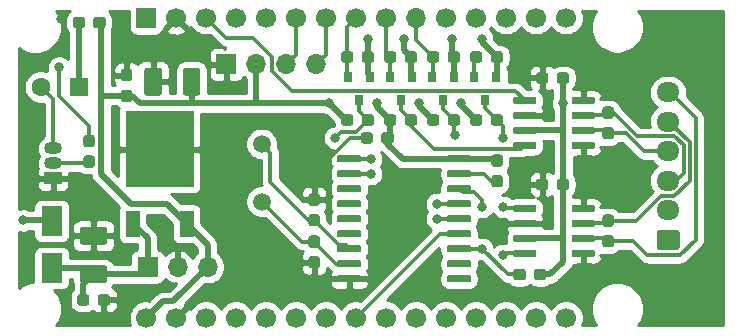
<source format=gtl>
%TF.GenerationSoftware,KiCad,Pcbnew,(5.1.5)-3*%
%TF.CreationDate,2021-02-13T19:55:16+01:00*%
%TF.ProjectId,PSACANBridgeHW_v11,50534156-616e-4436-916e-427269646765,rev?*%
%TF.SameCoordinates,Original*%
%TF.FileFunction,Copper,L1,Top*%
%TF.FilePolarity,Positive*%
%FSLAX46Y46*%
G04 Gerber Fmt 4.6, Leading zero omitted, Abs format (unit mm)*
G04 Created by KiCad (PCBNEW (5.1.5)-3) date 2021-02-13 19:55:16*
%MOMM*%
%LPD*%
G04 APERTURE LIST*
%ADD10C,0.100000*%
%ADD11O,1.700000X1.700000*%
%ADD12R,1.700000X1.700000*%
%ADD13C,1.700000*%
%ADD14C,1.500000*%
%ADD15R,5.800000X6.400000*%
%ADD16R,1.200000X2.200000*%
%ADD17R,0.800000X0.900000*%
%ADD18R,1.500000X1.050000*%
%ADD19O,1.500000X1.050000*%
%ADD20O,1.950000X1.700000*%
%ADD21R,1.800000X2.500000*%
%ADD22C,1.600000*%
%ADD23R,1.600000X1.600000*%
%ADD24C,0.800000*%
%ADD25C,0.900000*%
%ADD26C,0.300000*%
%ADD27C,0.500000*%
%ADD28C,0.254000*%
G04 APERTURE END LIST*
%TA.AperFunction,SMDPad,CuDef*%
D10*
G36*
X161695779Y-138337144D02*
G01*
X161718834Y-138340563D01*
X161741443Y-138346227D01*
X161763387Y-138354079D01*
X161784457Y-138364044D01*
X161804448Y-138376026D01*
X161823168Y-138389910D01*
X161840438Y-138405562D01*
X161856090Y-138422832D01*
X161869974Y-138441552D01*
X161881956Y-138461543D01*
X161891921Y-138482613D01*
X161899773Y-138504557D01*
X161905437Y-138527166D01*
X161908856Y-138550221D01*
X161910000Y-138573500D01*
X161910000Y-139048500D01*
X161908856Y-139071779D01*
X161905437Y-139094834D01*
X161899773Y-139117443D01*
X161891921Y-139139387D01*
X161881956Y-139160457D01*
X161869974Y-139180448D01*
X161856090Y-139199168D01*
X161840438Y-139216438D01*
X161823168Y-139232090D01*
X161804448Y-139245974D01*
X161784457Y-139257956D01*
X161763387Y-139267921D01*
X161741443Y-139275773D01*
X161718834Y-139281437D01*
X161695779Y-139284856D01*
X161672500Y-139286000D01*
X161097500Y-139286000D01*
X161074221Y-139284856D01*
X161051166Y-139281437D01*
X161028557Y-139275773D01*
X161006613Y-139267921D01*
X160985543Y-139257956D01*
X160965552Y-139245974D01*
X160946832Y-139232090D01*
X160929562Y-139216438D01*
X160913910Y-139199168D01*
X160900026Y-139180448D01*
X160888044Y-139160457D01*
X160878079Y-139139387D01*
X160870227Y-139117443D01*
X160864563Y-139094834D01*
X160861144Y-139071779D01*
X160860000Y-139048500D01*
X160860000Y-138573500D01*
X160861144Y-138550221D01*
X160864563Y-138527166D01*
X160870227Y-138504557D01*
X160878079Y-138482613D01*
X160888044Y-138461543D01*
X160900026Y-138441552D01*
X160913910Y-138422832D01*
X160929562Y-138405562D01*
X160946832Y-138389910D01*
X160965552Y-138376026D01*
X160985543Y-138364044D01*
X161006613Y-138354079D01*
X161028557Y-138346227D01*
X161051166Y-138340563D01*
X161074221Y-138337144D01*
X161097500Y-138336000D01*
X161672500Y-138336000D01*
X161695779Y-138337144D01*
G37*
%TD.AperFunction*%
%TA.AperFunction,SMDPad,CuDef*%
G36*
X159945779Y-138337144D02*
G01*
X159968834Y-138340563D01*
X159991443Y-138346227D01*
X160013387Y-138354079D01*
X160034457Y-138364044D01*
X160054448Y-138376026D01*
X160073168Y-138389910D01*
X160090438Y-138405562D01*
X160106090Y-138422832D01*
X160119974Y-138441552D01*
X160131956Y-138461543D01*
X160141921Y-138482613D01*
X160149773Y-138504557D01*
X160155437Y-138527166D01*
X160158856Y-138550221D01*
X160160000Y-138573500D01*
X160160000Y-139048500D01*
X160158856Y-139071779D01*
X160155437Y-139094834D01*
X160149773Y-139117443D01*
X160141921Y-139139387D01*
X160131956Y-139160457D01*
X160119974Y-139180448D01*
X160106090Y-139199168D01*
X160090438Y-139216438D01*
X160073168Y-139232090D01*
X160054448Y-139245974D01*
X160034457Y-139257956D01*
X160013387Y-139267921D01*
X159991443Y-139275773D01*
X159968834Y-139281437D01*
X159945779Y-139284856D01*
X159922500Y-139286000D01*
X159347500Y-139286000D01*
X159324221Y-139284856D01*
X159301166Y-139281437D01*
X159278557Y-139275773D01*
X159256613Y-139267921D01*
X159235543Y-139257956D01*
X159215552Y-139245974D01*
X159196832Y-139232090D01*
X159179562Y-139216438D01*
X159163910Y-139199168D01*
X159150026Y-139180448D01*
X159138044Y-139160457D01*
X159128079Y-139139387D01*
X159120227Y-139117443D01*
X159114563Y-139094834D01*
X159111144Y-139071779D01*
X159110000Y-139048500D01*
X159110000Y-138573500D01*
X159111144Y-138550221D01*
X159114563Y-138527166D01*
X159120227Y-138504557D01*
X159128079Y-138482613D01*
X159138044Y-138461543D01*
X159150026Y-138441552D01*
X159163910Y-138422832D01*
X159179562Y-138405562D01*
X159196832Y-138389910D01*
X159215552Y-138376026D01*
X159235543Y-138364044D01*
X159256613Y-138354079D01*
X159278557Y-138346227D01*
X159301166Y-138340563D01*
X159324221Y-138337144D01*
X159347500Y-138336000D01*
X159922500Y-138336000D01*
X159945779Y-138337144D01*
G37*
%TD.AperFunction*%
D11*
X142430500Y-121031000D03*
X139890500Y-121031000D03*
X137350500Y-121031000D03*
D12*
X134810500Y-121031000D03*
%TA.AperFunction,SMDPad,CuDef*%
D10*
G36*
X163618779Y-130717144D02*
G01*
X163641834Y-130720563D01*
X163664443Y-130726227D01*
X163686387Y-130734079D01*
X163707457Y-130744044D01*
X163727448Y-130756026D01*
X163746168Y-130769910D01*
X163763438Y-130785562D01*
X163779090Y-130802832D01*
X163792974Y-130821552D01*
X163804956Y-130841543D01*
X163814921Y-130862613D01*
X163822773Y-130884557D01*
X163828437Y-130907166D01*
X163831856Y-130930221D01*
X163833000Y-130953500D01*
X163833000Y-131428500D01*
X163831856Y-131451779D01*
X163828437Y-131474834D01*
X163822773Y-131497443D01*
X163814921Y-131519387D01*
X163804956Y-131540457D01*
X163792974Y-131560448D01*
X163779090Y-131579168D01*
X163763438Y-131596438D01*
X163746168Y-131612090D01*
X163727448Y-131625974D01*
X163707457Y-131637956D01*
X163686387Y-131647921D01*
X163664443Y-131655773D01*
X163641834Y-131661437D01*
X163618779Y-131664856D01*
X163595500Y-131666000D01*
X163020500Y-131666000D01*
X162997221Y-131664856D01*
X162974166Y-131661437D01*
X162951557Y-131655773D01*
X162929613Y-131647921D01*
X162908543Y-131637956D01*
X162888552Y-131625974D01*
X162869832Y-131612090D01*
X162852562Y-131596438D01*
X162836910Y-131579168D01*
X162823026Y-131560448D01*
X162811044Y-131540457D01*
X162801079Y-131519387D01*
X162793227Y-131497443D01*
X162787563Y-131474834D01*
X162784144Y-131451779D01*
X162783000Y-131428500D01*
X162783000Y-130953500D01*
X162784144Y-130930221D01*
X162787563Y-130907166D01*
X162793227Y-130884557D01*
X162801079Y-130862613D01*
X162811044Y-130841543D01*
X162823026Y-130821552D01*
X162836910Y-130802832D01*
X162852562Y-130785562D01*
X162869832Y-130769910D01*
X162888552Y-130756026D01*
X162908543Y-130744044D01*
X162929613Y-130734079D01*
X162951557Y-130726227D01*
X162974166Y-130720563D01*
X162997221Y-130717144D01*
X163020500Y-130716000D01*
X163595500Y-130716000D01*
X163618779Y-130717144D01*
G37*
%TD.AperFunction*%
%TA.AperFunction,SMDPad,CuDef*%
G36*
X161868779Y-130717144D02*
G01*
X161891834Y-130720563D01*
X161914443Y-130726227D01*
X161936387Y-130734079D01*
X161957457Y-130744044D01*
X161977448Y-130756026D01*
X161996168Y-130769910D01*
X162013438Y-130785562D01*
X162029090Y-130802832D01*
X162042974Y-130821552D01*
X162054956Y-130841543D01*
X162064921Y-130862613D01*
X162072773Y-130884557D01*
X162078437Y-130907166D01*
X162081856Y-130930221D01*
X162083000Y-130953500D01*
X162083000Y-131428500D01*
X162081856Y-131451779D01*
X162078437Y-131474834D01*
X162072773Y-131497443D01*
X162064921Y-131519387D01*
X162054956Y-131540457D01*
X162042974Y-131560448D01*
X162029090Y-131579168D01*
X162013438Y-131596438D01*
X161996168Y-131612090D01*
X161977448Y-131625974D01*
X161957457Y-131637956D01*
X161936387Y-131647921D01*
X161914443Y-131655773D01*
X161891834Y-131661437D01*
X161868779Y-131664856D01*
X161845500Y-131666000D01*
X161270500Y-131666000D01*
X161247221Y-131664856D01*
X161224166Y-131661437D01*
X161201557Y-131655773D01*
X161179613Y-131647921D01*
X161158543Y-131637956D01*
X161138552Y-131625974D01*
X161119832Y-131612090D01*
X161102562Y-131596438D01*
X161086910Y-131579168D01*
X161073026Y-131560448D01*
X161061044Y-131540457D01*
X161051079Y-131519387D01*
X161043227Y-131497443D01*
X161037563Y-131474834D01*
X161034144Y-131451779D01*
X161033000Y-131428500D01*
X161033000Y-130953500D01*
X161034144Y-130930221D01*
X161037563Y-130907166D01*
X161043227Y-130884557D01*
X161051079Y-130862613D01*
X161061044Y-130841543D01*
X161073026Y-130821552D01*
X161086910Y-130802832D01*
X161102562Y-130785562D01*
X161119832Y-130769910D01*
X161138552Y-130756026D01*
X161158543Y-130744044D01*
X161179613Y-130734079D01*
X161201557Y-130726227D01*
X161224166Y-130720563D01*
X161247221Y-130717144D01*
X161270500Y-130716000D01*
X161845500Y-130716000D01*
X161868779Y-130717144D01*
G37*
%TD.AperFunction*%
%TA.AperFunction,SMDPad,CuDef*%
G36*
X155399703Y-128732722D02*
G01*
X155414264Y-128734882D01*
X155428543Y-128738459D01*
X155442403Y-128743418D01*
X155455710Y-128749712D01*
X155468336Y-128757280D01*
X155480159Y-128766048D01*
X155491066Y-128775934D01*
X155500952Y-128786841D01*
X155509720Y-128798664D01*
X155517288Y-128811290D01*
X155523582Y-128824597D01*
X155528541Y-128838457D01*
X155532118Y-128852736D01*
X155534278Y-128867297D01*
X155535000Y-128882000D01*
X155535000Y-129182000D01*
X155534278Y-129196703D01*
X155532118Y-129211264D01*
X155528541Y-129225543D01*
X155523582Y-129239403D01*
X155517288Y-129252710D01*
X155509720Y-129265336D01*
X155500952Y-129277159D01*
X155491066Y-129288066D01*
X155480159Y-129297952D01*
X155468336Y-129306720D01*
X155455710Y-129314288D01*
X155442403Y-129320582D01*
X155428543Y-129325541D01*
X155414264Y-129329118D01*
X155399703Y-129331278D01*
X155385000Y-129332000D01*
X153635000Y-129332000D01*
X153620297Y-129331278D01*
X153605736Y-129329118D01*
X153591457Y-129325541D01*
X153577597Y-129320582D01*
X153564290Y-129314288D01*
X153551664Y-129306720D01*
X153539841Y-129297952D01*
X153528934Y-129288066D01*
X153519048Y-129277159D01*
X153510280Y-129265336D01*
X153502712Y-129252710D01*
X153496418Y-129239403D01*
X153491459Y-129225543D01*
X153487882Y-129211264D01*
X153485722Y-129196703D01*
X153485000Y-129182000D01*
X153485000Y-128882000D01*
X153485722Y-128867297D01*
X153487882Y-128852736D01*
X153491459Y-128838457D01*
X153496418Y-128824597D01*
X153502712Y-128811290D01*
X153510280Y-128798664D01*
X153519048Y-128786841D01*
X153528934Y-128775934D01*
X153539841Y-128766048D01*
X153551664Y-128757280D01*
X153564290Y-128749712D01*
X153577597Y-128743418D01*
X153591457Y-128738459D01*
X153605736Y-128734882D01*
X153620297Y-128732722D01*
X153635000Y-128732000D01*
X155385000Y-128732000D01*
X155399703Y-128732722D01*
G37*
%TD.AperFunction*%
%TA.AperFunction,SMDPad,CuDef*%
G36*
X155399703Y-130002722D02*
G01*
X155414264Y-130004882D01*
X155428543Y-130008459D01*
X155442403Y-130013418D01*
X155455710Y-130019712D01*
X155468336Y-130027280D01*
X155480159Y-130036048D01*
X155491066Y-130045934D01*
X155500952Y-130056841D01*
X155509720Y-130068664D01*
X155517288Y-130081290D01*
X155523582Y-130094597D01*
X155528541Y-130108457D01*
X155532118Y-130122736D01*
X155534278Y-130137297D01*
X155535000Y-130152000D01*
X155535000Y-130452000D01*
X155534278Y-130466703D01*
X155532118Y-130481264D01*
X155528541Y-130495543D01*
X155523582Y-130509403D01*
X155517288Y-130522710D01*
X155509720Y-130535336D01*
X155500952Y-130547159D01*
X155491066Y-130558066D01*
X155480159Y-130567952D01*
X155468336Y-130576720D01*
X155455710Y-130584288D01*
X155442403Y-130590582D01*
X155428543Y-130595541D01*
X155414264Y-130599118D01*
X155399703Y-130601278D01*
X155385000Y-130602000D01*
X153635000Y-130602000D01*
X153620297Y-130601278D01*
X153605736Y-130599118D01*
X153591457Y-130595541D01*
X153577597Y-130590582D01*
X153564290Y-130584288D01*
X153551664Y-130576720D01*
X153539841Y-130567952D01*
X153528934Y-130558066D01*
X153519048Y-130547159D01*
X153510280Y-130535336D01*
X153502712Y-130522710D01*
X153496418Y-130509403D01*
X153491459Y-130495543D01*
X153487882Y-130481264D01*
X153485722Y-130466703D01*
X153485000Y-130452000D01*
X153485000Y-130152000D01*
X153485722Y-130137297D01*
X153487882Y-130122736D01*
X153491459Y-130108457D01*
X153496418Y-130094597D01*
X153502712Y-130081290D01*
X153510280Y-130068664D01*
X153519048Y-130056841D01*
X153528934Y-130045934D01*
X153539841Y-130036048D01*
X153551664Y-130027280D01*
X153564290Y-130019712D01*
X153577597Y-130013418D01*
X153591457Y-130008459D01*
X153605736Y-130004882D01*
X153620297Y-130002722D01*
X153635000Y-130002000D01*
X155385000Y-130002000D01*
X155399703Y-130002722D01*
G37*
%TD.AperFunction*%
%TA.AperFunction,SMDPad,CuDef*%
G36*
X155399703Y-131272722D02*
G01*
X155414264Y-131274882D01*
X155428543Y-131278459D01*
X155442403Y-131283418D01*
X155455710Y-131289712D01*
X155468336Y-131297280D01*
X155480159Y-131306048D01*
X155491066Y-131315934D01*
X155500952Y-131326841D01*
X155509720Y-131338664D01*
X155517288Y-131351290D01*
X155523582Y-131364597D01*
X155528541Y-131378457D01*
X155532118Y-131392736D01*
X155534278Y-131407297D01*
X155535000Y-131422000D01*
X155535000Y-131722000D01*
X155534278Y-131736703D01*
X155532118Y-131751264D01*
X155528541Y-131765543D01*
X155523582Y-131779403D01*
X155517288Y-131792710D01*
X155509720Y-131805336D01*
X155500952Y-131817159D01*
X155491066Y-131828066D01*
X155480159Y-131837952D01*
X155468336Y-131846720D01*
X155455710Y-131854288D01*
X155442403Y-131860582D01*
X155428543Y-131865541D01*
X155414264Y-131869118D01*
X155399703Y-131871278D01*
X155385000Y-131872000D01*
X153635000Y-131872000D01*
X153620297Y-131871278D01*
X153605736Y-131869118D01*
X153591457Y-131865541D01*
X153577597Y-131860582D01*
X153564290Y-131854288D01*
X153551664Y-131846720D01*
X153539841Y-131837952D01*
X153528934Y-131828066D01*
X153519048Y-131817159D01*
X153510280Y-131805336D01*
X153502712Y-131792710D01*
X153496418Y-131779403D01*
X153491459Y-131765543D01*
X153487882Y-131751264D01*
X153485722Y-131736703D01*
X153485000Y-131722000D01*
X153485000Y-131422000D01*
X153485722Y-131407297D01*
X153487882Y-131392736D01*
X153491459Y-131378457D01*
X153496418Y-131364597D01*
X153502712Y-131351290D01*
X153510280Y-131338664D01*
X153519048Y-131326841D01*
X153528934Y-131315934D01*
X153539841Y-131306048D01*
X153551664Y-131297280D01*
X153564290Y-131289712D01*
X153577597Y-131283418D01*
X153591457Y-131278459D01*
X153605736Y-131274882D01*
X153620297Y-131272722D01*
X153635000Y-131272000D01*
X155385000Y-131272000D01*
X155399703Y-131272722D01*
G37*
%TD.AperFunction*%
%TA.AperFunction,SMDPad,CuDef*%
G36*
X155399703Y-132542722D02*
G01*
X155414264Y-132544882D01*
X155428543Y-132548459D01*
X155442403Y-132553418D01*
X155455710Y-132559712D01*
X155468336Y-132567280D01*
X155480159Y-132576048D01*
X155491066Y-132585934D01*
X155500952Y-132596841D01*
X155509720Y-132608664D01*
X155517288Y-132621290D01*
X155523582Y-132634597D01*
X155528541Y-132648457D01*
X155532118Y-132662736D01*
X155534278Y-132677297D01*
X155535000Y-132692000D01*
X155535000Y-132992000D01*
X155534278Y-133006703D01*
X155532118Y-133021264D01*
X155528541Y-133035543D01*
X155523582Y-133049403D01*
X155517288Y-133062710D01*
X155509720Y-133075336D01*
X155500952Y-133087159D01*
X155491066Y-133098066D01*
X155480159Y-133107952D01*
X155468336Y-133116720D01*
X155455710Y-133124288D01*
X155442403Y-133130582D01*
X155428543Y-133135541D01*
X155414264Y-133139118D01*
X155399703Y-133141278D01*
X155385000Y-133142000D01*
X153635000Y-133142000D01*
X153620297Y-133141278D01*
X153605736Y-133139118D01*
X153591457Y-133135541D01*
X153577597Y-133130582D01*
X153564290Y-133124288D01*
X153551664Y-133116720D01*
X153539841Y-133107952D01*
X153528934Y-133098066D01*
X153519048Y-133087159D01*
X153510280Y-133075336D01*
X153502712Y-133062710D01*
X153496418Y-133049403D01*
X153491459Y-133035543D01*
X153487882Y-133021264D01*
X153485722Y-133006703D01*
X153485000Y-132992000D01*
X153485000Y-132692000D01*
X153485722Y-132677297D01*
X153487882Y-132662736D01*
X153491459Y-132648457D01*
X153496418Y-132634597D01*
X153502712Y-132621290D01*
X153510280Y-132608664D01*
X153519048Y-132596841D01*
X153528934Y-132585934D01*
X153539841Y-132576048D01*
X153551664Y-132567280D01*
X153564290Y-132559712D01*
X153577597Y-132553418D01*
X153591457Y-132548459D01*
X153605736Y-132544882D01*
X153620297Y-132542722D01*
X153635000Y-132542000D01*
X155385000Y-132542000D01*
X155399703Y-132542722D01*
G37*
%TD.AperFunction*%
%TA.AperFunction,SMDPad,CuDef*%
G36*
X155399703Y-133812722D02*
G01*
X155414264Y-133814882D01*
X155428543Y-133818459D01*
X155442403Y-133823418D01*
X155455710Y-133829712D01*
X155468336Y-133837280D01*
X155480159Y-133846048D01*
X155491066Y-133855934D01*
X155500952Y-133866841D01*
X155509720Y-133878664D01*
X155517288Y-133891290D01*
X155523582Y-133904597D01*
X155528541Y-133918457D01*
X155532118Y-133932736D01*
X155534278Y-133947297D01*
X155535000Y-133962000D01*
X155535000Y-134262000D01*
X155534278Y-134276703D01*
X155532118Y-134291264D01*
X155528541Y-134305543D01*
X155523582Y-134319403D01*
X155517288Y-134332710D01*
X155509720Y-134345336D01*
X155500952Y-134357159D01*
X155491066Y-134368066D01*
X155480159Y-134377952D01*
X155468336Y-134386720D01*
X155455710Y-134394288D01*
X155442403Y-134400582D01*
X155428543Y-134405541D01*
X155414264Y-134409118D01*
X155399703Y-134411278D01*
X155385000Y-134412000D01*
X153635000Y-134412000D01*
X153620297Y-134411278D01*
X153605736Y-134409118D01*
X153591457Y-134405541D01*
X153577597Y-134400582D01*
X153564290Y-134394288D01*
X153551664Y-134386720D01*
X153539841Y-134377952D01*
X153528934Y-134368066D01*
X153519048Y-134357159D01*
X153510280Y-134345336D01*
X153502712Y-134332710D01*
X153496418Y-134319403D01*
X153491459Y-134305543D01*
X153487882Y-134291264D01*
X153485722Y-134276703D01*
X153485000Y-134262000D01*
X153485000Y-133962000D01*
X153485722Y-133947297D01*
X153487882Y-133932736D01*
X153491459Y-133918457D01*
X153496418Y-133904597D01*
X153502712Y-133891290D01*
X153510280Y-133878664D01*
X153519048Y-133866841D01*
X153528934Y-133855934D01*
X153539841Y-133846048D01*
X153551664Y-133837280D01*
X153564290Y-133829712D01*
X153577597Y-133823418D01*
X153591457Y-133818459D01*
X153605736Y-133814882D01*
X153620297Y-133812722D01*
X153635000Y-133812000D01*
X155385000Y-133812000D01*
X155399703Y-133812722D01*
G37*
%TD.AperFunction*%
%TA.AperFunction,SMDPad,CuDef*%
G36*
X155399703Y-135082722D02*
G01*
X155414264Y-135084882D01*
X155428543Y-135088459D01*
X155442403Y-135093418D01*
X155455710Y-135099712D01*
X155468336Y-135107280D01*
X155480159Y-135116048D01*
X155491066Y-135125934D01*
X155500952Y-135136841D01*
X155509720Y-135148664D01*
X155517288Y-135161290D01*
X155523582Y-135174597D01*
X155528541Y-135188457D01*
X155532118Y-135202736D01*
X155534278Y-135217297D01*
X155535000Y-135232000D01*
X155535000Y-135532000D01*
X155534278Y-135546703D01*
X155532118Y-135561264D01*
X155528541Y-135575543D01*
X155523582Y-135589403D01*
X155517288Y-135602710D01*
X155509720Y-135615336D01*
X155500952Y-135627159D01*
X155491066Y-135638066D01*
X155480159Y-135647952D01*
X155468336Y-135656720D01*
X155455710Y-135664288D01*
X155442403Y-135670582D01*
X155428543Y-135675541D01*
X155414264Y-135679118D01*
X155399703Y-135681278D01*
X155385000Y-135682000D01*
X153635000Y-135682000D01*
X153620297Y-135681278D01*
X153605736Y-135679118D01*
X153591457Y-135675541D01*
X153577597Y-135670582D01*
X153564290Y-135664288D01*
X153551664Y-135656720D01*
X153539841Y-135647952D01*
X153528934Y-135638066D01*
X153519048Y-135627159D01*
X153510280Y-135615336D01*
X153502712Y-135602710D01*
X153496418Y-135589403D01*
X153491459Y-135575543D01*
X153487882Y-135561264D01*
X153485722Y-135546703D01*
X153485000Y-135532000D01*
X153485000Y-135232000D01*
X153485722Y-135217297D01*
X153487882Y-135202736D01*
X153491459Y-135188457D01*
X153496418Y-135174597D01*
X153502712Y-135161290D01*
X153510280Y-135148664D01*
X153519048Y-135136841D01*
X153528934Y-135125934D01*
X153539841Y-135116048D01*
X153551664Y-135107280D01*
X153564290Y-135099712D01*
X153577597Y-135093418D01*
X153591457Y-135088459D01*
X153605736Y-135084882D01*
X153620297Y-135082722D01*
X153635000Y-135082000D01*
X155385000Y-135082000D01*
X155399703Y-135082722D01*
G37*
%TD.AperFunction*%
%TA.AperFunction,SMDPad,CuDef*%
G36*
X155399703Y-136352722D02*
G01*
X155414264Y-136354882D01*
X155428543Y-136358459D01*
X155442403Y-136363418D01*
X155455710Y-136369712D01*
X155468336Y-136377280D01*
X155480159Y-136386048D01*
X155491066Y-136395934D01*
X155500952Y-136406841D01*
X155509720Y-136418664D01*
X155517288Y-136431290D01*
X155523582Y-136444597D01*
X155528541Y-136458457D01*
X155532118Y-136472736D01*
X155534278Y-136487297D01*
X155535000Y-136502000D01*
X155535000Y-136802000D01*
X155534278Y-136816703D01*
X155532118Y-136831264D01*
X155528541Y-136845543D01*
X155523582Y-136859403D01*
X155517288Y-136872710D01*
X155509720Y-136885336D01*
X155500952Y-136897159D01*
X155491066Y-136908066D01*
X155480159Y-136917952D01*
X155468336Y-136926720D01*
X155455710Y-136934288D01*
X155442403Y-136940582D01*
X155428543Y-136945541D01*
X155414264Y-136949118D01*
X155399703Y-136951278D01*
X155385000Y-136952000D01*
X153635000Y-136952000D01*
X153620297Y-136951278D01*
X153605736Y-136949118D01*
X153591457Y-136945541D01*
X153577597Y-136940582D01*
X153564290Y-136934288D01*
X153551664Y-136926720D01*
X153539841Y-136917952D01*
X153528934Y-136908066D01*
X153519048Y-136897159D01*
X153510280Y-136885336D01*
X153502712Y-136872710D01*
X153496418Y-136859403D01*
X153491459Y-136845543D01*
X153487882Y-136831264D01*
X153485722Y-136816703D01*
X153485000Y-136802000D01*
X153485000Y-136502000D01*
X153485722Y-136487297D01*
X153487882Y-136472736D01*
X153491459Y-136458457D01*
X153496418Y-136444597D01*
X153502712Y-136431290D01*
X153510280Y-136418664D01*
X153519048Y-136406841D01*
X153528934Y-136395934D01*
X153539841Y-136386048D01*
X153551664Y-136377280D01*
X153564290Y-136369712D01*
X153577597Y-136363418D01*
X153591457Y-136358459D01*
X153605736Y-136354882D01*
X153620297Y-136352722D01*
X153635000Y-136352000D01*
X155385000Y-136352000D01*
X155399703Y-136352722D01*
G37*
%TD.AperFunction*%
%TA.AperFunction,SMDPad,CuDef*%
G36*
X155399703Y-137622722D02*
G01*
X155414264Y-137624882D01*
X155428543Y-137628459D01*
X155442403Y-137633418D01*
X155455710Y-137639712D01*
X155468336Y-137647280D01*
X155480159Y-137656048D01*
X155491066Y-137665934D01*
X155500952Y-137676841D01*
X155509720Y-137688664D01*
X155517288Y-137701290D01*
X155523582Y-137714597D01*
X155528541Y-137728457D01*
X155532118Y-137742736D01*
X155534278Y-137757297D01*
X155535000Y-137772000D01*
X155535000Y-138072000D01*
X155534278Y-138086703D01*
X155532118Y-138101264D01*
X155528541Y-138115543D01*
X155523582Y-138129403D01*
X155517288Y-138142710D01*
X155509720Y-138155336D01*
X155500952Y-138167159D01*
X155491066Y-138178066D01*
X155480159Y-138187952D01*
X155468336Y-138196720D01*
X155455710Y-138204288D01*
X155442403Y-138210582D01*
X155428543Y-138215541D01*
X155414264Y-138219118D01*
X155399703Y-138221278D01*
X155385000Y-138222000D01*
X153635000Y-138222000D01*
X153620297Y-138221278D01*
X153605736Y-138219118D01*
X153591457Y-138215541D01*
X153577597Y-138210582D01*
X153564290Y-138204288D01*
X153551664Y-138196720D01*
X153539841Y-138187952D01*
X153528934Y-138178066D01*
X153519048Y-138167159D01*
X153510280Y-138155336D01*
X153502712Y-138142710D01*
X153496418Y-138129403D01*
X153491459Y-138115543D01*
X153487882Y-138101264D01*
X153485722Y-138086703D01*
X153485000Y-138072000D01*
X153485000Y-137772000D01*
X153485722Y-137757297D01*
X153487882Y-137742736D01*
X153491459Y-137728457D01*
X153496418Y-137714597D01*
X153502712Y-137701290D01*
X153510280Y-137688664D01*
X153519048Y-137676841D01*
X153528934Y-137665934D01*
X153539841Y-137656048D01*
X153551664Y-137647280D01*
X153564290Y-137639712D01*
X153577597Y-137633418D01*
X153591457Y-137628459D01*
X153605736Y-137624882D01*
X153620297Y-137622722D01*
X153635000Y-137622000D01*
X155385000Y-137622000D01*
X155399703Y-137622722D01*
G37*
%TD.AperFunction*%
%TA.AperFunction,SMDPad,CuDef*%
G36*
X155399703Y-138892722D02*
G01*
X155414264Y-138894882D01*
X155428543Y-138898459D01*
X155442403Y-138903418D01*
X155455710Y-138909712D01*
X155468336Y-138917280D01*
X155480159Y-138926048D01*
X155491066Y-138935934D01*
X155500952Y-138946841D01*
X155509720Y-138958664D01*
X155517288Y-138971290D01*
X155523582Y-138984597D01*
X155528541Y-138998457D01*
X155532118Y-139012736D01*
X155534278Y-139027297D01*
X155535000Y-139042000D01*
X155535000Y-139342000D01*
X155534278Y-139356703D01*
X155532118Y-139371264D01*
X155528541Y-139385543D01*
X155523582Y-139399403D01*
X155517288Y-139412710D01*
X155509720Y-139425336D01*
X155500952Y-139437159D01*
X155491066Y-139448066D01*
X155480159Y-139457952D01*
X155468336Y-139466720D01*
X155455710Y-139474288D01*
X155442403Y-139480582D01*
X155428543Y-139485541D01*
X155414264Y-139489118D01*
X155399703Y-139491278D01*
X155385000Y-139492000D01*
X153635000Y-139492000D01*
X153620297Y-139491278D01*
X153605736Y-139489118D01*
X153591457Y-139485541D01*
X153577597Y-139480582D01*
X153564290Y-139474288D01*
X153551664Y-139466720D01*
X153539841Y-139457952D01*
X153528934Y-139448066D01*
X153519048Y-139437159D01*
X153510280Y-139425336D01*
X153502712Y-139412710D01*
X153496418Y-139399403D01*
X153491459Y-139385543D01*
X153487882Y-139371264D01*
X153485722Y-139356703D01*
X153485000Y-139342000D01*
X153485000Y-139042000D01*
X153485722Y-139027297D01*
X153487882Y-139012736D01*
X153491459Y-138998457D01*
X153496418Y-138984597D01*
X153502712Y-138971290D01*
X153510280Y-138958664D01*
X153519048Y-138946841D01*
X153528934Y-138935934D01*
X153539841Y-138926048D01*
X153551664Y-138917280D01*
X153564290Y-138909712D01*
X153577597Y-138903418D01*
X153591457Y-138898459D01*
X153605736Y-138894882D01*
X153620297Y-138892722D01*
X153635000Y-138892000D01*
X155385000Y-138892000D01*
X155399703Y-138892722D01*
G37*
%TD.AperFunction*%
%TA.AperFunction,SMDPad,CuDef*%
G36*
X146099703Y-138892722D02*
G01*
X146114264Y-138894882D01*
X146128543Y-138898459D01*
X146142403Y-138903418D01*
X146155710Y-138909712D01*
X146168336Y-138917280D01*
X146180159Y-138926048D01*
X146191066Y-138935934D01*
X146200952Y-138946841D01*
X146209720Y-138958664D01*
X146217288Y-138971290D01*
X146223582Y-138984597D01*
X146228541Y-138998457D01*
X146232118Y-139012736D01*
X146234278Y-139027297D01*
X146235000Y-139042000D01*
X146235000Y-139342000D01*
X146234278Y-139356703D01*
X146232118Y-139371264D01*
X146228541Y-139385543D01*
X146223582Y-139399403D01*
X146217288Y-139412710D01*
X146209720Y-139425336D01*
X146200952Y-139437159D01*
X146191066Y-139448066D01*
X146180159Y-139457952D01*
X146168336Y-139466720D01*
X146155710Y-139474288D01*
X146142403Y-139480582D01*
X146128543Y-139485541D01*
X146114264Y-139489118D01*
X146099703Y-139491278D01*
X146085000Y-139492000D01*
X144335000Y-139492000D01*
X144320297Y-139491278D01*
X144305736Y-139489118D01*
X144291457Y-139485541D01*
X144277597Y-139480582D01*
X144264290Y-139474288D01*
X144251664Y-139466720D01*
X144239841Y-139457952D01*
X144228934Y-139448066D01*
X144219048Y-139437159D01*
X144210280Y-139425336D01*
X144202712Y-139412710D01*
X144196418Y-139399403D01*
X144191459Y-139385543D01*
X144187882Y-139371264D01*
X144185722Y-139356703D01*
X144185000Y-139342000D01*
X144185000Y-139042000D01*
X144185722Y-139027297D01*
X144187882Y-139012736D01*
X144191459Y-138998457D01*
X144196418Y-138984597D01*
X144202712Y-138971290D01*
X144210280Y-138958664D01*
X144219048Y-138946841D01*
X144228934Y-138935934D01*
X144239841Y-138926048D01*
X144251664Y-138917280D01*
X144264290Y-138909712D01*
X144277597Y-138903418D01*
X144291457Y-138898459D01*
X144305736Y-138894882D01*
X144320297Y-138892722D01*
X144335000Y-138892000D01*
X146085000Y-138892000D01*
X146099703Y-138892722D01*
G37*
%TD.AperFunction*%
%TA.AperFunction,SMDPad,CuDef*%
G36*
X146099703Y-137622722D02*
G01*
X146114264Y-137624882D01*
X146128543Y-137628459D01*
X146142403Y-137633418D01*
X146155710Y-137639712D01*
X146168336Y-137647280D01*
X146180159Y-137656048D01*
X146191066Y-137665934D01*
X146200952Y-137676841D01*
X146209720Y-137688664D01*
X146217288Y-137701290D01*
X146223582Y-137714597D01*
X146228541Y-137728457D01*
X146232118Y-137742736D01*
X146234278Y-137757297D01*
X146235000Y-137772000D01*
X146235000Y-138072000D01*
X146234278Y-138086703D01*
X146232118Y-138101264D01*
X146228541Y-138115543D01*
X146223582Y-138129403D01*
X146217288Y-138142710D01*
X146209720Y-138155336D01*
X146200952Y-138167159D01*
X146191066Y-138178066D01*
X146180159Y-138187952D01*
X146168336Y-138196720D01*
X146155710Y-138204288D01*
X146142403Y-138210582D01*
X146128543Y-138215541D01*
X146114264Y-138219118D01*
X146099703Y-138221278D01*
X146085000Y-138222000D01*
X144335000Y-138222000D01*
X144320297Y-138221278D01*
X144305736Y-138219118D01*
X144291457Y-138215541D01*
X144277597Y-138210582D01*
X144264290Y-138204288D01*
X144251664Y-138196720D01*
X144239841Y-138187952D01*
X144228934Y-138178066D01*
X144219048Y-138167159D01*
X144210280Y-138155336D01*
X144202712Y-138142710D01*
X144196418Y-138129403D01*
X144191459Y-138115543D01*
X144187882Y-138101264D01*
X144185722Y-138086703D01*
X144185000Y-138072000D01*
X144185000Y-137772000D01*
X144185722Y-137757297D01*
X144187882Y-137742736D01*
X144191459Y-137728457D01*
X144196418Y-137714597D01*
X144202712Y-137701290D01*
X144210280Y-137688664D01*
X144219048Y-137676841D01*
X144228934Y-137665934D01*
X144239841Y-137656048D01*
X144251664Y-137647280D01*
X144264290Y-137639712D01*
X144277597Y-137633418D01*
X144291457Y-137628459D01*
X144305736Y-137624882D01*
X144320297Y-137622722D01*
X144335000Y-137622000D01*
X146085000Y-137622000D01*
X146099703Y-137622722D01*
G37*
%TD.AperFunction*%
%TA.AperFunction,SMDPad,CuDef*%
G36*
X146099703Y-136352722D02*
G01*
X146114264Y-136354882D01*
X146128543Y-136358459D01*
X146142403Y-136363418D01*
X146155710Y-136369712D01*
X146168336Y-136377280D01*
X146180159Y-136386048D01*
X146191066Y-136395934D01*
X146200952Y-136406841D01*
X146209720Y-136418664D01*
X146217288Y-136431290D01*
X146223582Y-136444597D01*
X146228541Y-136458457D01*
X146232118Y-136472736D01*
X146234278Y-136487297D01*
X146235000Y-136502000D01*
X146235000Y-136802000D01*
X146234278Y-136816703D01*
X146232118Y-136831264D01*
X146228541Y-136845543D01*
X146223582Y-136859403D01*
X146217288Y-136872710D01*
X146209720Y-136885336D01*
X146200952Y-136897159D01*
X146191066Y-136908066D01*
X146180159Y-136917952D01*
X146168336Y-136926720D01*
X146155710Y-136934288D01*
X146142403Y-136940582D01*
X146128543Y-136945541D01*
X146114264Y-136949118D01*
X146099703Y-136951278D01*
X146085000Y-136952000D01*
X144335000Y-136952000D01*
X144320297Y-136951278D01*
X144305736Y-136949118D01*
X144291457Y-136945541D01*
X144277597Y-136940582D01*
X144264290Y-136934288D01*
X144251664Y-136926720D01*
X144239841Y-136917952D01*
X144228934Y-136908066D01*
X144219048Y-136897159D01*
X144210280Y-136885336D01*
X144202712Y-136872710D01*
X144196418Y-136859403D01*
X144191459Y-136845543D01*
X144187882Y-136831264D01*
X144185722Y-136816703D01*
X144185000Y-136802000D01*
X144185000Y-136502000D01*
X144185722Y-136487297D01*
X144187882Y-136472736D01*
X144191459Y-136458457D01*
X144196418Y-136444597D01*
X144202712Y-136431290D01*
X144210280Y-136418664D01*
X144219048Y-136406841D01*
X144228934Y-136395934D01*
X144239841Y-136386048D01*
X144251664Y-136377280D01*
X144264290Y-136369712D01*
X144277597Y-136363418D01*
X144291457Y-136358459D01*
X144305736Y-136354882D01*
X144320297Y-136352722D01*
X144335000Y-136352000D01*
X146085000Y-136352000D01*
X146099703Y-136352722D01*
G37*
%TD.AperFunction*%
%TA.AperFunction,SMDPad,CuDef*%
G36*
X146099703Y-135082722D02*
G01*
X146114264Y-135084882D01*
X146128543Y-135088459D01*
X146142403Y-135093418D01*
X146155710Y-135099712D01*
X146168336Y-135107280D01*
X146180159Y-135116048D01*
X146191066Y-135125934D01*
X146200952Y-135136841D01*
X146209720Y-135148664D01*
X146217288Y-135161290D01*
X146223582Y-135174597D01*
X146228541Y-135188457D01*
X146232118Y-135202736D01*
X146234278Y-135217297D01*
X146235000Y-135232000D01*
X146235000Y-135532000D01*
X146234278Y-135546703D01*
X146232118Y-135561264D01*
X146228541Y-135575543D01*
X146223582Y-135589403D01*
X146217288Y-135602710D01*
X146209720Y-135615336D01*
X146200952Y-135627159D01*
X146191066Y-135638066D01*
X146180159Y-135647952D01*
X146168336Y-135656720D01*
X146155710Y-135664288D01*
X146142403Y-135670582D01*
X146128543Y-135675541D01*
X146114264Y-135679118D01*
X146099703Y-135681278D01*
X146085000Y-135682000D01*
X144335000Y-135682000D01*
X144320297Y-135681278D01*
X144305736Y-135679118D01*
X144291457Y-135675541D01*
X144277597Y-135670582D01*
X144264290Y-135664288D01*
X144251664Y-135656720D01*
X144239841Y-135647952D01*
X144228934Y-135638066D01*
X144219048Y-135627159D01*
X144210280Y-135615336D01*
X144202712Y-135602710D01*
X144196418Y-135589403D01*
X144191459Y-135575543D01*
X144187882Y-135561264D01*
X144185722Y-135546703D01*
X144185000Y-135532000D01*
X144185000Y-135232000D01*
X144185722Y-135217297D01*
X144187882Y-135202736D01*
X144191459Y-135188457D01*
X144196418Y-135174597D01*
X144202712Y-135161290D01*
X144210280Y-135148664D01*
X144219048Y-135136841D01*
X144228934Y-135125934D01*
X144239841Y-135116048D01*
X144251664Y-135107280D01*
X144264290Y-135099712D01*
X144277597Y-135093418D01*
X144291457Y-135088459D01*
X144305736Y-135084882D01*
X144320297Y-135082722D01*
X144335000Y-135082000D01*
X146085000Y-135082000D01*
X146099703Y-135082722D01*
G37*
%TD.AperFunction*%
%TA.AperFunction,SMDPad,CuDef*%
G36*
X146099703Y-133812722D02*
G01*
X146114264Y-133814882D01*
X146128543Y-133818459D01*
X146142403Y-133823418D01*
X146155710Y-133829712D01*
X146168336Y-133837280D01*
X146180159Y-133846048D01*
X146191066Y-133855934D01*
X146200952Y-133866841D01*
X146209720Y-133878664D01*
X146217288Y-133891290D01*
X146223582Y-133904597D01*
X146228541Y-133918457D01*
X146232118Y-133932736D01*
X146234278Y-133947297D01*
X146235000Y-133962000D01*
X146235000Y-134262000D01*
X146234278Y-134276703D01*
X146232118Y-134291264D01*
X146228541Y-134305543D01*
X146223582Y-134319403D01*
X146217288Y-134332710D01*
X146209720Y-134345336D01*
X146200952Y-134357159D01*
X146191066Y-134368066D01*
X146180159Y-134377952D01*
X146168336Y-134386720D01*
X146155710Y-134394288D01*
X146142403Y-134400582D01*
X146128543Y-134405541D01*
X146114264Y-134409118D01*
X146099703Y-134411278D01*
X146085000Y-134412000D01*
X144335000Y-134412000D01*
X144320297Y-134411278D01*
X144305736Y-134409118D01*
X144291457Y-134405541D01*
X144277597Y-134400582D01*
X144264290Y-134394288D01*
X144251664Y-134386720D01*
X144239841Y-134377952D01*
X144228934Y-134368066D01*
X144219048Y-134357159D01*
X144210280Y-134345336D01*
X144202712Y-134332710D01*
X144196418Y-134319403D01*
X144191459Y-134305543D01*
X144187882Y-134291264D01*
X144185722Y-134276703D01*
X144185000Y-134262000D01*
X144185000Y-133962000D01*
X144185722Y-133947297D01*
X144187882Y-133932736D01*
X144191459Y-133918457D01*
X144196418Y-133904597D01*
X144202712Y-133891290D01*
X144210280Y-133878664D01*
X144219048Y-133866841D01*
X144228934Y-133855934D01*
X144239841Y-133846048D01*
X144251664Y-133837280D01*
X144264290Y-133829712D01*
X144277597Y-133823418D01*
X144291457Y-133818459D01*
X144305736Y-133814882D01*
X144320297Y-133812722D01*
X144335000Y-133812000D01*
X146085000Y-133812000D01*
X146099703Y-133812722D01*
G37*
%TD.AperFunction*%
%TA.AperFunction,SMDPad,CuDef*%
G36*
X146099703Y-132542722D02*
G01*
X146114264Y-132544882D01*
X146128543Y-132548459D01*
X146142403Y-132553418D01*
X146155710Y-132559712D01*
X146168336Y-132567280D01*
X146180159Y-132576048D01*
X146191066Y-132585934D01*
X146200952Y-132596841D01*
X146209720Y-132608664D01*
X146217288Y-132621290D01*
X146223582Y-132634597D01*
X146228541Y-132648457D01*
X146232118Y-132662736D01*
X146234278Y-132677297D01*
X146235000Y-132692000D01*
X146235000Y-132992000D01*
X146234278Y-133006703D01*
X146232118Y-133021264D01*
X146228541Y-133035543D01*
X146223582Y-133049403D01*
X146217288Y-133062710D01*
X146209720Y-133075336D01*
X146200952Y-133087159D01*
X146191066Y-133098066D01*
X146180159Y-133107952D01*
X146168336Y-133116720D01*
X146155710Y-133124288D01*
X146142403Y-133130582D01*
X146128543Y-133135541D01*
X146114264Y-133139118D01*
X146099703Y-133141278D01*
X146085000Y-133142000D01*
X144335000Y-133142000D01*
X144320297Y-133141278D01*
X144305736Y-133139118D01*
X144291457Y-133135541D01*
X144277597Y-133130582D01*
X144264290Y-133124288D01*
X144251664Y-133116720D01*
X144239841Y-133107952D01*
X144228934Y-133098066D01*
X144219048Y-133087159D01*
X144210280Y-133075336D01*
X144202712Y-133062710D01*
X144196418Y-133049403D01*
X144191459Y-133035543D01*
X144187882Y-133021264D01*
X144185722Y-133006703D01*
X144185000Y-132992000D01*
X144185000Y-132692000D01*
X144185722Y-132677297D01*
X144187882Y-132662736D01*
X144191459Y-132648457D01*
X144196418Y-132634597D01*
X144202712Y-132621290D01*
X144210280Y-132608664D01*
X144219048Y-132596841D01*
X144228934Y-132585934D01*
X144239841Y-132576048D01*
X144251664Y-132567280D01*
X144264290Y-132559712D01*
X144277597Y-132553418D01*
X144291457Y-132548459D01*
X144305736Y-132544882D01*
X144320297Y-132542722D01*
X144335000Y-132542000D01*
X146085000Y-132542000D01*
X146099703Y-132542722D01*
G37*
%TD.AperFunction*%
%TA.AperFunction,SMDPad,CuDef*%
G36*
X146099703Y-131272722D02*
G01*
X146114264Y-131274882D01*
X146128543Y-131278459D01*
X146142403Y-131283418D01*
X146155710Y-131289712D01*
X146168336Y-131297280D01*
X146180159Y-131306048D01*
X146191066Y-131315934D01*
X146200952Y-131326841D01*
X146209720Y-131338664D01*
X146217288Y-131351290D01*
X146223582Y-131364597D01*
X146228541Y-131378457D01*
X146232118Y-131392736D01*
X146234278Y-131407297D01*
X146235000Y-131422000D01*
X146235000Y-131722000D01*
X146234278Y-131736703D01*
X146232118Y-131751264D01*
X146228541Y-131765543D01*
X146223582Y-131779403D01*
X146217288Y-131792710D01*
X146209720Y-131805336D01*
X146200952Y-131817159D01*
X146191066Y-131828066D01*
X146180159Y-131837952D01*
X146168336Y-131846720D01*
X146155710Y-131854288D01*
X146142403Y-131860582D01*
X146128543Y-131865541D01*
X146114264Y-131869118D01*
X146099703Y-131871278D01*
X146085000Y-131872000D01*
X144335000Y-131872000D01*
X144320297Y-131871278D01*
X144305736Y-131869118D01*
X144291457Y-131865541D01*
X144277597Y-131860582D01*
X144264290Y-131854288D01*
X144251664Y-131846720D01*
X144239841Y-131837952D01*
X144228934Y-131828066D01*
X144219048Y-131817159D01*
X144210280Y-131805336D01*
X144202712Y-131792710D01*
X144196418Y-131779403D01*
X144191459Y-131765543D01*
X144187882Y-131751264D01*
X144185722Y-131736703D01*
X144185000Y-131722000D01*
X144185000Y-131422000D01*
X144185722Y-131407297D01*
X144187882Y-131392736D01*
X144191459Y-131378457D01*
X144196418Y-131364597D01*
X144202712Y-131351290D01*
X144210280Y-131338664D01*
X144219048Y-131326841D01*
X144228934Y-131315934D01*
X144239841Y-131306048D01*
X144251664Y-131297280D01*
X144264290Y-131289712D01*
X144277597Y-131283418D01*
X144291457Y-131278459D01*
X144305736Y-131274882D01*
X144320297Y-131272722D01*
X144335000Y-131272000D01*
X146085000Y-131272000D01*
X146099703Y-131272722D01*
G37*
%TD.AperFunction*%
%TA.AperFunction,SMDPad,CuDef*%
G36*
X146099703Y-130002722D02*
G01*
X146114264Y-130004882D01*
X146128543Y-130008459D01*
X146142403Y-130013418D01*
X146155710Y-130019712D01*
X146168336Y-130027280D01*
X146180159Y-130036048D01*
X146191066Y-130045934D01*
X146200952Y-130056841D01*
X146209720Y-130068664D01*
X146217288Y-130081290D01*
X146223582Y-130094597D01*
X146228541Y-130108457D01*
X146232118Y-130122736D01*
X146234278Y-130137297D01*
X146235000Y-130152000D01*
X146235000Y-130452000D01*
X146234278Y-130466703D01*
X146232118Y-130481264D01*
X146228541Y-130495543D01*
X146223582Y-130509403D01*
X146217288Y-130522710D01*
X146209720Y-130535336D01*
X146200952Y-130547159D01*
X146191066Y-130558066D01*
X146180159Y-130567952D01*
X146168336Y-130576720D01*
X146155710Y-130584288D01*
X146142403Y-130590582D01*
X146128543Y-130595541D01*
X146114264Y-130599118D01*
X146099703Y-130601278D01*
X146085000Y-130602000D01*
X144335000Y-130602000D01*
X144320297Y-130601278D01*
X144305736Y-130599118D01*
X144291457Y-130595541D01*
X144277597Y-130590582D01*
X144264290Y-130584288D01*
X144251664Y-130576720D01*
X144239841Y-130567952D01*
X144228934Y-130558066D01*
X144219048Y-130547159D01*
X144210280Y-130535336D01*
X144202712Y-130522710D01*
X144196418Y-130509403D01*
X144191459Y-130495543D01*
X144187882Y-130481264D01*
X144185722Y-130466703D01*
X144185000Y-130452000D01*
X144185000Y-130152000D01*
X144185722Y-130137297D01*
X144187882Y-130122736D01*
X144191459Y-130108457D01*
X144196418Y-130094597D01*
X144202712Y-130081290D01*
X144210280Y-130068664D01*
X144219048Y-130056841D01*
X144228934Y-130045934D01*
X144239841Y-130036048D01*
X144251664Y-130027280D01*
X144264290Y-130019712D01*
X144277597Y-130013418D01*
X144291457Y-130008459D01*
X144305736Y-130004882D01*
X144320297Y-130002722D01*
X144335000Y-130002000D01*
X146085000Y-130002000D01*
X146099703Y-130002722D01*
G37*
%TD.AperFunction*%
%TA.AperFunction,SMDPad,CuDef*%
G36*
X146099703Y-128732722D02*
G01*
X146114264Y-128734882D01*
X146128543Y-128738459D01*
X146142403Y-128743418D01*
X146155710Y-128749712D01*
X146168336Y-128757280D01*
X146180159Y-128766048D01*
X146191066Y-128775934D01*
X146200952Y-128786841D01*
X146209720Y-128798664D01*
X146217288Y-128811290D01*
X146223582Y-128824597D01*
X146228541Y-128838457D01*
X146232118Y-128852736D01*
X146234278Y-128867297D01*
X146235000Y-128882000D01*
X146235000Y-129182000D01*
X146234278Y-129196703D01*
X146232118Y-129211264D01*
X146228541Y-129225543D01*
X146223582Y-129239403D01*
X146217288Y-129252710D01*
X146209720Y-129265336D01*
X146200952Y-129277159D01*
X146191066Y-129288066D01*
X146180159Y-129297952D01*
X146168336Y-129306720D01*
X146155710Y-129314288D01*
X146142403Y-129320582D01*
X146128543Y-129325541D01*
X146114264Y-129329118D01*
X146099703Y-129331278D01*
X146085000Y-129332000D01*
X144335000Y-129332000D01*
X144320297Y-129331278D01*
X144305736Y-129329118D01*
X144291457Y-129325541D01*
X144277597Y-129320582D01*
X144264290Y-129314288D01*
X144251664Y-129306720D01*
X144239841Y-129297952D01*
X144228934Y-129288066D01*
X144219048Y-129277159D01*
X144210280Y-129265336D01*
X144202712Y-129252710D01*
X144196418Y-129239403D01*
X144191459Y-129225543D01*
X144187882Y-129211264D01*
X144185722Y-129196703D01*
X144185000Y-129182000D01*
X144185000Y-128882000D01*
X144185722Y-128867297D01*
X144187882Y-128852736D01*
X144191459Y-128838457D01*
X144196418Y-128824597D01*
X144202712Y-128811290D01*
X144210280Y-128798664D01*
X144219048Y-128786841D01*
X144228934Y-128775934D01*
X144239841Y-128766048D01*
X144251664Y-128757280D01*
X144264290Y-128749712D01*
X144277597Y-128743418D01*
X144291457Y-128738459D01*
X144305736Y-128734882D01*
X144320297Y-128732722D01*
X144335000Y-128732000D01*
X146085000Y-128732000D01*
X146099703Y-128732722D01*
G37*
%TD.AperFunction*%
%TA.AperFunction,SMDPad,CuDef*%
G36*
X148759779Y-126780144D02*
G01*
X148782834Y-126783563D01*
X148805443Y-126789227D01*
X148827387Y-126797079D01*
X148848457Y-126807044D01*
X148868448Y-126819026D01*
X148887168Y-126832910D01*
X148904438Y-126848562D01*
X148920090Y-126865832D01*
X148933974Y-126884552D01*
X148945956Y-126904543D01*
X148955921Y-126925613D01*
X148963773Y-126947557D01*
X148969437Y-126970166D01*
X148972856Y-126993221D01*
X148974000Y-127016500D01*
X148974000Y-127491500D01*
X148972856Y-127514779D01*
X148969437Y-127537834D01*
X148963773Y-127560443D01*
X148955921Y-127582387D01*
X148945956Y-127603457D01*
X148933974Y-127623448D01*
X148920090Y-127642168D01*
X148904438Y-127659438D01*
X148887168Y-127675090D01*
X148868448Y-127688974D01*
X148848457Y-127700956D01*
X148827387Y-127710921D01*
X148805443Y-127718773D01*
X148782834Y-127724437D01*
X148759779Y-127727856D01*
X148736500Y-127729000D01*
X148161500Y-127729000D01*
X148138221Y-127727856D01*
X148115166Y-127724437D01*
X148092557Y-127718773D01*
X148070613Y-127710921D01*
X148049543Y-127700956D01*
X148029552Y-127688974D01*
X148010832Y-127675090D01*
X147993562Y-127659438D01*
X147977910Y-127642168D01*
X147964026Y-127623448D01*
X147952044Y-127603457D01*
X147942079Y-127582387D01*
X147934227Y-127560443D01*
X147928563Y-127537834D01*
X147925144Y-127514779D01*
X147924000Y-127491500D01*
X147924000Y-127016500D01*
X147925144Y-126993221D01*
X147928563Y-126970166D01*
X147934227Y-126947557D01*
X147942079Y-126925613D01*
X147952044Y-126904543D01*
X147964026Y-126884552D01*
X147977910Y-126865832D01*
X147993562Y-126848562D01*
X148010832Y-126832910D01*
X148029552Y-126819026D01*
X148049543Y-126807044D01*
X148070613Y-126797079D01*
X148092557Y-126789227D01*
X148115166Y-126783563D01*
X148138221Y-126780144D01*
X148161500Y-126779000D01*
X148736500Y-126779000D01*
X148759779Y-126780144D01*
G37*
%TD.AperFunction*%
%TA.AperFunction,SMDPad,CuDef*%
G36*
X147009779Y-126780144D02*
G01*
X147032834Y-126783563D01*
X147055443Y-126789227D01*
X147077387Y-126797079D01*
X147098457Y-126807044D01*
X147118448Y-126819026D01*
X147137168Y-126832910D01*
X147154438Y-126848562D01*
X147170090Y-126865832D01*
X147183974Y-126884552D01*
X147195956Y-126904543D01*
X147205921Y-126925613D01*
X147213773Y-126947557D01*
X147219437Y-126970166D01*
X147222856Y-126993221D01*
X147224000Y-127016500D01*
X147224000Y-127491500D01*
X147222856Y-127514779D01*
X147219437Y-127537834D01*
X147213773Y-127560443D01*
X147205921Y-127582387D01*
X147195956Y-127603457D01*
X147183974Y-127623448D01*
X147170090Y-127642168D01*
X147154438Y-127659438D01*
X147137168Y-127675090D01*
X147118448Y-127688974D01*
X147098457Y-127700956D01*
X147077387Y-127710921D01*
X147055443Y-127718773D01*
X147032834Y-127724437D01*
X147009779Y-127727856D01*
X146986500Y-127729000D01*
X146411500Y-127729000D01*
X146388221Y-127727856D01*
X146365166Y-127724437D01*
X146342557Y-127718773D01*
X146320613Y-127710921D01*
X146299543Y-127700956D01*
X146279552Y-127688974D01*
X146260832Y-127675090D01*
X146243562Y-127659438D01*
X146227910Y-127642168D01*
X146214026Y-127623448D01*
X146202044Y-127603457D01*
X146192079Y-127582387D01*
X146184227Y-127560443D01*
X146178563Y-127537834D01*
X146175144Y-127514779D01*
X146174000Y-127491500D01*
X146174000Y-127016500D01*
X146175144Y-126993221D01*
X146178563Y-126970166D01*
X146184227Y-126947557D01*
X146192079Y-126925613D01*
X146202044Y-126904543D01*
X146214026Y-126884552D01*
X146227910Y-126865832D01*
X146243562Y-126848562D01*
X146260832Y-126832910D01*
X146279552Y-126819026D01*
X146299543Y-126807044D01*
X146320613Y-126797079D01*
X146342557Y-126789227D01*
X146365166Y-126783563D01*
X146388221Y-126780144D01*
X146411500Y-126779000D01*
X146986500Y-126779000D01*
X147009779Y-126780144D01*
G37*
%TD.AperFunction*%
%TA.AperFunction,SMDPad,CuDef*%
G36*
X157994779Y-128649144D02*
G01*
X158017834Y-128652563D01*
X158040443Y-128658227D01*
X158062387Y-128666079D01*
X158083457Y-128676044D01*
X158103448Y-128688026D01*
X158122168Y-128701910D01*
X158139438Y-128717562D01*
X158155090Y-128734832D01*
X158168974Y-128753552D01*
X158180956Y-128773543D01*
X158190921Y-128794613D01*
X158198773Y-128816557D01*
X158204437Y-128839166D01*
X158207856Y-128862221D01*
X158209000Y-128885500D01*
X158209000Y-129460500D01*
X158207856Y-129483779D01*
X158204437Y-129506834D01*
X158198773Y-129529443D01*
X158190921Y-129551387D01*
X158180956Y-129572457D01*
X158168974Y-129592448D01*
X158155090Y-129611168D01*
X158139438Y-129628438D01*
X158122168Y-129644090D01*
X158103448Y-129657974D01*
X158083457Y-129669956D01*
X158062387Y-129679921D01*
X158040443Y-129687773D01*
X158017834Y-129693437D01*
X157994779Y-129696856D01*
X157971500Y-129698000D01*
X157496500Y-129698000D01*
X157473221Y-129696856D01*
X157450166Y-129693437D01*
X157427557Y-129687773D01*
X157405613Y-129679921D01*
X157384543Y-129669956D01*
X157364552Y-129657974D01*
X157345832Y-129644090D01*
X157328562Y-129628438D01*
X157312910Y-129611168D01*
X157299026Y-129592448D01*
X157287044Y-129572457D01*
X157277079Y-129551387D01*
X157269227Y-129529443D01*
X157263563Y-129506834D01*
X157260144Y-129483779D01*
X157259000Y-129460500D01*
X157259000Y-128885500D01*
X157260144Y-128862221D01*
X157263563Y-128839166D01*
X157269227Y-128816557D01*
X157277079Y-128794613D01*
X157287044Y-128773543D01*
X157299026Y-128753552D01*
X157312910Y-128734832D01*
X157328562Y-128717562D01*
X157345832Y-128701910D01*
X157364552Y-128688026D01*
X157384543Y-128676044D01*
X157405613Y-128666079D01*
X157427557Y-128658227D01*
X157450166Y-128652563D01*
X157473221Y-128649144D01*
X157496500Y-128648000D01*
X157971500Y-128648000D01*
X157994779Y-128649144D01*
G37*
%TD.AperFunction*%
%TA.AperFunction,SMDPad,CuDef*%
G36*
X157994779Y-130399144D02*
G01*
X158017834Y-130402563D01*
X158040443Y-130408227D01*
X158062387Y-130416079D01*
X158083457Y-130426044D01*
X158103448Y-130438026D01*
X158122168Y-130451910D01*
X158139438Y-130467562D01*
X158155090Y-130484832D01*
X158168974Y-130503552D01*
X158180956Y-130523543D01*
X158190921Y-130544613D01*
X158198773Y-130566557D01*
X158204437Y-130589166D01*
X158207856Y-130612221D01*
X158209000Y-130635500D01*
X158209000Y-131210500D01*
X158207856Y-131233779D01*
X158204437Y-131256834D01*
X158198773Y-131279443D01*
X158190921Y-131301387D01*
X158180956Y-131322457D01*
X158168974Y-131342448D01*
X158155090Y-131361168D01*
X158139438Y-131378438D01*
X158122168Y-131394090D01*
X158103448Y-131407974D01*
X158083457Y-131419956D01*
X158062387Y-131429921D01*
X158040443Y-131437773D01*
X158017834Y-131443437D01*
X157994779Y-131446856D01*
X157971500Y-131448000D01*
X157496500Y-131448000D01*
X157473221Y-131446856D01*
X157450166Y-131443437D01*
X157427557Y-131437773D01*
X157405613Y-131429921D01*
X157384543Y-131419956D01*
X157364552Y-131407974D01*
X157345832Y-131394090D01*
X157328562Y-131378438D01*
X157312910Y-131361168D01*
X157299026Y-131342448D01*
X157287044Y-131322457D01*
X157277079Y-131301387D01*
X157269227Y-131279443D01*
X157263563Y-131256834D01*
X157260144Y-131233779D01*
X157259000Y-131210500D01*
X157259000Y-130635500D01*
X157260144Y-130612221D01*
X157263563Y-130589166D01*
X157269227Y-130566557D01*
X157277079Y-130544613D01*
X157287044Y-130523543D01*
X157299026Y-130503552D01*
X157312910Y-130484832D01*
X157328562Y-130467562D01*
X157345832Y-130451910D01*
X157364552Y-130438026D01*
X157384543Y-130426044D01*
X157405613Y-130416079D01*
X157427557Y-130408227D01*
X157450166Y-130402563D01*
X157473221Y-130399144D01*
X157496500Y-130398000D01*
X157971500Y-130398000D01*
X157994779Y-130399144D01*
G37*
%TD.AperFunction*%
%TA.AperFunction,SMDPad,CuDef*%
G36*
X165874703Y-132923722D02*
G01*
X165889264Y-132925882D01*
X165903543Y-132929459D01*
X165917403Y-132934418D01*
X165930710Y-132940712D01*
X165943336Y-132948280D01*
X165955159Y-132957048D01*
X165966066Y-132966934D01*
X165975952Y-132977841D01*
X165984720Y-132989664D01*
X165992288Y-133002290D01*
X165998582Y-133015597D01*
X166003541Y-133029457D01*
X166007118Y-133043736D01*
X166009278Y-133058297D01*
X166010000Y-133073000D01*
X166010000Y-133373000D01*
X166009278Y-133387703D01*
X166007118Y-133402264D01*
X166003541Y-133416543D01*
X165998582Y-133430403D01*
X165992288Y-133443710D01*
X165984720Y-133456336D01*
X165975952Y-133468159D01*
X165966066Y-133479066D01*
X165955159Y-133488952D01*
X165943336Y-133497720D01*
X165930710Y-133505288D01*
X165917403Y-133511582D01*
X165903543Y-133516541D01*
X165889264Y-133520118D01*
X165874703Y-133522278D01*
X165860000Y-133523000D01*
X164210000Y-133523000D01*
X164195297Y-133522278D01*
X164180736Y-133520118D01*
X164166457Y-133516541D01*
X164152597Y-133511582D01*
X164139290Y-133505288D01*
X164126664Y-133497720D01*
X164114841Y-133488952D01*
X164103934Y-133479066D01*
X164094048Y-133468159D01*
X164085280Y-133456336D01*
X164077712Y-133443710D01*
X164071418Y-133430403D01*
X164066459Y-133416543D01*
X164062882Y-133402264D01*
X164060722Y-133387703D01*
X164060000Y-133373000D01*
X164060000Y-133073000D01*
X164060722Y-133058297D01*
X164062882Y-133043736D01*
X164066459Y-133029457D01*
X164071418Y-133015597D01*
X164077712Y-133002290D01*
X164085280Y-132989664D01*
X164094048Y-132977841D01*
X164103934Y-132966934D01*
X164114841Y-132957048D01*
X164126664Y-132948280D01*
X164139290Y-132940712D01*
X164152597Y-132934418D01*
X164166457Y-132929459D01*
X164180736Y-132925882D01*
X164195297Y-132923722D01*
X164210000Y-132923000D01*
X165860000Y-132923000D01*
X165874703Y-132923722D01*
G37*
%TD.AperFunction*%
%TA.AperFunction,SMDPad,CuDef*%
G36*
X165874703Y-134193722D02*
G01*
X165889264Y-134195882D01*
X165903543Y-134199459D01*
X165917403Y-134204418D01*
X165930710Y-134210712D01*
X165943336Y-134218280D01*
X165955159Y-134227048D01*
X165966066Y-134236934D01*
X165975952Y-134247841D01*
X165984720Y-134259664D01*
X165992288Y-134272290D01*
X165998582Y-134285597D01*
X166003541Y-134299457D01*
X166007118Y-134313736D01*
X166009278Y-134328297D01*
X166010000Y-134343000D01*
X166010000Y-134643000D01*
X166009278Y-134657703D01*
X166007118Y-134672264D01*
X166003541Y-134686543D01*
X165998582Y-134700403D01*
X165992288Y-134713710D01*
X165984720Y-134726336D01*
X165975952Y-134738159D01*
X165966066Y-134749066D01*
X165955159Y-134758952D01*
X165943336Y-134767720D01*
X165930710Y-134775288D01*
X165917403Y-134781582D01*
X165903543Y-134786541D01*
X165889264Y-134790118D01*
X165874703Y-134792278D01*
X165860000Y-134793000D01*
X164210000Y-134793000D01*
X164195297Y-134792278D01*
X164180736Y-134790118D01*
X164166457Y-134786541D01*
X164152597Y-134781582D01*
X164139290Y-134775288D01*
X164126664Y-134767720D01*
X164114841Y-134758952D01*
X164103934Y-134749066D01*
X164094048Y-134738159D01*
X164085280Y-134726336D01*
X164077712Y-134713710D01*
X164071418Y-134700403D01*
X164066459Y-134686543D01*
X164062882Y-134672264D01*
X164060722Y-134657703D01*
X164060000Y-134643000D01*
X164060000Y-134343000D01*
X164060722Y-134328297D01*
X164062882Y-134313736D01*
X164066459Y-134299457D01*
X164071418Y-134285597D01*
X164077712Y-134272290D01*
X164085280Y-134259664D01*
X164094048Y-134247841D01*
X164103934Y-134236934D01*
X164114841Y-134227048D01*
X164126664Y-134218280D01*
X164139290Y-134210712D01*
X164152597Y-134204418D01*
X164166457Y-134199459D01*
X164180736Y-134195882D01*
X164195297Y-134193722D01*
X164210000Y-134193000D01*
X165860000Y-134193000D01*
X165874703Y-134193722D01*
G37*
%TD.AperFunction*%
%TA.AperFunction,SMDPad,CuDef*%
G36*
X165874703Y-135463722D02*
G01*
X165889264Y-135465882D01*
X165903543Y-135469459D01*
X165917403Y-135474418D01*
X165930710Y-135480712D01*
X165943336Y-135488280D01*
X165955159Y-135497048D01*
X165966066Y-135506934D01*
X165975952Y-135517841D01*
X165984720Y-135529664D01*
X165992288Y-135542290D01*
X165998582Y-135555597D01*
X166003541Y-135569457D01*
X166007118Y-135583736D01*
X166009278Y-135598297D01*
X166010000Y-135613000D01*
X166010000Y-135913000D01*
X166009278Y-135927703D01*
X166007118Y-135942264D01*
X166003541Y-135956543D01*
X165998582Y-135970403D01*
X165992288Y-135983710D01*
X165984720Y-135996336D01*
X165975952Y-136008159D01*
X165966066Y-136019066D01*
X165955159Y-136028952D01*
X165943336Y-136037720D01*
X165930710Y-136045288D01*
X165917403Y-136051582D01*
X165903543Y-136056541D01*
X165889264Y-136060118D01*
X165874703Y-136062278D01*
X165860000Y-136063000D01*
X164210000Y-136063000D01*
X164195297Y-136062278D01*
X164180736Y-136060118D01*
X164166457Y-136056541D01*
X164152597Y-136051582D01*
X164139290Y-136045288D01*
X164126664Y-136037720D01*
X164114841Y-136028952D01*
X164103934Y-136019066D01*
X164094048Y-136008159D01*
X164085280Y-135996336D01*
X164077712Y-135983710D01*
X164071418Y-135970403D01*
X164066459Y-135956543D01*
X164062882Y-135942264D01*
X164060722Y-135927703D01*
X164060000Y-135913000D01*
X164060000Y-135613000D01*
X164060722Y-135598297D01*
X164062882Y-135583736D01*
X164066459Y-135569457D01*
X164071418Y-135555597D01*
X164077712Y-135542290D01*
X164085280Y-135529664D01*
X164094048Y-135517841D01*
X164103934Y-135506934D01*
X164114841Y-135497048D01*
X164126664Y-135488280D01*
X164139290Y-135480712D01*
X164152597Y-135474418D01*
X164166457Y-135469459D01*
X164180736Y-135465882D01*
X164195297Y-135463722D01*
X164210000Y-135463000D01*
X165860000Y-135463000D01*
X165874703Y-135463722D01*
G37*
%TD.AperFunction*%
%TA.AperFunction,SMDPad,CuDef*%
G36*
X165874703Y-136733722D02*
G01*
X165889264Y-136735882D01*
X165903543Y-136739459D01*
X165917403Y-136744418D01*
X165930710Y-136750712D01*
X165943336Y-136758280D01*
X165955159Y-136767048D01*
X165966066Y-136776934D01*
X165975952Y-136787841D01*
X165984720Y-136799664D01*
X165992288Y-136812290D01*
X165998582Y-136825597D01*
X166003541Y-136839457D01*
X166007118Y-136853736D01*
X166009278Y-136868297D01*
X166010000Y-136883000D01*
X166010000Y-137183000D01*
X166009278Y-137197703D01*
X166007118Y-137212264D01*
X166003541Y-137226543D01*
X165998582Y-137240403D01*
X165992288Y-137253710D01*
X165984720Y-137266336D01*
X165975952Y-137278159D01*
X165966066Y-137289066D01*
X165955159Y-137298952D01*
X165943336Y-137307720D01*
X165930710Y-137315288D01*
X165917403Y-137321582D01*
X165903543Y-137326541D01*
X165889264Y-137330118D01*
X165874703Y-137332278D01*
X165860000Y-137333000D01*
X164210000Y-137333000D01*
X164195297Y-137332278D01*
X164180736Y-137330118D01*
X164166457Y-137326541D01*
X164152597Y-137321582D01*
X164139290Y-137315288D01*
X164126664Y-137307720D01*
X164114841Y-137298952D01*
X164103934Y-137289066D01*
X164094048Y-137278159D01*
X164085280Y-137266336D01*
X164077712Y-137253710D01*
X164071418Y-137240403D01*
X164066459Y-137226543D01*
X164062882Y-137212264D01*
X164060722Y-137197703D01*
X164060000Y-137183000D01*
X164060000Y-136883000D01*
X164060722Y-136868297D01*
X164062882Y-136853736D01*
X164066459Y-136839457D01*
X164071418Y-136825597D01*
X164077712Y-136812290D01*
X164085280Y-136799664D01*
X164094048Y-136787841D01*
X164103934Y-136776934D01*
X164114841Y-136767048D01*
X164126664Y-136758280D01*
X164139290Y-136750712D01*
X164152597Y-136744418D01*
X164166457Y-136739459D01*
X164180736Y-136735882D01*
X164195297Y-136733722D01*
X164210000Y-136733000D01*
X165860000Y-136733000D01*
X165874703Y-136733722D01*
G37*
%TD.AperFunction*%
%TA.AperFunction,SMDPad,CuDef*%
G36*
X160924703Y-136733722D02*
G01*
X160939264Y-136735882D01*
X160953543Y-136739459D01*
X160967403Y-136744418D01*
X160980710Y-136750712D01*
X160993336Y-136758280D01*
X161005159Y-136767048D01*
X161016066Y-136776934D01*
X161025952Y-136787841D01*
X161034720Y-136799664D01*
X161042288Y-136812290D01*
X161048582Y-136825597D01*
X161053541Y-136839457D01*
X161057118Y-136853736D01*
X161059278Y-136868297D01*
X161060000Y-136883000D01*
X161060000Y-137183000D01*
X161059278Y-137197703D01*
X161057118Y-137212264D01*
X161053541Y-137226543D01*
X161048582Y-137240403D01*
X161042288Y-137253710D01*
X161034720Y-137266336D01*
X161025952Y-137278159D01*
X161016066Y-137289066D01*
X161005159Y-137298952D01*
X160993336Y-137307720D01*
X160980710Y-137315288D01*
X160967403Y-137321582D01*
X160953543Y-137326541D01*
X160939264Y-137330118D01*
X160924703Y-137332278D01*
X160910000Y-137333000D01*
X159260000Y-137333000D01*
X159245297Y-137332278D01*
X159230736Y-137330118D01*
X159216457Y-137326541D01*
X159202597Y-137321582D01*
X159189290Y-137315288D01*
X159176664Y-137307720D01*
X159164841Y-137298952D01*
X159153934Y-137289066D01*
X159144048Y-137278159D01*
X159135280Y-137266336D01*
X159127712Y-137253710D01*
X159121418Y-137240403D01*
X159116459Y-137226543D01*
X159112882Y-137212264D01*
X159110722Y-137197703D01*
X159110000Y-137183000D01*
X159110000Y-136883000D01*
X159110722Y-136868297D01*
X159112882Y-136853736D01*
X159116459Y-136839457D01*
X159121418Y-136825597D01*
X159127712Y-136812290D01*
X159135280Y-136799664D01*
X159144048Y-136787841D01*
X159153934Y-136776934D01*
X159164841Y-136767048D01*
X159176664Y-136758280D01*
X159189290Y-136750712D01*
X159202597Y-136744418D01*
X159216457Y-136739459D01*
X159230736Y-136735882D01*
X159245297Y-136733722D01*
X159260000Y-136733000D01*
X160910000Y-136733000D01*
X160924703Y-136733722D01*
G37*
%TD.AperFunction*%
%TA.AperFunction,SMDPad,CuDef*%
G36*
X160924703Y-135463722D02*
G01*
X160939264Y-135465882D01*
X160953543Y-135469459D01*
X160967403Y-135474418D01*
X160980710Y-135480712D01*
X160993336Y-135488280D01*
X161005159Y-135497048D01*
X161016066Y-135506934D01*
X161025952Y-135517841D01*
X161034720Y-135529664D01*
X161042288Y-135542290D01*
X161048582Y-135555597D01*
X161053541Y-135569457D01*
X161057118Y-135583736D01*
X161059278Y-135598297D01*
X161060000Y-135613000D01*
X161060000Y-135913000D01*
X161059278Y-135927703D01*
X161057118Y-135942264D01*
X161053541Y-135956543D01*
X161048582Y-135970403D01*
X161042288Y-135983710D01*
X161034720Y-135996336D01*
X161025952Y-136008159D01*
X161016066Y-136019066D01*
X161005159Y-136028952D01*
X160993336Y-136037720D01*
X160980710Y-136045288D01*
X160967403Y-136051582D01*
X160953543Y-136056541D01*
X160939264Y-136060118D01*
X160924703Y-136062278D01*
X160910000Y-136063000D01*
X159260000Y-136063000D01*
X159245297Y-136062278D01*
X159230736Y-136060118D01*
X159216457Y-136056541D01*
X159202597Y-136051582D01*
X159189290Y-136045288D01*
X159176664Y-136037720D01*
X159164841Y-136028952D01*
X159153934Y-136019066D01*
X159144048Y-136008159D01*
X159135280Y-135996336D01*
X159127712Y-135983710D01*
X159121418Y-135970403D01*
X159116459Y-135956543D01*
X159112882Y-135942264D01*
X159110722Y-135927703D01*
X159110000Y-135913000D01*
X159110000Y-135613000D01*
X159110722Y-135598297D01*
X159112882Y-135583736D01*
X159116459Y-135569457D01*
X159121418Y-135555597D01*
X159127712Y-135542290D01*
X159135280Y-135529664D01*
X159144048Y-135517841D01*
X159153934Y-135506934D01*
X159164841Y-135497048D01*
X159176664Y-135488280D01*
X159189290Y-135480712D01*
X159202597Y-135474418D01*
X159216457Y-135469459D01*
X159230736Y-135465882D01*
X159245297Y-135463722D01*
X159260000Y-135463000D01*
X160910000Y-135463000D01*
X160924703Y-135463722D01*
G37*
%TD.AperFunction*%
%TA.AperFunction,SMDPad,CuDef*%
G36*
X160924703Y-134193722D02*
G01*
X160939264Y-134195882D01*
X160953543Y-134199459D01*
X160967403Y-134204418D01*
X160980710Y-134210712D01*
X160993336Y-134218280D01*
X161005159Y-134227048D01*
X161016066Y-134236934D01*
X161025952Y-134247841D01*
X161034720Y-134259664D01*
X161042288Y-134272290D01*
X161048582Y-134285597D01*
X161053541Y-134299457D01*
X161057118Y-134313736D01*
X161059278Y-134328297D01*
X161060000Y-134343000D01*
X161060000Y-134643000D01*
X161059278Y-134657703D01*
X161057118Y-134672264D01*
X161053541Y-134686543D01*
X161048582Y-134700403D01*
X161042288Y-134713710D01*
X161034720Y-134726336D01*
X161025952Y-134738159D01*
X161016066Y-134749066D01*
X161005159Y-134758952D01*
X160993336Y-134767720D01*
X160980710Y-134775288D01*
X160967403Y-134781582D01*
X160953543Y-134786541D01*
X160939264Y-134790118D01*
X160924703Y-134792278D01*
X160910000Y-134793000D01*
X159260000Y-134793000D01*
X159245297Y-134792278D01*
X159230736Y-134790118D01*
X159216457Y-134786541D01*
X159202597Y-134781582D01*
X159189290Y-134775288D01*
X159176664Y-134767720D01*
X159164841Y-134758952D01*
X159153934Y-134749066D01*
X159144048Y-134738159D01*
X159135280Y-134726336D01*
X159127712Y-134713710D01*
X159121418Y-134700403D01*
X159116459Y-134686543D01*
X159112882Y-134672264D01*
X159110722Y-134657703D01*
X159110000Y-134643000D01*
X159110000Y-134343000D01*
X159110722Y-134328297D01*
X159112882Y-134313736D01*
X159116459Y-134299457D01*
X159121418Y-134285597D01*
X159127712Y-134272290D01*
X159135280Y-134259664D01*
X159144048Y-134247841D01*
X159153934Y-134236934D01*
X159164841Y-134227048D01*
X159176664Y-134218280D01*
X159189290Y-134210712D01*
X159202597Y-134204418D01*
X159216457Y-134199459D01*
X159230736Y-134195882D01*
X159245297Y-134193722D01*
X159260000Y-134193000D01*
X160910000Y-134193000D01*
X160924703Y-134193722D01*
G37*
%TD.AperFunction*%
%TA.AperFunction,SMDPad,CuDef*%
G36*
X160924703Y-132923722D02*
G01*
X160939264Y-132925882D01*
X160953543Y-132929459D01*
X160967403Y-132934418D01*
X160980710Y-132940712D01*
X160993336Y-132948280D01*
X161005159Y-132957048D01*
X161016066Y-132966934D01*
X161025952Y-132977841D01*
X161034720Y-132989664D01*
X161042288Y-133002290D01*
X161048582Y-133015597D01*
X161053541Y-133029457D01*
X161057118Y-133043736D01*
X161059278Y-133058297D01*
X161060000Y-133073000D01*
X161060000Y-133373000D01*
X161059278Y-133387703D01*
X161057118Y-133402264D01*
X161053541Y-133416543D01*
X161048582Y-133430403D01*
X161042288Y-133443710D01*
X161034720Y-133456336D01*
X161025952Y-133468159D01*
X161016066Y-133479066D01*
X161005159Y-133488952D01*
X160993336Y-133497720D01*
X160980710Y-133505288D01*
X160967403Y-133511582D01*
X160953543Y-133516541D01*
X160939264Y-133520118D01*
X160924703Y-133522278D01*
X160910000Y-133523000D01*
X159260000Y-133523000D01*
X159245297Y-133522278D01*
X159230736Y-133520118D01*
X159216457Y-133516541D01*
X159202597Y-133511582D01*
X159189290Y-133505288D01*
X159176664Y-133497720D01*
X159164841Y-133488952D01*
X159153934Y-133479066D01*
X159144048Y-133468159D01*
X159135280Y-133456336D01*
X159127712Y-133443710D01*
X159121418Y-133430403D01*
X159116459Y-133416543D01*
X159112882Y-133402264D01*
X159110722Y-133387703D01*
X159110000Y-133373000D01*
X159110000Y-133073000D01*
X159110722Y-133058297D01*
X159112882Y-133043736D01*
X159116459Y-133029457D01*
X159121418Y-133015597D01*
X159127712Y-133002290D01*
X159135280Y-132989664D01*
X159144048Y-132977841D01*
X159153934Y-132966934D01*
X159164841Y-132957048D01*
X159176664Y-132948280D01*
X159189290Y-132940712D01*
X159202597Y-132934418D01*
X159216457Y-132929459D01*
X159230736Y-132925882D01*
X159245297Y-132923722D01*
X159260000Y-132923000D01*
X160910000Y-132923000D01*
X160924703Y-132923722D01*
G37*
%TD.AperFunction*%
D13*
X163576000Y-142494000D03*
X161036000Y-142494000D03*
X158496000Y-142494000D03*
X155956000Y-142494000D03*
X153416000Y-142494000D03*
X150876000Y-142494000D03*
X148336000Y-142494000D03*
X145796000Y-142494000D03*
X143256000Y-142494000D03*
X140716000Y-142494000D03*
X138176000Y-142494000D03*
X135636000Y-142494000D03*
X133096000Y-142494000D03*
X130556000Y-142494000D03*
X128016000Y-142494000D03*
X163576000Y-117094000D03*
X161036000Y-117094000D03*
X158496000Y-117094000D03*
X155956000Y-117094000D03*
X153416000Y-117094000D03*
D11*
X150876000Y-117094000D03*
D13*
X148336000Y-117094000D03*
X145796000Y-117094000D03*
X143256000Y-117094000D03*
X140716000Y-117094000D03*
X138176000Y-117094000D03*
X135636000Y-117094000D03*
X133096000Y-117094000D03*
X130556000Y-117094000D03*
D12*
X128016000Y-117094000D03*
%TA.AperFunction,SMDPad,CuDef*%
D10*
G36*
X165874703Y-123779722D02*
G01*
X165889264Y-123781882D01*
X165903543Y-123785459D01*
X165917403Y-123790418D01*
X165930710Y-123796712D01*
X165943336Y-123804280D01*
X165955159Y-123813048D01*
X165966066Y-123822934D01*
X165975952Y-123833841D01*
X165984720Y-123845664D01*
X165992288Y-123858290D01*
X165998582Y-123871597D01*
X166003541Y-123885457D01*
X166007118Y-123899736D01*
X166009278Y-123914297D01*
X166010000Y-123929000D01*
X166010000Y-124229000D01*
X166009278Y-124243703D01*
X166007118Y-124258264D01*
X166003541Y-124272543D01*
X165998582Y-124286403D01*
X165992288Y-124299710D01*
X165984720Y-124312336D01*
X165975952Y-124324159D01*
X165966066Y-124335066D01*
X165955159Y-124344952D01*
X165943336Y-124353720D01*
X165930710Y-124361288D01*
X165917403Y-124367582D01*
X165903543Y-124372541D01*
X165889264Y-124376118D01*
X165874703Y-124378278D01*
X165860000Y-124379000D01*
X164210000Y-124379000D01*
X164195297Y-124378278D01*
X164180736Y-124376118D01*
X164166457Y-124372541D01*
X164152597Y-124367582D01*
X164139290Y-124361288D01*
X164126664Y-124353720D01*
X164114841Y-124344952D01*
X164103934Y-124335066D01*
X164094048Y-124324159D01*
X164085280Y-124312336D01*
X164077712Y-124299710D01*
X164071418Y-124286403D01*
X164066459Y-124272543D01*
X164062882Y-124258264D01*
X164060722Y-124243703D01*
X164060000Y-124229000D01*
X164060000Y-123929000D01*
X164060722Y-123914297D01*
X164062882Y-123899736D01*
X164066459Y-123885457D01*
X164071418Y-123871597D01*
X164077712Y-123858290D01*
X164085280Y-123845664D01*
X164094048Y-123833841D01*
X164103934Y-123822934D01*
X164114841Y-123813048D01*
X164126664Y-123804280D01*
X164139290Y-123796712D01*
X164152597Y-123790418D01*
X164166457Y-123785459D01*
X164180736Y-123781882D01*
X164195297Y-123779722D01*
X164210000Y-123779000D01*
X165860000Y-123779000D01*
X165874703Y-123779722D01*
G37*
%TD.AperFunction*%
%TA.AperFunction,SMDPad,CuDef*%
G36*
X165874703Y-125049722D02*
G01*
X165889264Y-125051882D01*
X165903543Y-125055459D01*
X165917403Y-125060418D01*
X165930710Y-125066712D01*
X165943336Y-125074280D01*
X165955159Y-125083048D01*
X165966066Y-125092934D01*
X165975952Y-125103841D01*
X165984720Y-125115664D01*
X165992288Y-125128290D01*
X165998582Y-125141597D01*
X166003541Y-125155457D01*
X166007118Y-125169736D01*
X166009278Y-125184297D01*
X166010000Y-125199000D01*
X166010000Y-125499000D01*
X166009278Y-125513703D01*
X166007118Y-125528264D01*
X166003541Y-125542543D01*
X165998582Y-125556403D01*
X165992288Y-125569710D01*
X165984720Y-125582336D01*
X165975952Y-125594159D01*
X165966066Y-125605066D01*
X165955159Y-125614952D01*
X165943336Y-125623720D01*
X165930710Y-125631288D01*
X165917403Y-125637582D01*
X165903543Y-125642541D01*
X165889264Y-125646118D01*
X165874703Y-125648278D01*
X165860000Y-125649000D01*
X164210000Y-125649000D01*
X164195297Y-125648278D01*
X164180736Y-125646118D01*
X164166457Y-125642541D01*
X164152597Y-125637582D01*
X164139290Y-125631288D01*
X164126664Y-125623720D01*
X164114841Y-125614952D01*
X164103934Y-125605066D01*
X164094048Y-125594159D01*
X164085280Y-125582336D01*
X164077712Y-125569710D01*
X164071418Y-125556403D01*
X164066459Y-125542543D01*
X164062882Y-125528264D01*
X164060722Y-125513703D01*
X164060000Y-125499000D01*
X164060000Y-125199000D01*
X164060722Y-125184297D01*
X164062882Y-125169736D01*
X164066459Y-125155457D01*
X164071418Y-125141597D01*
X164077712Y-125128290D01*
X164085280Y-125115664D01*
X164094048Y-125103841D01*
X164103934Y-125092934D01*
X164114841Y-125083048D01*
X164126664Y-125074280D01*
X164139290Y-125066712D01*
X164152597Y-125060418D01*
X164166457Y-125055459D01*
X164180736Y-125051882D01*
X164195297Y-125049722D01*
X164210000Y-125049000D01*
X165860000Y-125049000D01*
X165874703Y-125049722D01*
G37*
%TD.AperFunction*%
%TA.AperFunction,SMDPad,CuDef*%
G36*
X165874703Y-126319722D02*
G01*
X165889264Y-126321882D01*
X165903543Y-126325459D01*
X165917403Y-126330418D01*
X165930710Y-126336712D01*
X165943336Y-126344280D01*
X165955159Y-126353048D01*
X165966066Y-126362934D01*
X165975952Y-126373841D01*
X165984720Y-126385664D01*
X165992288Y-126398290D01*
X165998582Y-126411597D01*
X166003541Y-126425457D01*
X166007118Y-126439736D01*
X166009278Y-126454297D01*
X166010000Y-126469000D01*
X166010000Y-126769000D01*
X166009278Y-126783703D01*
X166007118Y-126798264D01*
X166003541Y-126812543D01*
X165998582Y-126826403D01*
X165992288Y-126839710D01*
X165984720Y-126852336D01*
X165975952Y-126864159D01*
X165966066Y-126875066D01*
X165955159Y-126884952D01*
X165943336Y-126893720D01*
X165930710Y-126901288D01*
X165917403Y-126907582D01*
X165903543Y-126912541D01*
X165889264Y-126916118D01*
X165874703Y-126918278D01*
X165860000Y-126919000D01*
X164210000Y-126919000D01*
X164195297Y-126918278D01*
X164180736Y-126916118D01*
X164166457Y-126912541D01*
X164152597Y-126907582D01*
X164139290Y-126901288D01*
X164126664Y-126893720D01*
X164114841Y-126884952D01*
X164103934Y-126875066D01*
X164094048Y-126864159D01*
X164085280Y-126852336D01*
X164077712Y-126839710D01*
X164071418Y-126826403D01*
X164066459Y-126812543D01*
X164062882Y-126798264D01*
X164060722Y-126783703D01*
X164060000Y-126769000D01*
X164060000Y-126469000D01*
X164060722Y-126454297D01*
X164062882Y-126439736D01*
X164066459Y-126425457D01*
X164071418Y-126411597D01*
X164077712Y-126398290D01*
X164085280Y-126385664D01*
X164094048Y-126373841D01*
X164103934Y-126362934D01*
X164114841Y-126353048D01*
X164126664Y-126344280D01*
X164139290Y-126336712D01*
X164152597Y-126330418D01*
X164166457Y-126325459D01*
X164180736Y-126321882D01*
X164195297Y-126319722D01*
X164210000Y-126319000D01*
X165860000Y-126319000D01*
X165874703Y-126319722D01*
G37*
%TD.AperFunction*%
%TA.AperFunction,SMDPad,CuDef*%
G36*
X165874703Y-127589722D02*
G01*
X165889264Y-127591882D01*
X165903543Y-127595459D01*
X165917403Y-127600418D01*
X165930710Y-127606712D01*
X165943336Y-127614280D01*
X165955159Y-127623048D01*
X165966066Y-127632934D01*
X165975952Y-127643841D01*
X165984720Y-127655664D01*
X165992288Y-127668290D01*
X165998582Y-127681597D01*
X166003541Y-127695457D01*
X166007118Y-127709736D01*
X166009278Y-127724297D01*
X166010000Y-127739000D01*
X166010000Y-128039000D01*
X166009278Y-128053703D01*
X166007118Y-128068264D01*
X166003541Y-128082543D01*
X165998582Y-128096403D01*
X165992288Y-128109710D01*
X165984720Y-128122336D01*
X165975952Y-128134159D01*
X165966066Y-128145066D01*
X165955159Y-128154952D01*
X165943336Y-128163720D01*
X165930710Y-128171288D01*
X165917403Y-128177582D01*
X165903543Y-128182541D01*
X165889264Y-128186118D01*
X165874703Y-128188278D01*
X165860000Y-128189000D01*
X164210000Y-128189000D01*
X164195297Y-128188278D01*
X164180736Y-128186118D01*
X164166457Y-128182541D01*
X164152597Y-128177582D01*
X164139290Y-128171288D01*
X164126664Y-128163720D01*
X164114841Y-128154952D01*
X164103934Y-128145066D01*
X164094048Y-128134159D01*
X164085280Y-128122336D01*
X164077712Y-128109710D01*
X164071418Y-128096403D01*
X164066459Y-128082543D01*
X164062882Y-128068264D01*
X164060722Y-128053703D01*
X164060000Y-128039000D01*
X164060000Y-127739000D01*
X164060722Y-127724297D01*
X164062882Y-127709736D01*
X164066459Y-127695457D01*
X164071418Y-127681597D01*
X164077712Y-127668290D01*
X164085280Y-127655664D01*
X164094048Y-127643841D01*
X164103934Y-127632934D01*
X164114841Y-127623048D01*
X164126664Y-127614280D01*
X164139290Y-127606712D01*
X164152597Y-127600418D01*
X164166457Y-127595459D01*
X164180736Y-127591882D01*
X164195297Y-127589722D01*
X164210000Y-127589000D01*
X165860000Y-127589000D01*
X165874703Y-127589722D01*
G37*
%TD.AperFunction*%
%TA.AperFunction,SMDPad,CuDef*%
G36*
X160924703Y-127589722D02*
G01*
X160939264Y-127591882D01*
X160953543Y-127595459D01*
X160967403Y-127600418D01*
X160980710Y-127606712D01*
X160993336Y-127614280D01*
X161005159Y-127623048D01*
X161016066Y-127632934D01*
X161025952Y-127643841D01*
X161034720Y-127655664D01*
X161042288Y-127668290D01*
X161048582Y-127681597D01*
X161053541Y-127695457D01*
X161057118Y-127709736D01*
X161059278Y-127724297D01*
X161060000Y-127739000D01*
X161060000Y-128039000D01*
X161059278Y-128053703D01*
X161057118Y-128068264D01*
X161053541Y-128082543D01*
X161048582Y-128096403D01*
X161042288Y-128109710D01*
X161034720Y-128122336D01*
X161025952Y-128134159D01*
X161016066Y-128145066D01*
X161005159Y-128154952D01*
X160993336Y-128163720D01*
X160980710Y-128171288D01*
X160967403Y-128177582D01*
X160953543Y-128182541D01*
X160939264Y-128186118D01*
X160924703Y-128188278D01*
X160910000Y-128189000D01*
X159260000Y-128189000D01*
X159245297Y-128188278D01*
X159230736Y-128186118D01*
X159216457Y-128182541D01*
X159202597Y-128177582D01*
X159189290Y-128171288D01*
X159176664Y-128163720D01*
X159164841Y-128154952D01*
X159153934Y-128145066D01*
X159144048Y-128134159D01*
X159135280Y-128122336D01*
X159127712Y-128109710D01*
X159121418Y-128096403D01*
X159116459Y-128082543D01*
X159112882Y-128068264D01*
X159110722Y-128053703D01*
X159110000Y-128039000D01*
X159110000Y-127739000D01*
X159110722Y-127724297D01*
X159112882Y-127709736D01*
X159116459Y-127695457D01*
X159121418Y-127681597D01*
X159127712Y-127668290D01*
X159135280Y-127655664D01*
X159144048Y-127643841D01*
X159153934Y-127632934D01*
X159164841Y-127623048D01*
X159176664Y-127614280D01*
X159189290Y-127606712D01*
X159202597Y-127600418D01*
X159216457Y-127595459D01*
X159230736Y-127591882D01*
X159245297Y-127589722D01*
X159260000Y-127589000D01*
X160910000Y-127589000D01*
X160924703Y-127589722D01*
G37*
%TD.AperFunction*%
%TA.AperFunction,SMDPad,CuDef*%
G36*
X160924703Y-126319722D02*
G01*
X160939264Y-126321882D01*
X160953543Y-126325459D01*
X160967403Y-126330418D01*
X160980710Y-126336712D01*
X160993336Y-126344280D01*
X161005159Y-126353048D01*
X161016066Y-126362934D01*
X161025952Y-126373841D01*
X161034720Y-126385664D01*
X161042288Y-126398290D01*
X161048582Y-126411597D01*
X161053541Y-126425457D01*
X161057118Y-126439736D01*
X161059278Y-126454297D01*
X161060000Y-126469000D01*
X161060000Y-126769000D01*
X161059278Y-126783703D01*
X161057118Y-126798264D01*
X161053541Y-126812543D01*
X161048582Y-126826403D01*
X161042288Y-126839710D01*
X161034720Y-126852336D01*
X161025952Y-126864159D01*
X161016066Y-126875066D01*
X161005159Y-126884952D01*
X160993336Y-126893720D01*
X160980710Y-126901288D01*
X160967403Y-126907582D01*
X160953543Y-126912541D01*
X160939264Y-126916118D01*
X160924703Y-126918278D01*
X160910000Y-126919000D01*
X159260000Y-126919000D01*
X159245297Y-126918278D01*
X159230736Y-126916118D01*
X159216457Y-126912541D01*
X159202597Y-126907582D01*
X159189290Y-126901288D01*
X159176664Y-126893720D01*
X159164841Y-126884952D01*
X159153934Y-126875066D01*
X159144048Y-126864159D01*
X159135280Y-126852336D01*
X159127712Y-126839710D01*
X159121418Y-126826403D01*
X159116459Y-126812543D01*
X159112882Y-126798264D01*
X159110722Y-126783703D01*
X159110000Y-126769000D01*
X159110000Y-126469000D01*
X159110722Y-126454297D01*
X159112882Y-126439736D01*
X159116459Y-126425457D01*
X159121418Y-126411597D01*
X159127712Y-126398290D01*
X159135280Y-126385664D01*
X159144048Y-126373841D01*
X159153934Y-126362934D01*
X159164841Y-126353048D01*
X159176664Y-126344280D01*
X159189290Y-126336712D01*
X159202597Y-126330418D01*
X159216457Y-126325459D01*
X159230736Y-126321882D01*
X159245297Y-126319722D01*
X159260000Y-126319000D01*
X160910000Y-126319000D01*
X160924703Y-126319722D01*
G37*
%TD.AperFunction*%
%TA.AperFunction,SMDPad,CuDef*%
G36*
X160924703Y-125049722D02*
G01*
X160939264Y-125051882D01*
X160953543Y-125055459D01*
X160967403Y-125060418D01*
X160980710Y-125066712D01*
X160993336Y-125074280D01*
X161005159Y-125083048D01*
X161016066Y-125092934D01*
X161025952Y-125103841D01*
X161034720Y-125115664D01*
X161042288Y-125128290D01*
X161048582Y-125141597D01*
X161053541Y-125155457D01*
X161057118Y-125169736D01*
X161059278Y-125184297D01*
X161060000Y-125199000D01*
X161060000Y-125499000D01*
X161059278Y-125513703D01*
X161057118Y-125528264D01*
X161053541Y-125542543D01*
X161048582Y-125556403D01*
X161042288Y-125569710D01*
X161034720Y-125582336D01*
X161025952Y-125594159D01*
X161016066Y-125605066D01*
X161005159Y-125614952D01*
X160993336Y-125623720D01*
X160980710Y-125631288D01*
X160967403Y-125637582D01*
X160953543Y-125642541D01*
X160939264Y-125646118D01*
X160924703Y-125648278D01*
X160910000Y-125649000D01*
X159260000Y-125649000D01*
X159245297Y-125648278D01*
X159230736Y-125646118D01*
X159216457Y-125642541D01*
X159202597Y-125637582D01*
X159189290Y-125631288D01*
X159176664Y-125623720D01*
X159164841Y-125614952D01*
X159153934Y-125605066D01*
X159144048Y-125594159D01*
X159135280Y-125582336D01*
X159127712Y-125569710D01*
X159121418Y-125556403D01*
X159116459Y-125542543D01*
X159112882Y-125528264D01*
X159110722Y-125513703D01*
X159110000Y-125499000D01*
X159110000Y-125199000D01*
X159110722Y-125184297D01*
X159112882Y-125169736D01*
X159116459Y-125155457D01*
X159121418Y-125141597D01*
X159127712Y-125128290D01*
X159135280Y-125115664D01*
X159144048Y-125103841D01*
X159153934Y-125092934D01*
X159164841Y-125083048D01*
X159176664Y-125074280D01*
X159189290Y-125066712D01*
X159202597Y-125060418D01*
X159216457Y-125055459D01*
X159230736Y-125051882D01*
X159245297Y-125049722D01*
X159260000Y-125049000D01*
X160910000Y-125049000D01*
X160924703Y-125049722D01*
G37*
%TD.AperFunction*%
%TA.AperFunction,SMDPad,CuDef*%
G36*
X160924703Y-123779722D02*
G01*
X160939264Y-123781882D01*
X160953543Y-123785459D01*
X160967403Y-123790418D01*
X160980710Y-123796712D01*
X160993336Y-123804280D01*
X161005159Y-123813048D01*
X161016066Y-123822934D01*
X161025952Y-123833841D01*
X161034720Y-123845664D01*
X161042288Y-123858290D01*
X161048582Y-123871597D01*
X161053541Y-123885457D01*
X161057118Y-123899736D01*
X161059278Y-123914297D01*
X161060000Y-123929000D01*
X161060000Y-124229000D01*
X161059278Y-124243703D01*
X161057118Y-124258264D01*
X161053541Y-124272543D01*
X161048582Y-124286403D01*
X161042288Y-124299710D01*
X161034720Y-124312336D01*
X161025952Y-124324159D01*
X161016066Y-124335066D01*
X161005159Y-124344952D01*
X160993336Y-124353720D01*
X160980710Y-124361288D01*
X160967403Y-124367582D01*
X160953543Y-124372541D01*
X160939264Y-124376118D01*
X160924703Y-124378278D01*
X160910000Y-124379000D01*
X159260000Y-124379000D01*
X159245297Y-124378278D01*
X159230736Y-124376118D01*
X159216457Y-124372541D01*
X159202597Y-124367582D01*
X159189290Y-124361288D01*
X159176664Y-124353720D01*
X159164841Y-124344952D01*
X159153934Y-124335066D01*
X159144048Y-124324159D01*
X159135280Y-124312336D01*
X159127712Y-124299710D01*
X159121418Y-124286403D01*
X159116459Y-124272543D01*
X159112882Y-124258264D01*
X159110722Y-124243703D01*
X159110000Y-124229000D01*
X159110000Y-123929000D01*
X159110722Y-123914297D01*
X159112882Y-123899736D01*
X159116459Y-123885457D01*
X159121418Y-123871597D01*
X159127712Y-123858290D01*
X159135280Y-123845664D01*
X159144048Y-123833841D01*
X159153934Y-123822934D01*
X159164841Y-123813048D01*
X159176664Y-123804280D01*
X159189290Y-123796712D01*
X159202597Y-123790418D01*
X159216457Y-123785459D01*
X159230736Y-123781882D01*
X159245297Y-123779722D01*
X159260000Y-123779000D01*
X160910000Y-123779000D01*
X160924703Y-123779722D01*
G37*
%TD.AperFunction*%
D14*
X137795000Y-132642000D03*
X137795000Y-127762000D03*
D15*
X129159000Y-128202000D03*
D16*
X131439000Y-134502000D03*
X126879000Y-134502000D03*
%TA.AperFunction,SMDPad,CuDef*%
D10*
G36*
X158030779Y-125256144D02*
G01*
X158053834Y-125259563D01*
X158076443Y-125265227D01*
X158098387Y-125273079D01*
X158119457Y-125283044D01*
X158139448Y-125295026D01*
X158158168Y-125308910D01*
X158175438Y-125324562D01*
X158191090Y-125341832D01*
X158204974Y-125360552D01*
X158216956Y-125380543D01*
X158226921Y-125401613D01*
X158234773Y-125423557D01*
X158240437Y-125446166D01*
X158243856Y-125469221D01*
X158245000Y-125492500D01*
X158245000Y-125967500D01*
X158243856Y-125990779D01*
X158240437Y-126013834D01*
X158234773Y-126036443D01*
X158226921Y-126058387D01*
X158216956Y-126079457D01*
X158204974Y-126099448D01*
X158191090Y-126118168D01*
X158175438Y-126135438D01*
X158158168Y-126151090D01*
X158139448Y-126164974D01*
X158119457Y-126176956D01*
X158098387Y-126186921D01*
X158076443Y-126194773D01*
X158053834Y-126200437D01*
X158030779Y-126203856D01*
X158007500Y-126205000D01*
X157432500Y-126205000D01*
X157409221Y-126203856D01*
X157386166Y-126200437D01*
X157363557Y-126194773D01*
X157341613Y-126186921D01*
X157320543Y-126176956D01*
X157300552Y-126164974D01*
X157281832Y-126151090D01*
X157264562Y-126135438D01*
X157248910Y-126118168D01*
X157235026Y-126099448D01*
X157223044Y-126079457D01*
X157213079Y-126058387D01*
X157205227Y-126036443D01*
X157199563Y-126013834D01*
X157196144Y-125990779D01*
X157195000Y-125967500D01*
X157195000Y-125492500D01*
X157196144Y-125469221D01*
X157199563Y-125446166D01*
X157205227Y-125423557D01*
X157213079Y-125401613D01*
X157223044Y-125380543D01*
X157235026Y-125360552D01*
X157248910Y-125341832D01*
X157264562Y-125324562D01*
X157281832Y-125308910D01*
X157300552Y-125295026D01*
X157320543Y-125283044D01*
X157341613Y-125273079D01*
X157363557Y-125265227D01*
X157386166Y-125259563D01*
X157409221Y-125256144D01*
X157432500Y-125255000D01*
X158007500Y-125255000D01*
X158030779Y-125256144D01*
G37*
%TD.AperFunction*%
%TA.AperFunction,SMDPad,CuDef*%
G36*
X156280779Y-125256144D02*
G01*
X156303834Y-125259563D01*
X156326443Y-125265227D01*
X156348387Y-125273079D01*
X156369457Y-125283044D01*
X156389448Y-125295026D01*
X156408168Y-125308910D01*
X156425438Y-125324562D01*
X156441090Y-125341832D01*
X156454974Y-125360552D01*
X156466956Y-125380543D01*
X156476921Y-125401613D01*
X156484773Y-125423557D01*
X156490437Y-125446166D01*
X156493856Y-125469221D01*
X156495000Y-125492500D01*
X156495000Y-125967500D01*
X156493856Y-125990779D01*
X156490437Y-126013834D01*
X156484773Y-126036443D01*
X156476921Y-126058387D01*
X156466956Y-126079457D01*
X156454974Y-126099448D01*
X156441090Y-126118168D01*
X156425438Y-126135438D01*
X156408168Y-126151090D01*
X156389448Y-126164974D01*
X156369457Y-126176956D01*
X156348387Y-126186921D01*
X156326443Y-126194773D01*
X156303834Y-126200437D01*
X156280779Y-126203856D01*
X156257500Y-126205000D01*
X155682500Y-126205000D01*
X155659221Y-126203856D01*
X155636166Y-126200437D01*
X155613557Y-126194773D01*
X155591613Y-126186921D01*
X155570543Y-126176956D01*
X155550552Y-126164974D01*
X155531832Y-126151090D01*
X155514562Y-126135438D01*
X155498910Y-126118168D01*
X155485026Y-126099448D01*
X155473044Y-126079457D01*
X155463079Y-126058387D01*
X155455227Y-126036443D01*
X155449563Y-126013834D01*
X155446144Y-125990779D01*
X155445000Y-125967500D01*
X155445000Y-125492500D01*
X155446144Y-125469221D01*
X155449563Y-125446166D01*
X155455227Y-125423557D01*
X155463079Y-125401613D01*
X155473044Y-125380543D01*
X155485026Y-125360552D01*
X155498910Y-125341832D01*
X155514562Y-125324562D01*
X155531832Y-125308910D01*
X155550552Y-125295026D01*
X155570543Y-125283044D01*
X155591613Y-125273079D01*
X155613557Y-125265227D01*
X155636166Y-125259563D01*
X155659221Y-125256144D01*
X155682500Y-125255000D01*
X156257500Y-125255000D01*
X156280779Y-125256144D01*
G37*
%TD.AperFunction*%
%TA.AperFunction,SMDPad,CuDef*%
G36*
X154390111Y-125256144D02*
G01*
X154413166Y-125259563D01*
X154435775Y-125265227D01*
X154457719Y-125273079D01*
X154478789Y-125283044D01*
X154498780Y-125295026D01*
X154517500Y-125308910D01*
X154534770Y-125324562D01*
X154550422Y-125341832D01*
X154564306Y-125360552D01*
X154576288Y-125380543D01*
X154586253Y-125401613D01*
X154594105Y-125423557D01*
X154599769Y-125446166D01*
X154603188Y-125469221D01*
X154604332Y-125492500D01*
X154604332Y-125967500D01*
X154603188Y-125990779D01*
X154599769Y-126013834D01*
X154594105Y-126036443D01*
X154586253Y-126058387D01*
X154576288Y-126079457D01*
X154564306Y-126099448D01*
X154550422Y-126118168D01*
X154534770Y-126135438D01*
X154517500Y-126151090D01*
X154498780Y-126164974D01*
X154478789Y-126176956D01*
X154457719Y-126186921D01*
X154435775Y-126194773D01*
X154413166Y-126200437D01*
X154390111Y-126203856D01*
X154366832Y-126205000D01*
X153791832Y-126205000D01*
X153768553Y-126203856D01*
X153745498Y-126200437D01*
X153722889Y-126194773D01*
X153700945Y-126186921D01*
X153679875Y-126176956D01*
X153659884Y-126164974D01*
X153641164Y-126151090D01*
X153623894Y-126135438D01*
X153608242Y-126118168D01*
X153594358Y-126099448D01*
X153582376Y-126079457D01*
X153572411Y-126058387D01*
X153564559Y-126036443D01*
X153558895Y-126013834D01*
X153555476Y-125990779D01*
X153554332Y-125967500D01*
X153554332Y-125492500D01*
X153555476Y-125469221D01*
X153558895Y-125446166D01*
X153564559Y-125423557D01*
X153572411Y-125401613D01*
X153582376Y-125380543D01*
X153594358Y-125360552D01*
X153608242Y-125341832D01*
X153623894Y-125324562D01*
X153641164Y-125308910D01*
X153659884Y-125295026D01*
X153679875Y-125283044D01*
X153700945Y-125273079D01*
X153722889Y-125265227D01*
X153745498Y-125259563D01*
X153768553Y-125256144D01*
X153791832Y-125255000D01*
X154366832Y-125255000D01*
X154390111Y-125256144D01*
G37*
%TD.AperFunction*%
%TA.AperFunction,SMDPad,CuDef*%
G36*
X152640111Y-125256144D02*
G01*
X152663166Y-125259563D01*
X152685775Y-125265227D01*
X152707719Y-125273079D01*
X152728789Y-125283044D01*
X152748780Y-125295026D01*
X152767500Y-125308910D01*
X152784770Y-125324562D01*
X152800422Y-125341832D01*
X152814306Y-125360552D01*
X152826288Y-125380543D01*
X152836253Y-125401613D01*
X152844105Y-125423557D01*
X152849769Y-125446166D01*
X152853188Y-125469221D01*
X152854332Y-125492500D01*
X152854332Y-125967500D01*
X152853188Y-125990779D01*
X152849769Y-126013834D01*
X152844105Y-126036443D01*
X152836253Y-126058387D01*
X152826288Y-126079457D01*
X152814306Y-126099448D01*
X152800422Y-126118168D01*
X152784770Y-126135438D01*
X152767500Y-126151090D01*
X152748780Y-126164974D01*
X152728789Y-126176956D01*
X152707719Y-126186921D01*
X152685775Y-126194773D01*
X152663166Y-126200437D01*
X152640111Y-126203856D01*
X152616832Y-126205000D01*
X152041832Y-126205000D01*
X152018553Y-126203856D01*
X151995498Y-126200437D01*
X151972889Y-126194773D01*
X151950945Y-126186921D01*
X151929875Y-126176956D01*
X151909884Y-126164974D01*
X151891164Y-126151090D01*
X151873894Y-126135438D01*
X151858242Y-126118168D01*
X151844358Y-126099448D01*
X151832376Y-126079457D01*
X151822411Y-126058387D01*
X151814559Y-126036443D01*
X151808895Y-126013834D01*
X151805476Y-125990779D01*
X151804332Y-125967500D01*
X151804332Y-125492500D01*
X151805476Y-125469221D01*
X151808895Y-125446166D01*
X151814559Y-125423557D01*
X151822411Y-125401613D01*
X151832376Y-125380543D01*
X151844358Y-125360552D01*
X151858242Y-125341832D01*
X151873894Y-125324562D01*
X151891164Y-125308910D01*
X151909884Y-125295026D01*
X151929875Y-125283044D01*
X151950945Y-125273079D01*
X151972889Y-125265227D01*
X151995498Y-125259563D01*
X152018553Y-125256144D01*
X152041832Y-125255000D01*
X152616832Y-125255000D01*
X152640111Y-125256144D01*
G37*
%TD.AperFunction*%
%TA.AperFunction,SMDPad,CuDef*%
G36*
X156280779Y-119922144D02*
G01*
X156303834Y-119925563D01*
X156326443Y-119931227D01*
X156348387Y-119939079D01*
X156369457Y-119949044D01*
X156389448Y-119961026D01*
X156408168Y-119974910D01*
X156425438Y-119990562D01*
X156441090Y-120007832D01*
X156454974Y-120026552D01*
X156466956Y-120046543D01*
X156476921Y-120067613D01*
X156484773Y-120089557D01*
X156490437Y-120112166D01*
X156493856Y-120135221D01*
X156495000Y-120158500D01*
X156495000Y-120633500D01*
X156493856Y-120656779D01*
X156490437Y-120679834D01*
X156484773Y-120702443D01*
X156476921Y-120724387D01*
X156466956Y-120745457D01*
X156454974Y-120765448D01*
X156441090Y-120784168D01*
X156425438Y-120801438D01*
X156408168Y-120817090D01*
X156389448Y-120830974D01*
X156369457Y-120842956D01*
X156348387Y-120852921D01*
X156326443Y-120860773D01*
X156303834Y-120866437D01*
X156280779Y-120869856D01*
X156257500Y-120871000D01*
X155682500Y-120871000D01*
X155659221Y-120869856D01*
X155636166Y-120866437D01*
X155613557Y-120860773D01*
X155591613Y-120852921D01*
X155570543Y-120842956D01*
X155550552Y-120830974D01*
X155531832Y-120817090D01*
X155514562Y-120801438D01*
X155498910Y-120784168D01*
X155485026Y-120765448D01*
X155473044Y-120745457D01*
X155463079Y-120724387D01*
X155455227Y-120702443D01*
X155449563Y-120679834D01*
X155446144Y-120656779D01*
X155445000Y-120633500D01*
X155445000Y-120158500D01*
X155446144Y-120135221D01*
X155449563Y-120112166D01*
X155455227Y-120089557D01*
X155463079Y-120067613D01*
X155473044Y-120046543D01*
X155485026Y-120026552D01*
X155498910Y-120007832D01*
X155514562Y-119990562D01*
X155531832Y-119974910D01*
X155550552Y-119961026D01*
X155570543Y-119949044D01*
X155591613Y-119939079D01*
X155613557Y-119931227D01*
X155636166Y-119925563D01*
X155659221Y-119922144D01*
X155682500Y-119921000D01*
X156257500Y-119921000D01*
X156280779Y-119922144D01*
G37*
%TD.AperFunction*%
%TA.AperFunction,SMDPad,CuDef*%
G36*
X158030779Y-119922144D02*
G01*
X158053834Y-119925563D01*
X158076443Y-119931227D01*
X158098387Y-119939079D01*
X158119457Y-119949044D01*
X158139448Y-119961026D01*
X158158168Y-119974910D01*
X158175438Y-119990562D01*
X158191090Y-120007832D01*
X158204974Y-120026552D01*
X158216956Y-120046543D01*
X158226921Y-120067613D01*
X158234773Y-120089557D01*
X158240437Y-120112166D01*
X158243856Y-120135221D01*
X158245000Y-120158500D01*
X158245000Y-120633500D01*
X158243856Y-120656779D01*
X158240437Y-120679834D01*
X158234773Y-120702443D01*
X158226921Y-120724387D01*
X158216956Y-120745457D01*
X158204974Y-120765448D01*
X158191090Y-120784168D01*
X158175438Y-120801438D01*
X158158168Y-120817090D01*
X158139448Y-120830974D01*
X158119457Y-120842956D01*
X158098387Y-120852921D01*
X158076443Y-120860773D01*
X158053834Y-120866437D01*
X158030779Y-120869856D01*
X158007500Y-120871000D01*
X157432500Y-120871000D01*
X157409221Y-120869856D01*
X157386166Y-120866437D01*
X157363557Y-120860773D01*
X157341613Y-120852921D01*
X157320543Y-120842956D01*
X157300552Y-120830974D01*
X157281832Y-120817090D01*
X157264562Y-120801438D01*
X157248910Y-120784168D01*
X157235026Y-120765448D01*
X157223044Y-120745457D01*
X157213079Y-120724387D01*
X157205227Y-120702443D01*
X157199563Y-120679834D01*
X157196144Y-120656779D01*
X157195000Y-120633500D01*
X157195000Y-120158500D01*
X157196144Y-120135221D01*
X157199563Y-120112166D01*
X157205227Y-120089557D01*
X157213079Y-120067613D01*
X157223044Y-120046543D01*
X157235026Y-120026552D01*
X157248910Y-120007832D01*
X157264562Y-119990562D01*
X157281832Y-119974910D01*
X157300552Y-119961026D01*
X157320543Y-119949044D01*
X157341613Y-119939079D01*
X157363557Y-119931227D01*
X157386166Y-119925563D01*
X157409221Y-119922144D01*
X157432500Y-119921000D01*
X158007500Y-119921000D01*
X158030779Y-119922144D01*
G37*
%TD.AperFunction*%
%TA.AperFunction,SMDPad,CuDef*%
G36*
X152640111Y-119922144D02*
G01*
X152663166Y-119925563D01*
X152685775Y-119931227D01*
X152707719Y-119939079D01*
X152728789Y-119949044D01*
X152748780Y-119961026D01*
X152767500Y-119974910D01*
X152784770Y-119990562D01*
X152800422Y-120007832D01*
X152814306Y-120026552D01*
X152826288Y-120046543D01*
X152836253Y-120067613D01*
X152844105Y-120089557D01*
X152849769Y-120112166D01*
X152853188Y-120135221D01*
X152854332Y-120158500D01*
X152854332Y-120633500D01*
X152853188Y-120656779D01*
X152849769Y-120679834D01*
X152844105Y-120702443D01*
X152836253Y-120724387D01*
X152826288Y-120745457D01*
X152814306Y-120765448D01*
X152800422Y-120784168D01*
X152784770Y-120801438D01*
X152767500Y-120817090D01*
X152748780Y-120830974D01*
X152728789Y-120842956D01*
X152707719Y-120852921D01*
X152685775Y-120860773D01*
X152663166Y-120866437D01*
X152640111Y-120869856D01*
X152616832Y-120871000D01*
X152041832Y-120871000D01*
X152018553Y-120869856D01*
X151995498Y-120866437D01*
X151972889Y-120860773D01*
X151950945Y-120852921D01*
X151929875Y-120842956D01*
X151909884Y-120830974D01*
X151891164Y-120817090D01*
X151873894Y-120801438D01*
X151858242Y-120784168D01*
X151844358Y-120765448D01*
X151832376Y-120745457D01*
X151822411Y-120724387D01*
X151814559Y-120702443D01*
X151808895Y-120679834D01*
X151805476Y-120656779D01*
X151804332Y-120633500D01*
X151804332Y-120158500D01*
X151805476Y-120135221D01*
X151808895Y-120112166D01*
X151814559Y-120089557D01*
X151822411Y-120067613D01*
X151832376Y-120046543D01*
X151844358Y-120026552D01*
X151858242Y-120007832D01*
X151873894Y-119990562D01*
X151891164Y-119974910D01*
X151909884Y-119961026D01*
X151929875Y-119949044D01*
X151950945Y-119939079D01*
X151972889Y-119931227D01*
X151995498Y-119925563D01*
X152018553Y-119922144D01*
X152041832Y-119921000D01*
X152616832Y-119921000D01*
X152640111Y-119922144D01*
G37*
%TD.AperFunction*%
%TA.AperFunction,SMDPad,CuDef*%
G36*
X154390111Y-119922144D02*
G01*
X154413166Y-119925563D01*
X154435775Y-119931227D01*
X154457719Y-119939079D01*
X154478789Y-119949044D01*
X154498780Y-119961026D01*
X154517500Y-119974910D01*
X154534770Y-119990562D01*
X154550422Y-120007832D01*
X154564306Y-120026552D01*
X154576288Y-120046543D01*
X154586253Y-120067613D01*
X154594105Y-120089557D01*
X154599769Y-120112166D01*
X154603188Y-120135221D01*
X154604332Y-120158500D01*
X154604332Y-120633500D01*
X154603188Y-120656779D01*
X154599769Y-120679834D01*
X154594105Y-120702443D01*
X154586253Y-120724387D01*
X154576288Y-120745457D01*
X154564306Y-120765448D01*
X154550422Y-120784168D01*
X154534770Y-120801438D01*
X154517500Y-120817090D01*
X154498780Y-120830974D01*
X154478789Y-120842956D01*
X154457719Y-120852921D01*
X154435775Y-120860773D01*
X154413166Y-120866437D01*
X154390111Y-120869856D01*
X154366832Y-120871000D01*
X153791832Y-120871000D01*
X153768553Y-120869856D01*
X153745498Y-120866437D01*
X153722889Y-120860773D01*
X153700945Y-120852921D01*
X153679875Y-120842956D01*
X153659884Y-120830974D01*
X153641164Y-120817090D01*
X153623894Y-120801438D01*
X153608242Y-120784168D01*
X153594358Y-120765448D01*
X153582376Y-120745457D01*
X153572411Y-120724387D01*
X153564559Y-120702443D01*
X153558895Y-120679834D01*
X153555476Y-120656779D01*
X153554332Y-120633500D01*
X153554332Y-120158500D01*
X153555476Y-120135221D01*
X153558895Y-120112166D01*
X153564559Y-120089557D01*
X153572411Y-120067613D01*
X153582376Y-120046543D01*
X153594358Y-120026552D01*
X153608242Y-120007832D01*
X153623894Y-119990562D01*
X153641164Y-119974910D01*
X153659884Y-119961026D01*
X153679875Y-119949044D01*
X153700945Y-119939079D01*
X153722889Y-119931227D01*
X153745498Y-119925563D01*
X153768553Y-119922144D01*
X153791832Y-119921000D01*
X154366832Y-119921000D01*
X154390111Y-119922144D01*
G37*
%TD.AperFunction*%
%TA.AperFunction,SMDPad,CuDef*%
G36*
X150749445Y-125256144D02*
G01*
X150772500Y-125259563D01*
X150795109Y-125265227D01*
X150817053Y-125273079D01*
X150838123Y-125283044D01*
X150858114Y-125295026D01*
X150876834Y-125308910D01*
X150894104Y-125324562D01*
X150909756Y-125341832D01*
X150923640Y-125360552D01*
X150935622Y-125380543D01*
X150945587Y-125401613D01*
X150953439Y-125423557D01*
X150959103Y-125446166D01*
X150962522Y-125469221D01*
X150963666Y-125492500D01*
X150963666Y-125967500D01*
X150962522Y-125990779D01*
X150959103Y-126013834D01*
X150953439Y-126036443D01*
X150945587Y-126058387D01*
X150935622Y-126079457D01*
X150923640Y-126099448D01*
X150909756Y-126118168D01*
X150894104Y-126135438D01*
X150876834Y-126151090D01*
X150858114Y-126164974D01*
X150838123Y-126176956D01*
X150817053Y-126186921D01*
X150795109Y-126194773D01*
X150772500Y-126200437D01*
X150749445Y-126203856D01*
X150726166Y-126205000D01*
X150151166Y-126205000D01*
X150127887Y-126203856D01*
X150104832Y-126200437D01*
X150082223Y-126194773D01*
X150060279Y-126186921D01*
X150039209Y-126176956D01*
X150019218Y-126164974D01*
X150000498Y-126151090D01*
X149983228Y-126135438D01*
X149967576Y-126118168D01*
X149953692Y-126099448D01*
X149941710Y-126079457D01*
X149931745Y-126058387D01*
X149923893Y-126036443D01*
X149918229Y-126013834D01*
X149914810Y-125990779D01*
X149913666Y-125967500D01*
X149913666Y-125492500D01*
X149914810Y-125469221D01*
X149918229Y-125446166D01*
X149923893Y-125423557D01*
X149931745Y-125401613D01*
X149941710Y-125380543D01*
X149953692Y-125360552D01*
X149967576Y-125341832D01*
X149983228Y-125324562D01*
X150000498Y-125308910D01*
X150019218Y-125295026D01*
X150039209Y-125283044D01*
X150060279Y-125273079D01*
X150082223Y-125265227D01*
X150104832Y-125259563D01*
X150127887Y-125256144D01*
X150151166Y-125255000D01*
X150726166Y-125255000D01*
X150749445Y-125256144D01*
G37*
%TD.AperFunction*%
%TA.AperFunction,SMDPad,CuDef*%
G36*
X148999445Y-125256144D02*
G01*
X149022500Y-125259563D01*
X149045109Y-125265227D01*
X149067053Y-125273079D01*
X149088123Y-125283044D01*
X149108114Y-125295026D01*
X149126834Y-125308910D01*
X149144104Y-125324562D01*
X149159756Y-125341832D01*
X149173640Y-125360552D01*
X149185622Y-125380543D01*
X149195587Y-125401613D01*
X149203439Y-125423557D01*
X149209103Y-125446166D01*
X149212522Y-125469221D01*
X149213666Y-125492500D01*
X149213666Y-125967500D01*
X149212522Y-125990779D01*
X149209103Y-126013834D01*
X149203439Y-126036443D01*
X149195587Y-126058387D01*
X149185622Y-126079457D01*
X149173640Y-126099448D01*
X149159756Y-126118168D01*
X149144104Y-126135438D01*
X149126834Y-126151090D01*
X149108114Y-126164974D01*
X149088123Y-126176956D01*
X149067053Y-126186921D01*
X149045109Y-126194773D01*
X149022500Y-126200437D01*
X148999445Y-126203856D01*
X148976166Y-126205000D01*
X148401166Y-126205000D01*
X148377887Y-126203856D01*
X148354832Y-126200437D01*
X148332223Y-126194773D01*
X148310279Y-126186921D01*
X148289209Y-126176956D01*
X148269218Y-126164974D01*
X148250498Y-126151090D01*
X148233228Y-126135438D01*
X148217576Y-126118168D01*
X148203692Y-126099448D01*
X148191710Y-126079457D01*
X148181745Y-126058387D01*
X148173893Y-126036443D01*
X148168229Y-126013834D01*
X148164810Y-125990779D01*
X148163666Y-125967500D01*
X148163666Y-125492500D01*
X148164810Y-125469221D01*
X148168229Y-125446166D01*
X148173893Y-125423557D01*
X148181745Y-125401613D01*
X148191710Y-125380543D01*
X148203692Y-125360552D01*
X148217576Y-125341832D01*
X148233228Y-125324562D01*
X148250498Y-125308910D01*
X148269218Y-125295026D01*
X148289209Y-125283044D01*
X148310279Y-125273079D01*
X148332223Y-125265227D01*
X148354832Y-125259563D01*
X148377887Y-125256144D01*
X148401166Y-125255000D01*
X148976166Y-125255000D01*
X148999445Y-125256144D01*
G37*
%TD.AperFunction*%
%TA.AperFunction,SMDPad,CuDef*%
G36*
X147108779Y-125256144D02*
G01*
X147131834Y-125259563D01*
X147154443Y-125265227D01*
X147176387Y-125273079D01*
X147197457Y-125283044D01*
X147217448Y-125295026D01*
X147236168Y-125308910D01*
X147253438Y-125324562D01*
X147269090Y-125341832D01*
X147282974Y-125360552D01*
X147294956Y-125380543D01*
X147304921Y-125401613D01*
X147312773Y-125423557D01*
X147318437Y-125446166D01*
X147321856Y-125469221D01*
X147323000Y-125492500D01*
X147323000Y-125967500D01*
X147321856Y-125990779D01*
X147318437Y-126013834D01*
X147312773Y-126036443D01*
X147304921Y-126058387D01*
X147294956Y-126079457D01*
X147282974Y-126099448D01*
X147269090Y-126118168D01*
X147253438Y-126135438D01*
X147236168Y-126151090D01*
X147217448Y-126164974D01*
X147197457Y-126176956D01*
X147176387Y-126186921D01*
X147154443Y-126194773D01*
X147131834Y-126200437D01*
X147108779Y-126203856D01*
X147085500Y-126205000D01*
X146510500Y-126205000D01*
X146487221Y-126203856D01*
X146464166Y-126200437D01*
X146441557Y-126194773D01*
X146419613Y-126186921D01*
X146398543Y-126176956D01*
X146378552Y-126164974D01*
X146359832Y-126151090D01*
X146342562Y-126135438D01*
X146326910Y-126118168D01*
X146313026Y-126099448D01*
X146301044Y-126079457D01*
X146291079Y-126058387D01*
X146283227Y-126036443D01*
X146277563Y-126013834D01*
X146274144Y-125990779D01*
X146273000Y-125967500D01*
X146273000Y-125492500D01*
X146274144Y-125469221D01*
X146277563Y-125446166D01*
X146283227Y-125423557D01*
X146291079Y-125401613D01*
X146301044Y-125380543D01*
X146313026Y-125360552D01*
X146326910Y-125341832D01*
X146342562Y-125324562D01*
X146359832Y-125308910D01*
X146378552Y-125295026D01*
X146398543Y-125283044D01*
X146419613Y-125273079D01*
X146441557Y-125265227D01*
X146464166Y-125259563D01*
X146487221Y-125256144D01*
X146510500Y-125255000D01*
X147085500Y-125255000D01*
X147108779Y-125256144D01*
G37*
%TD.AperFunction*%
%TA.AperFunction,SMDPad,CuDef*%
G36*
X145358779Y-125256144D02*
G01*
X145381834Y-125259563D01*
X145404443Y-125265227D01*
X145426387Y-125273079D01*
X145447457Y-125283044D01*
X145467448Y-125295026D01*
X145486168Y-125308910D01*
X145503438Y-125324562D01*
X145519090Y-125341832D01*
X145532974Y-125360552D01*
X145544956Y-125380543D01*
X145554921Y-125401613D01*
X145562773Y-125423557D01*
X145568437Y-125446166D01*
X145571856Y-125469221D01*
X145573000Y-125492500D01*
X145573000Y-125967500D01*
X145571856Y-125990779D01*
X145568437Y-126013834D01*
X145562773Y-126036443D01*
X145554921Y-126058387D01*
X145544956Y-126079457D01*
X145532974Y-126099448D01*
X145519090Y-126118168D01*
X145503438Y-126135438D01*
X145486168Y-126151090D01*
X145467448Y-126164974D01*
X145447457Y-126176956D01*
X145426387Y-126186921D01*
X145404443Y-126194773D01*
X145381834Y-126200437D01*
X145358779Y-126203856D01*
X145335500Y-126205000D01*
X144760500Y-126205000D01*
X144737221Y-126203856D01*
X144714166Y-126200437D01*
X144691557Y-126194773D01*
X144669613Y-126186921D01*
X144648543Y-126176956D01*
X144628552Y-126164974D01*
X144609832Y-126151090D01*
X144592562Y-126135438D01*
X144576910Y-126118168D01*
X144563026Y-126099448D01*
X144551044Y-126079457D01*
X144541079Y-126058387D01*
X144533227Y-126036443D01*
X144527563Y-126013834D01*
X144524144Y-125990779D01*
X144523000Y-125967500D01*
X144523000Y-125492500D01*
X144524144Y-125469221D01*
X144527563Y-125446166D01*
X144533227Y-125423557D01*
X144541079Y-125401613D01*
X144551044Y-125380543D01*
X144563026Y-125360552D01*
X144576910Y-125341832D01*
X144592562Y-125324562D01*
X144609832Y-125308910D01*
X144628552Y-125295026D01*
X144648543Y-125283044D01*
X144669613Y-125273079D01*
X144691557Y-125265227D01*
X144714166Y-125259563D01*
X144737221Y-125256144D01*
X144760500Y-125255000D01*
X145335500Y-125255000D01*
X145358779Y-125256144D01*
G37*
%TD.AperFunction*%
%TA.AperFunction,SMDPad,CuDef*%
G36*
X148999445Y-119922144D02*
G01*
X149022500Y-119925563D01*
X149045109Y-119931227D01*
X149067053Y-119939079D01*
X149088123Y-119949044D01*
X149108114Y-119961026D01*
X149126834Y-119974910D01*
X149144104Y-119990562D01*
X149159756Y-120007832D01*
X149173640Y-120026552D01*
X149185622Y-120046543D01*
X149195587Y-120067613D01*
X149203439Y-120089557D01*
X149209103Y-120112166D01*
X149212522Y-120135221D01*
X149213666Y-120158500D01*
X149213666Y-120633500D01*
X149212522Y-120656779D01*
X149209103Y-120679834D01*
X149203439Y-120702443D01*
X149195587Y-120724387D01*
X149185622Y-120745457D01*
X149173640Y-120765448D01*
X149159756Y-120784168D01*
X149144104Y-120801438D01*
X149126834Y-120817090D01*
X149108114Y-120830974D01*
X149088123Y-120842956D01*
X149067053Y-120852921D01*
X149045109Y-120860773D01*
X149022500Y-120866437D01*
X148999445Y-120869856D01*
X148976166Y-120871000D01*
X148401166Y-120871000D01*
X148377887Y-120869856D01*
X148354832Y-120866437D01*
X148332223Y-120860773D01*
X148310279Y-120852921D01*
X148289209Y-120842956D01*
X148269218Y-120830974D01*
X148250498Y-120817090D01*
X148233228Y-120801438D01*
X148217576Y-120784168D01*
X148203692Y-120765448D01*
X148191710Y-120745457D01*
X148181745Y-120724387D01*
X148173893Y-120702443D01*
X148168229Y-120679834D01*
X148164810Y-120656779D01*
X148163666Y-120633500D01*
X148163666Y-120158500D01*
X148164810Y-120135221D01*
X148168229Y-120112166D01*
X148173893Y-120089557D01*
X148181745Y-120067613D01*
X148191710Y-120046543D01*
X148203692Y-120026552D01*
X148217576Y-120007832D01*
X148233228Y-119990562D01*
X148250498Y-119974910D01*
X148269218Y-119961026D01*
X148289209Y-119949044D01*
X148310279Y-119939079D01*
X148332223Y-119931227D01*
X148354832Y-119925563D01*
X148377887Y-119922144D01*
X148401166Y-119921000D01*
X148976166Y-119921000D01*
X148999445Y-119922144D01*
G37*
%TD.AperFunction*%
%TA.AperFunction,SMDPad,CuDef*%
G36*
X150749445Y-119922144D02*
G01*
X150772500Y-119925563D01*
X150795109Y-119931227D01*
X150817053Y-119939079D01*
X150838123Y-119949044D01*
X150858114Y-119961026D01*
X150876834Y-119974910D01*
X150894104Y-119990562D01*
X150909756Y-120007832D01*
X150923640Y-120026552D01*
X150935622Y-120046543D01*
X150945587Y-120067613D01*
X150953439Y-120089557D01*
X150959103Y-120112166D01*
X150962522Y-120135221D01*
X150963666Y-120158500D01*
X150963666Y-120633500D01*
X150962522Y-120656779D01*
X150959103Y-120679834D01*
X150953439Y-120702443D01*
X150945587Y-120724387D01*
X150935622Y-120745457D01*
X150923640Y-120765448D01*
X150909756Y-120784168D01*
X150894104Y-120801438D01*
X150876834Y-120817090D01*
X150858114Y-120830974D01*
X150838123Y-120842956D01*
X150817053Y-120852921D01*
X150795109Y-120860773D01*
X150772500Y-120866437D01*
X150749445Y-120869856D01*
X150726166Y-120871000D01*
X150151166Y-120871000D01*
X150127887Y-120869856D01*
X150104832Y-120866437D01*
X150082223Y-120860773D01*
X150060279Y-120852921D01*
X150039209Y-120842956D01*
X150019218Y-120830974D01*
X150000498Y-120817090D01*
X149983228Y-120801438D01*
X149967576Y-120784168D01*
X149953692Y-120765448D01*
X149941710Y-120745457D01*
X149931745Y-120724387D01*
X149923893Y-120702443D01*
X149918229Y-120679834D01*
X149914810Y-120656779D01*
X149913666Y-120633500D01*
X149913666Y-120158500D01*
X149914810Y-120135221D01*
X149918229Y-120112166D01*
X149923893Y-120089557D01*
X149931745Y-120067613D01*
X149941710Y-120046543D01*
X149953692Y-120026552D01*
X149967576Y-120007832D01*
X149983228Y-119990562D01*
X150000498Y-119974910D01*
X150019218Y-119961026D01*
X150039209Y-119949044D01*
X150060279Y-119939079D01*
X150082223Y-119931227D01*
X150104832Y-119925563D01*
X150127887Y-119922144D01*
X150151166Y-119921000D01*
X150726166Y-119921000D01*
X150749445Y-119922144D01*
G37*
%TD.AperFunction*%
%TA.AperFunction,SMDPad,CuDef*%
G36*
X145358779Y-119922144D02*
G01*
X145381834Y-119925563D01*
X145404443Y-119931227D01*
X145426387Y-119939079D01*
X145447457Y-119949044D01*
X145467448Y-119961026D01*
X145486168Y-119974910D01*
X145503438Y-119990562D01*
X145519090Y-120007832D01*
X145532974Y-120026552D01*
X145544956Y-120046543D01*
X145554921Y-120067613D01*
X145562773Y-120089557D01*
X145568437Y-120112166D01*
X145571856Y-120135221D01*
X145573000Y-120158500D01*
X145573000Y-120633500D01*
X145571856Y-120656779D01*
X145568437Y-120679834D01*
X145562773Y-120702443D01*
X145554921Y-120724387D01*
X145544956Y-120745457D01*
X145532974Y-120765448D01*
X145519090Y-120784168D01*
X145503438Y-120801438D01*
X145486168Y-120817090D01*
X145467448Y-120830974D01*
X145447457Y-120842956D01*
X145426387Y-120852921D01*
X145404443Y-120860773D01*
X145381834Y-120866437D01*
X145358779Y-120869856D01*
X145335500Y-120871000D01*
X144760500Y-120871000D01*
X144737221Y-120869856D01*
X144714166Y-120866437D01*
X144691557Y-120860773D01*
X144669613Y-120852921D01*
X144648543Y-120842956D01*
X144628552Y-120830974D01*
X144609832Y-120817090D01*
X144592562Y-120801438D01*
X144576910Y-120784168D01*
X144563026Y-120765448D01*
X144551044Y-120745457D01*
X144541079Y-120724387D01*
X144533227Y-120702443D01*
X144527563Y-120679834D01*
X144524144Y-120656779D01*
X144523000Y-120633500D01*
X144523000Y-120158500D01*
X144524144Y-120135221D01*
X144527563Y-120112166D01*
X144533227Y-120089557D01*
X144541079Y-120067613D01*
X144551044Y-120046543D01*
X144563026Y-120026552D01*
X144576910Y-120007832D01*
X144592562Y-119990562D01*
X144609832Y-119974910D01*
X144628552Y-119961026D01*
X144648543Y-119949044D01*
X144669613Y-119939079D01*
X144691557Y-119931227D01*
X144714166Y-119925563D01*
X144737221Y-119922144D01*
X144760500Y-119921000D01*
X145335500Y-119921000D01*
X145358779Y-119922144D01*
G37*
%TD.AperFunction*%
%TA.AperFunction,SMDPad,CuDef*%
G36*
X147108779Y-119922144D02*
G01*
X147131834Y-119925563D01*
X147154443Y-119931227D01*
X147176387Y-119939079D01*
X147197457Y-119949044D01*
X147217448Y-119961026D01*
X147236168Y-119974910D01*
X147253438Y-119990562D01*
X147269090Y-120007832D01*
X147282974Y-120026552D01*
X147294956Y-120046543D01*
X147304921Y-120067613D01*
X147312773Y-120089557D01*
X147318437Y-120112166D01*
X147321856Y-120135221D01*
X147323000Y-120158500D01*
X147323000Y-120633500D01*
X147321856Y-120656779D01*
X147318437Y-120679834D01*
X147312773Y-120702443D01*
X147304921Y-120724387D01*
X147294956Y-120745457D01*
X147282974Y-120765448D01*
X147269090Y-120784168D01*
X147253438Y-120801438D01*
X147236168Y-120817090D01*
X147217448Y-120830974D01*
X147197457Y-120842956D01*
X147176387Y-120852921D01*
X147154443Y-120860773D01*
X147131834Y-120866437D01*
X147108779Y-120869856D01*
X147085500Y-120871000D01*
X146510500Y-120871000D01*
X146487221Y-120869856D01*
X146464166Y-120866437D01*
X146441557Y-120860773D01*
X146419613Y-120852921D01*
X146398543Y-120842956D01*
X146378552Y-120830974D01*
X146359832Y-120817090D01*
X146342562Y-120801438D01*
X146326910Y-120784168D01*
X146313026Y-120765448D01*
X146301044Y-120745457D01*
X146291079Y-120724387D01*
X146283227Y-120702443D01*
X146277563Y-120679834D01*
X146274144Y-120656779D01*
X146273000Y-120633500D01*
X146273000Y-120158500D01*
X146274144Y-120135221D01*
X146277563Y-120112166D01*
X146283227Y-120089557D01*
X146291079Y-120067613D01*
X146301044Y-120046543D01*
X146313026Y-120026552D01*
X146326910Y-120007832D01*
X146342562Y-119990562D01*
X146359832Y-119974910D01*
X146378552Y-119961026D01*
X146398543Y-119949044D01*
X146419613Y-119939079D01*
X146441557Y-119931227D01*
X146464166Y-119925563D01*
X146487221Y-119922144D01*
X146510500Y-119921000D01*
X147085500Y-119921000D01*
X147108779Y-119922144D01*
G37*
%TD.AperFunction*%
%TA.AperFunction,SMDPad,CuDef*%
G36*
X167392779Y-126335144D02*
G01*
X167415834Y-126338563D01*
X167438443Y-126344227D01*
X167460387Y-126352079D01*
X167481457Y-126362044D01*
X167501448Y-126374026D01*
X167520168Y-126387910D01*
X167537438Y-126403562D01*
X167553090Y-126420832D01*
X167566974Y-126439552D01*
X167578956Y-126459543D01*
X167588921Y-126480613D01*
X167596773Y-126502557D01*
X167602437Y-126525166D01*
X167605856Y-126548221D01*
X167607000Y-126571500D01*
X167607000Y-127146500D01*
X167605856Y-127169779D01*
X167602437Y-127192834D01*
X167596773Y-127215443D01*
X167588921Y-127237387D01*
X167578956Y-127258457D01*
X167566974Y-127278448D01*
X167553090Y-127297168D01*
X167537438Y-127314438D01*
X167520168Y-127330090D01*
X167501448Y-127343974D01*
X167481457Y-127355956D01*
X167460387Y-127365921D01*
X167438443Y-127373773D01*
X167415834Y-127379437D01*
X167392779Y-127382856D01*
X167369500Y-127384000D01*
X166894500Y-127384000D01*
X166871221Y-127382856D01*
X166848166Y-127379437D01*
X166825557Y-127373773D01*
X166803613Y-127365921D01*
X166782543Y-127355956D01*
X166762552Y-127343974D01*
X166743832Y-127330090D01*
X166726562Y-127314438D01*
X166710910Y-127297168D01*
X166697026Y-127278448D01*
X166685044Y-127258457D01*
X166675079Y-127237387D01*
X166667227Y-127215443D01*
X166661563Y-127192834D01*
X166658144Y-127169779D01*
X166657000Y-127146500D01*
X166657000Y-126571500D01*
X166658144Y-126548221D01*
X166661563Y-126525166D01*
X166667227Y-126502557D01*
X166675079Y-126480613D01*
X166685044Y-126459543D01*
X166697026Y-126439552D01*
X166710910Y-126420832D01*
X166726562Y-126403562D01*
X166743832Y-126387910D01*
X166762552Y-126374026D01*
X166782543Y-126362044D01*
X166803613Y-126352079D01*
X166825557Y-126344227D01*
X166848166Y-126338563D01*
X166871221Y-126335144D01*
X166894500Y-126334000D01*
X167369500Y-126334000D01*
X167392779Y-126335144D01*
G37*
%TD.AperFunction*%
%TA.AperFunction,SMDPad,CuDef*%
G36*
X167392779Y-124585144D02*
G01*
X167415834Y-124588563D01*
X167438443Y-124594227D01*
X167460387Y-124602079D01*
X167481457Y-124612044D01*
X167501448Y-124624026D01*
X167520168Y-124637910D01*
X167537438Y-124653562D01*
X167553090Y-124670832D01*
X167566974Y-124689552D01*
X167578956Y-124709543D01*
X167588921Y-124730613D01*
X167596773Y-124752557D01*
X167602437Y-124775166D01*
X167605856Y-124798221D01*
X167607000Y-124821500D01*
X167607000Y-125396500D01*
X167605856Y-125419779D01*
X167602437Y-125442834D01*
X167596773Y-125465443D01*
X167588921Y-125487387D01*
X167578956Y-125508457D01*
X167566974Y-125528448D01*
X167553090Y-125547168D01*
X167537438Y-125564438D01*
X167520168Y-125580090D01*
X167501448Y-125593974D01*
X167481457Y-125605956D01*
X167460387Y-125615921D01*
X167438443Y-125623773D01*
X167415834Y-125629437D01*
X167392779Y-125632856D01*
X167369500Y-125634000D01*
X166894500Y-125634000D01*
X166871221Y-125632856D01*
X166848166Y-125629437D01*
X166825557Y-125623773D01*
X166803613Y-125615921D01*
X166782543Y-125605956D01*
X166762552Y-125593974D01*
X166743832Y-125580090D01*
X166726562Y-125564438D01*
X166710910Y-125547168D01*
X166697026Y-125528448D01*
X166685044Y-125508457D01*
X166675079Y-125487387D01*
X166667227Y-125465443D01*
X166661563Y-125442834D01*
X166658144Y-125419779D01*
X166657000Y-125396500D01*
X166657000Y-124821500D01*
X166658144Y-124798221D01*
X166661563Y-124775166D01*
X166667227Y-124752557D01*
X166675079Y-124730613D01*
X166685044Y-124709543D01*
X166697026Y-124689552D01*
X166710910Y-124670832D01*
X166726562Y-124653562D01*
X166743832Y-124637910D01*
X166762552Y-124624026D01*
X166782543Y-124612044D01*
X166803613Y-124602079D01*
X166825557Y-124594227D01*
X166848166Y-124588563D01*
X166871221Y-124585144D01*
X166894500Y-124584000D01*
X167369500Y-124584000D01*
X167392779Y-124585144D01*
G37*
%TD.AperFunction*%
%TA.AperFunction,SMDPad,CuDef*%
G36*
X167392779Y-135479144D02*
G01*
X167415834Y-135482563D01*
X167438443Y-135488227D01*
X167460387Y-135496079D01*
X167481457Y-135506044D01*
X167501448Y-135518026D01*
X167520168Y-135531910D01*
X167537438Y-135547562D01*
X167553090Y-135564832D01*
X167566974Y-135583552D01*
X167578956Y-135603543D01*
X167588921Y-135624613D01*
X167596773Y-135646557D01*
X167602437Y-135669166D01*
X167605856Y-135692221D01*
X167607000Y-135715500D01*
X167607000Y-136290500D01*
X167605856Y-136313779D01*
X167602437Y-136336834D01*
X167596773Y-136359443D01*
X167588921Y-136381387D01*
X167578956Y-136402457D01*
X167566974Y-136422448D01*
X167553090Y-136441168D01*
X167537438Y-136458438D01*
X167520168Y-136474090D01*
X167501448Y-136487974D01*
X167481457Y-136499956D01*
X167460387Y-136509921D01*
X167438443Y-136517773D01*
X167415834Y-136523437D01*
X167392779Y-136526856D01*
X167369500Y-136528000D01*
X166894500Y-136528000D01*
X166871221Y-136526856D01*
X166848166Y-136523437D01*
X166825557Y-136517773D01*
X166803613Y-136509921D01*
X166782543Y-136499956D01*
X166762552Y-136487974D01*
X166743832Y-136474090D01*
X166726562Y-136458438D01*
X166710910Y-136441168D01*
X166697026Y-136422448D01*
X166685044Y-136402457D01*
X166675079Y-136381387D01*
X166667227Y-136359443D01*
X166661563Y-136336834D01*
X166658144Y-136313779D01*
X166657000Y-136290500D01*
X166657000Y-135715500D01*
X166658144Y-135692221D01*
X166661563Y-135669166D01*
X166667227Y-135646557D01*
X166675079Y-135624613D01*
X166685044Y-135603543D01*
X166697026Y-135583552D01*
X166710910Y-135564832D01*
X166726562Y-135547562D01*
X166743832Y-135531910D01*
X166762552Y-135518026D01*
X166782543Y-135506044D01*
X166803613Y-135496079D01*
X166825557Y-135488227D01*
X166848166Y-135482563D01*
X166871221Y-135479144D01*
X166894500Y-135478000D01*
X167369500Y-135478000D01*
X167392779Y-135479144D01*
G37*
%TD.AperFunction*%
%TA.AperFunction,SMDPad,CuDef*%
G36*
X167392779Y-133729144D02*
G01*
X167415834Y-133732563D01*
X167438443Y-133738227D01*
X167460387Y-133746079D01*
X167481457Y-133756044D01*
X167501448Y-133768026D01*
X167520168Y-133781910D01*
X167537438Y-133797562D01*
X167553090Y-133814832D01*
X167566974Y-133833552D01*
X167578956Y-133853543D01*
X167588921Y-133874613D01*
X167596773Y-133896557D01*
X167602437Y-133919166D01*
X167605856Y-133942221D01*
X167607000Y-133965500D01*
X167607000Y-134540500D01*
X167605856Y-134563779D01*
X167602437Y-134586834D01*
X167596773Y-134609443D01*
X167588921Y-134631387D01*
X167578956Y-134652457D01*
X167566974Y-134672448D01*
X167553090Y-134691168D01*
X167537438Y-134708438D01*
X167520168Y-134724090D01*
X167501448Y-134737974D01*
X167481457Y-134749956D01*
X167460387Y-134759921D01*
X167438443Y-134767773D01*
X167415834Y-134773437D01*
X167392779Y-134776856D01*
X167369500Y-134778000D01*
X166894500Y-134778000D01*
X166871221Y-134776856D01*
X166848166Y-134773437D01*
X166825557Y-134767773D01*
X166803613Y-134759921D01*
X166782543Y-134749956D01*
X166762552Y-134737974D01*
X166743832Y-134724090D01*
X166726562Y-134708438D01*
X166710910Y-134691168D01*
X166697026Y-134672448D01*
X166685044Y-134652457D01*
X166675079Y-134631387D01*
X166667227Y-134609443D01*
X166661563Y-134586834D01*
X166658144Y-134563779D01*
X166657000Y-134540500D01*
X166657000Y-133965500D01*
X166658144Y-133942221D01*
X166661563Y-133919166D01*
X166667227Y-133896557D01*
X166675079Y-133874613D01*
X166685044Y-133853543D01*
X166697026Y-133833552D01*
X166710910Y-133814832D01*
X166726562Y-133797562D01*
X166743832Y-133781910D01*
X166762552Y-133768026D01*
X166782543Y-133756044D01*
X166803613Y-133746079D01*
X166825557Y-133738227D01*
X166848166Y-133732563D01*
X166871221Y-133729144D01*
X166894500Y-133728000D01*
X167369500Y-133728000D01*
X167392779Y-133729144D01*
G37*
%TD.AperFunction*%
%TA.AperFunction,SMDPad,CuDef*%
G36*
X124375779Y-117001144D02*
G01*
X124398834Y-117004563D01*
X124421443Y-117010227D01*
X124443387Y-117018079D01*
X124464457Y-117028044D01*
X124484448Y-117040026D01*
X124503168Y-117053910D01*
X124520438Y-117069562D01*
X124536090Y-117086832D01*
X124549974Y-117105552D01*
X124561956Y-117125543D01*
X124571921Y-117146613D01*
X124579773Y-117168557D01*
X124585437Y-117191166D01*
X124588856Y-117214221D01*
X124590000Y-117237500D01*
X124590000Y-117712500D01*
X124588856Y-117735779D01*
X124585437Y-117758834D01*
X124579773Y-117781443D01*
X124571921Y-117803387D01*
X124561956Y-117824457D01*
X124549974Y-117844448D01*
X124536090Y-117863168D01*
X124520438Y-117880438D01*
X124503168Y-117896090D01*
X124484448Y-117909974D01*
X124464457Y-117921956D01*
X124443387Y-117931921D01*
X124421443Y-117939773D01*
X124398834Y-117945437D01*
X124375779Y-117948856D01*
X124352500Y-117950000D01*
X123777500Y-117950000D01*
X123754221Y-117948856D01*
X123731166Y-117945437D01*
X123708557Y-117939773D01*
X123686613Y-117931921D01*
X123665543Y-117921956D01*
X123645552Y-117909974D01*
X123626832Y-117896090D01*
X123609562Y-117880438D01*
X123593910Y-117863168D01*
X123580026Y-117844448D01*
X123568044Y-117824457D01*
X123558079Y-117803387D01*
X123550227Y-117781443D01*
X123544563Y-117758834D01*
X123541144Y-117735779D01*
X123540000Y-117712500D01*
X123540000Y-117237500D01*
X123541144Y-117214221D01*
X123544563Y-117191166D01*
X123550227Y-117168557D01*
X123558079Y-117146613D01*
X123568044Y-117125543D01*
X123580026Y-117105552D01*
X123593910Y-117086832D01*
X123609562Y-117069562D01*
X123626832Y-117053910D01*
X123645552Y-117040026D01*
X123665543Y-117028044D01*
X123686613Y-117018079D01*
X123708557Y-117010227D01*
X123731166Y-117004563D01*
X123754221Y-117001144D01*
X123777500Y-117000000D01*
X124352500Y-117000000D01*
X124375779Y-117001144D01*
G37*
%TD.AperFunction*%
%TA.AperFunction,SMDPad,CuDef*%
G36*
X122625779Y-117001144D02*
G01*
X122648834Y-117004563D01*
X122671443Y-117010227D01*
X122693387Y-117018079D01*
X122714457Y-117028044D01*
X122734448Y-117040026D01*
X122753168Y-117053910D01*
X122770438Y-117069562D01*
X122786090Y-117086832D01*
X122799974Y-117105552D01*
X122811956Y-117125543D01*
X122821921Y-117146613D01*
X122829773Y-117168557D01*
X122835437Y-117191166D01*
X122838856Y-117214221D01*
X122840000Y-117237500D01*
X122840000Y-117712500D01*
X122838856Y-117735779D01*
X122835437Y-117758834D01*
X122829773Y-117781443D01*
X122821921Y-117803387D01*
X122811956Y-117824457D01*
X122799974Y-117844448D01*
X122786090Y-117863168D01*
X122770438Y-117880438D01*
X122753168Y-117896090D01*
X122734448Y-117909974D01*
X122714457Y-117921956D01*
X122693387Y-117931921D01*
X122671443Y-117939773D01*
X122648834Y-117945437D01*
X122625779Y-117948856D01*
X122602500Y-117950000D01*
X122027500Y-117950000D01*
X122004221Y-117948856D01*
X121981166Y-117945437D01*
X121958557Y-117939773D01*
X121936613Y-117931921D01*
X121915543Y-117921956D01*
X121895552Y-117909974D01*
X121876832Y-117896090D01*
X121859562Y-117880438D01*
X121843910Y-117863168D01*
X121830026Y-117844448D01*
X121818044Y-117824457D01*
X121808079Y-117803387D01*
X121800227Y-117781443D01*
X121794563Y-117758834D01*
X121791144Y-117735779D01*
X121790000Y-117712500D01*
X121790000Y-117237500D01*
X121791144Y-117214221D01*
X121794563Y-117191166D01*
X121800227Y-117168557D01*
X121808079Y-117146613D01*
X121818044Y-117125543D01*
X121830026Y-117105552D01*
X121843910Y-117086832D01*
X121859562Y-117069562D01*
X121876832Y-117053910D01*
X121895552Y-117040026D01*
X121915543Y-117028044D01*
X121936613Y-117018079D01*
X121958557Y-117010227D01*
X121981166Y-117004563D01*
X122004221Y-117001144D01*
X122027500Y-117000000D01*
X122602500Y-117000000D01*
X122625779Y-117001144D01*
G37*
%TD.AperFunction*%
%TA.AperFunction,SMDPad,CuDef*%
G36*
X123450779Y-126984144D02*
G01*
X123473834Y-126987563D01*
X123496443Y-126993227D01*
X123518387Y-127001079D01*
X123539457Y-127011044D01*
X123559448Y-127023026D01*
X123578168Y-127036910D01*
X123595438Y-127052562D01*
X123611090Y-127069832D01*
X123624974Y-127088552D01*
X123636956Y-127108543D01*
X123646921Y-127129613D01*
X123654773Y-127151557D01*
X123660437Y-127174166D01*
X123663856Y-127197221D01*
X123665000Y-127220500D01*
X123665000Y-127795500D01*
X123663856Y-127818779D01*
X123660437Y-127841834D01*
X123654773Y-127864443D01*
X123646921Y-127886387D01*
X123636956Y-127907457D01*
X123624974Y-127927448D01*
X123611090Y-127946168D01*
X123595438Y-127963438D01*
X123578168Y-127979090D01*
X123559448Y-127992974D01*
X123539457Y-128004956D01*
X123518387Y-128014921D01*
X123496443Y-128022773D01*
X123473834Y-128028437D01*
X123450779Y-128031856D01*
X123427500Y-128033000D01*
X122952500Y-128033000D01*
X122929221Y-128031856D01*
X122906166Y-128028437D01*
X122883557Y-128022773D01*
X122861613Y-128014921D01*
X122840543Y-128004956D01*
X122820552Y-127992974D01*
X122801832Y-127979090D01*
X122784562Y-127963438D01*
X122768910Y-127946168D01*
X122755026Y-127927448D01*
X122743044Y-127907457D01*
X122733079Y-127886387D01*
X122725227Y-127864443D01*
X122719563Y-127841834D01*
X122716144Y-127818779D01*
X122715000Y-127795500D01*
X122715000Y-127220500D01*
X122716144Y-127197221D01*
X122719563Y-127174166D01*
X122725227Y-127151557D01*
X122733079Y-127129613D01*
X122743044Y-127108543D01*
X122755026Y-127088552D01*
X122768910Y-127069832D01*
X122784562Y-127052562D01*
X122801832Y-127036910D01*
X122820552Y-127023026D01*
X122840543Y-127011044D01*
X122861613Y-127001079D01*
X122883557Y-126993227D01*
X122906166Y-126987563D01*
X122929221Y-126984144D01*
X122952500Y-126983000D01*
X123427500Y-126983000D01*
X123450779Y-126984144D01*
G37*
%TD.AperFunction*%
%TA.AperFunction,SMDPad,CuDef*%
G36*
X123450779Y-128734144D02*
G01*
X123473834Y-128737563D01*
X123496443Y-128743227D01*
X123518387Y-128751079D01*
X123539457Y-128761044D01*
X123559448Y-128773026D01*
X123578168Y-128786910D01*
X123595438Y-128802562D01*
X123611090Y-128819832D01*
X123624974Y-128838552D01*
X123636956Y-128858543D01*
X123646921Y-128879613D01*
X123654773Y-128901557D01*
X123660437Y-128924166D01*
X123663856Y-128947221D01*
X123665000Y-128970500D01*
X123665000Y-129545500D01*
X123663856Y-129568779D01*
X123660437Y-129591834D01*
X123654773Y-129614443D01*
X123646921Y-129636387D01*
X123636956Y-129657457D01*
X123624974Y-129677448D01*
X123611090Y-129696168D01*
X123595438Y-129713438D01*
X123578168Y-129729090D01*
X123559448Y-129742974D01*
X123539457Y-129754956D01*
X123518387Y-129764921D01*
X123496443Y-129772773D01*
X123473834Y-129778437D01*
X123450779Y-129781856D01*
X123427500Y-129783000D01*
X122952500Y-129783000D01*
X122929221Y-129781856D01*
X122906166Y-129778437D01*
X122883557Y-129772773D01*
X122861613Y-129764921D01*
X122840543Y-129754956D01*
X122820552Y-129742974D01*
X122801832Y-129729090D01*
X122784562Y-129713438D01*
X122768910Y-129696168D01*
X122755026Y-129677448D01*
X122743044Y-129657457D01*
X122733079Y-129636387D01*
X122725227Y-129614443D01*
X122719563Y-129591834D01*
X122716144Y-129568779D01*
X122715000Y-129545500D01*
X122715000Y-128970500D01*
X122716144Y-128947221D01*
X122719563Y-128924166D01*
X122725227Y-128901557D01*
X122733079Y-128879613D01*
X122743044Y-128858543D01*
X122755026Y-128838552D01*
X122768910Y-128819832D01*
X122784562Y-128802562D01*
X122801832Y-128786910D01*
X122820552Y-128773026D01*
X122840543Y-128761044D01*
X122861613Y-128751079D01*
X122883557Y-128743227D01*
X122906166Y-128737563D01*
X122929221Y-128734144D01*
X122952500Y-128733000D01*
X123427500Y-128733000D01*
X123450779Y-128734144D01*
G37*
%TD.AperFunction*%
D17*
X156718000Y-124063000D03*
X155768000Y-122063000D03*
X157668000Y-122063000D03*
X153162000Y-124063000D03*
X152212000Y-122063000D03*
X154112000Y-122063000D03*
X149606000Y-124063000D03*
X148656000Y-122063000D03*
X150556000Y-122063000D03*
X146050000Y-124063000D03*
X145100000Y-122063000D03*
X147000000Y-122063000D03*
D18*
X120142000Y-130683000D03*
D19*
X120142000Y-128143000D03*
X120142000Y-129413000D03*
D11*
X133223000Y-138176000D03*
X130683000Y-138176000D03*
D12*
X128143000Y-138176000D03*
D20*
X172212000Y-123390000D03*
X172212000Y-125890000D03*
X172212000Y-128390000D03*
X172212000Y-130890000D03*
X172212000Y-133390000D03*
%TA.AperFunction,ComponentPad*%
D10*
G36*
X172961504Y-135041204D02*
G01*
X172985773Y-135044804D01*
X173009571Y-135050765D01*
X173032671Y-135059030D01*
X173054849Y-135069520D01*
X173075893Y-135082133D01*
X173095598Y-135096747D01*
X173113777Y-135113223D01*
X173130253Y-135131402D01*
X173144867Y-135151107D01*
X173157480Y-135172151D01*
X173167970Y-135194329D01*
X173176235Y-135217429D01*
X173182196Y-135241227D01*
X173185796Y-135265496D01*
X173187000Y-135290000D01*
X173187000Y-136490000D01*
X173185796Y-136514504D01*
X173182196Y-136538773D01*
X173176235Y-136562571D01*
X173167970Y-136585671D01*
X173157480Y-136607849D01*
X173144867Y-136628893D01*
X173130253Y-136648598D01*
X173113777Y-136666777D01*
X173095598Y-136683253D01*
X173075893Y-136697867D01*
X173054849Y-136710480D01*
X173032671Y-136720970D01*
X173009571Y-136729235D01*
X172985773Y-136735196D01*
X172961504Y-136738796D01*
X172937000Y-136740000D01*
X171487000Y-136740000D01*
X171462496Y-136738796D01*
X171438227Y-136735196D01*
X171414429Y-136729235D01*
X171391329Y-136720970D01*
X171369151Y-136710480D01*
X171348107Y-136697867D01*
X171328402Y-136683253D01*
X171310223Y-136666777D01*
X171293747Y-136648598D01*
X171279133Y-136628893D01*
X171266520Y-136607849D01*
X171256030Y-136585671D01*
X171247765Y-136562571D01*
X171241804Y-136538773D01*
X171238204Y-136514504D01*
X171237000Y-136490000D01*
X171237000Y-135290000D01*
X171238204Y-135265496D01*
X171241804Y-135241227D01*
X171247765Y-135217429D01*
X171256030Y-135194329D01*
X171266520Y-135172151D01*
X171279133Y-135151107D01*
X171293747Y-135131402D01*
X171310223Y-135113223D01*
X171328402Y-135096747D01*
X171348107Y-135082133D01*
X171369151Y-135069520D01*
X171391329Y-135059030D01*
X171414429Y-135050765D01*
X171438227Y-135044804D01*
X171462496Y-135041204D01*
X171487000Y-135040000D01*
X172937000Y-135040000D01*
X172961504Y-135041204D01*
G37*
%TD.AperFunction*%
D21*
X120015000Y-134271000D03*
X120015000Y-138271000D03*
%TA.AperFunction,SMDPad,CuDef*%
D10*
G36*
X129138004Y-121317704D02*
G01*
X129162273Y-121321304D01*
X129186071Y-121327265D01*
X129209171Y-121335530D01*
X129231349Y-121346020D01*
X129252393Y-121358633D01*
X129272098Y-121373247D01*
X129290277Y-121389723D01*
X129306753Y-121407902D01*
X129321367Y-121427607D01*
X129333980Y-121448651D01*
X129344470Y-121470829D01*
X129352735Y-121493929D01*
X129358696Y-121517727D01*
X129362296Y-121541996D01*
X129363500Y-121566500D01*
X129363500Y-123416500D01*
X129362296Y-123441004D01*
X129358696Y-123465273D01*
X129352735Y-123489071D01*
X129344470Y-123512171D01*
X129333980Y-123534349D01*
X129321367Y-123555393D01*
X129306753Y-123575098D01*
X129290277Y-123593277D01*
X129272098Y-123609753D01*
X129252393Y-123624367D01*
X129231349Y-123636980D01*
X129209171Y-123647470D01*
X129186071Y-123655735D01*
X129162273Y-123661696D01*
X129138004Y-123665296D01*
X129113500Y-123666500D01*
X128113500Y-123666500D01*
X128088996Y-123665296D01*
X128064727Y-123661696D01*
X128040929Y-123655735D01*
X128017829Y-123647470D01*
X127995651Y-123636980D01*
X127974607Y-123624367D01*
X127954902Y-123609753D01*
X127936723Y-123593277D01*
X127920247Y-123575098D01*
X127905633Y-123555393D01*
X127893020Y-123534349D01*
X127882530Y-123512171D01*
X127874265Y-123489071D01*
X127868304Y-123465273D01*
X127864704Y-123441004D01*
X127863500Y-123416500D01*
X127863500Y-121566500D01*
X127864704Y-121541996D01*
X127868304Y-121517727D01*
X127874265Y-121493929D01*
X127882530Y-121470829D01*
X127893020Y-121448651D01*
X127905633Y-121427607D01*
X127920247Y-121407902D01*
X127936723Y-121389723D01*
X127954902Y-121373247D01*
X127974607Y-121358633D01*
X127995651Y-121346020D01*
X128017829Y-121335530D01*
X128040929Y-121327265D01*
X128064727Y-121321304D01*
X128088996Y-121317704D01*
X128113500Y-121316500D01*
X129113500Y-121316500D01*
X129138004Y-121317704D01*
G37*
%TD.AperFunction*%
%TA.AperFunction,SMDPad,CuDef*%
G36*
X132388004Y-121317704D02*
G01*
X132412273Y-121321304D01*
X132436071Y-121327265D01*
X132459171Y-121335530D01*
X132481349Y-121346020D01*
X132502393Y-121358633D01*
X132522098Y-121373247D01*
X132540277Y-121389723D01*
X132556753Y-121407902D01*
X132571367Y-121427607D01*
X132583980Y-121448651D01*
X132594470Y-121470829D01*
X132602735Y-121493929D01*
X132608696Y-121517727D01*
X132612296Y-121541996D01*
X132613500Y-121566500D01*
X132613500Y-123416500D01*
X132612296Y-123441004D01*
X132608696Y-123465273D01*
X132602735Y-123489071D01*
X132594470Y-123512171D01*
X132583980Y-123534349D01*
X132571367Y-123555393D01*
X132556753Y-123575098D01*
X132540277Y-123593277D01*
X132522098Y-123609753D01*
X132502393Y-123624367D01*
X132481349Y-123636980D01*
X132459171Y-123647470D01*
X132436071Y-123655735D01*
X132412273Y-123661696D01*
X132388004Y-123665296D01*
X132363500Y-123666500D01*
X131363500Y-123666500D01*
X131338996Y-123665296D01*
X131314727Y-123661696D01*
X131290929Y-123655735D01*
X131267829Y-123647470D01*
X131245651Y-123636980D01*
X131224607Y-123624367D01*
X131204902Y-123609753D01*
X131186723Y-123593277D01*
X131170247Y-123575098D01*
X131155633Y-123555393D01*
X131143020Y-123534349D01*
X131132530Y-123512171D01*
X131124265Y-123489071D01*
X131118304Y-123465273D01*
X131114704Y-123441004D01*
X131113500Y-123416500D01*
X131113500Y-121566500D01*
X131114704Y-121541996D01*
X131118304Y-121517727D01*
X131124265Y-121493929D01*
X131132530Y-121470829D01*
X131143020Y-121448651D01*
X131155633Y-121427607D01*
X131170247Y-121407902D01*
X131186723Y-121389723D01*
X131204902Y-121373247D01*
X131224607Y-121358633D01*
X131245651Y-121346020D01*
X131267829Y-121335530D01*
X131290929Y-121327265D01*
X131314727Y-121321304D01*
X131338996Y-121317704D01*
X131363500Y-121316500D01*
X132363500Y-121316500D01*
X132388004Y-121317704D01*
G37*
%TD.AperFunction*%
%TA.AperFunction,SMDPad,CuDef*%
G36*
X126625779Y-123160144D02*
G01*
X126648834Y-123163563D01*
X126671443Y-123169227D01*
X126693387Y-123177079D01*
X126714457Y-123187044D01*
X126734448Y-123199026D01*
X126753168Y-123212910D01*
X126770438Y-123228562D01*
X126786090Y-123245832D01*
X126799974Y-123264552D01*
X126811956Y-123284543D01*
X126821921Y-123305613D01*
X126829773Y-123327557D01*
X126835437Y-123350166D01*
X126838856Y-123373221D01*
X126840000Y-123396500D01*
X126840000Y-123971500D01*
X126838856Y-123994779D01*
X126835437Y-124017834D01*
X126829773Y-124040443D01*
X126821921Y-124062387D01*
X126811956Y-124083457D01*
X126799974Y-124103448D01*
X126786090Y-124122168D01*
X126770438Y-124139438D01*
X126753168Y-124155090D01*
X126734448Y-124168974D01*
X126714457Y-124180956D01*
X126693387Y-124190921D01*
X126671443Y-124198773D01*
X126648834Y-124204437D01*
X126625779Y-124207856D01*
X126602500Y-124209000D01*
X126127500Y-124209000D01*
X126104221Y-124207856D01*
X126081166Y-124204437D01*
X126058557Y-124198773D01*
X126036613Y-124190921D01*
X126015543Y-124180956D01*
X125995552Y-124168974D01*
X125976832Y-124155090D01*
X125959562Y-124139438D01*
X125943910Y-124122168D01*
X125930026Y-124103448D01*
X125918044Y-124083457D01*
X125908079Y-124062387D01*
X125900227Y-124040443D01*
X125894563Y-124017834D01*
X125891144Y-123994779D01*
X125890000Y-123971500D01*
X125890000Y-123396500D01*
X125891144Y-123373221D01*
X125894563Y-123350166D01*
X125900227Y-123327557D01*
X125908079Y-123305613D01*
X125918044Y-123284543D01*
X125930026Y-123264552D01*
X125943910Y-123245832D01*
X125959562Y-123228562D01*
X125976832Y-123212910D01*
X125995552Y-123199026D01*
X126015543Y-123187044D01*
X126036613Y-123177079D01*
X126058557Y-123169227D01*
X126081166Y-123163563D01*
X126104221Y-123160144D01*
X126127500Y-123159000D01*
X126602500Y-123159000D01*
X126625779Y-123160144D01*
G37*
%TD.AperFunction*%
%TA.AperFunction,SMDPad,CuDef*%
G36*
X126625779Y-121410144D02*
G01*
X126648834Y-121413563D01*
X126671443Y-121419227D01*
X126693387Y-121427079D01*
X126714457Y-121437044D01*
X126734448Y-121449026D01*
X126753168Y-121462910D01*
X126770438Y-121478562D01*
X126786090Y-121495832D01*
X126799974Y-121514552D01*
X126811956Y-121534543D01*
X126821921Y-121555613D01*
X126829773Y-121577557D01*
X126835437Y-121600166D01*
X126838856Y-121623221D01*
X126840000Y-121646500D01*
X126840000Y-122221500D01*
X126838856Y-122244779D01*
X126835437Y-122267834D01*
X126829773Y-122290443D01*
X126821921Y-122312387D01*
X126811956Y-122333457D01*
X126799974Y-122353448D01*
X126786090Y-122372168D01*
X126770438Y-122389438D01*
X126753168Y-122405090D01*
X126734448Y-122418974D01*
X126714457Y-122430956D01*
X126693387Y-122440921D01*
X126671443Y-122448773D01*
X126648834Y-122454437D01*
X126625779Y-122457856D01*
X126602500Y-122459000D01*
X126127500Y-122459000D01*
X126104221Y-122457856D01*
X126081166Y-122454437D01*
X126058557Y-122448773D01*
X126036613Y-122440921D01*
X126015543Y-122430956D01*
X125995552Y-122418974D01*
X125976832Y-122405090D01*
X125959562Y-122389438D01*
X125943910Y-122372168D01*
X125930026Y-122353448D01*
X125918044Y-122333457D01*
X125908079Y-122312387D01*
X125900227Y-122290443D01*
X125894563Y-122267834D01*
X125891144Y-122244779D01*
X125890000Y-122221500D01*
X125890000Y-121646500D01*
X125891144Y-121623221D01*
X125894563Y-121600166D01*
X125900227Y-121577557D01*
X125908079Y-121555613D01*
X125918044Y-121534543D01*
X125930026Y-121514552D01*
X125943910Y-121495832D01*
X125959562Y-121478562D01*
X125976832Y-121462910D01*
X125995552Y-121449026D01*
X126015543Y-121437044D01*
X126036613Y-121427079D01*
X126058557Y-121419227D01*
X126081166Y-121413563D01*
X126104221Y-121410144D01*
X126127500Y-121409000D01*
X126602500Y-121409000D01*
X126625779Y-121410144D01*
G37*
%TD.AperFunction*%
%TA.AperFunction,SMDPad,CuDef*%
G36*
X163618779Y-121700144D02*
G01*
X163641834Y-121703563D01*
X163664443Y-121709227D01*
X163686387Y-121717079D01*
X163707457Y-121727044D01*
X163727448Y-121739026D01*
X163746168Y-121752910D01*
X163763438Y-121768562D01*
X163779090Y-121785832D01*
X163792974Y-121804552D01*
X163804956Y-121824543D01*
X163814921Y-121845613D01*
X163822773Y-121867557D01*
X163828437Y-121890166D01*
X163831856Y-121913221D01*
X163833000Y-121936500D01*
X163833000Y-122411500D01*
X163831856Y-122434779D01*
X163828437Y-122457834D01*
X163822773Y-122480443D01*
X163814921Y-122502387D01*
X163804956Y-122523457D01*
X163792974Y-122543448D01*
X163779090Y-122562168D01*
X163763438Y-122579438D01*
X163746168Y-122595090D01*
X163727448Y-122608974D01*
X163707457Y-122620956D01*
X163686387Y-122630921D01*
X163664443Y-122638773D01*
X163641834Y-122644437D01*
X163618779Y-122647856D01*
X163595500Y-122649000D01*
X163020500Y-122649000D01*
X162997221Y-122647856D01*
X162974166Y-122644437D01*
X162951557Y-122638773D01*
X162929613Y-122630921D01*
X162908543Y-122620956D01*
X162888552Y-122608974D01*
X162869832Y-122595090D01*
X162852562Y-122579438D01*
X162836910Y-122562168D01*
X162823026Y-122543448D01*
X162811044Y-122523457D01*
X162801079Y-122502387D01*
X162793227Y-122480443D01*
X162787563Y-122457834D01*
X162784144Y-122434779D01*
X162783000Y-122411500D01*
X162783000Y-121936500D01*
X162784144Y-121913221D01*
X162787563Y-121890166D01*
X162793227Y-121867557D01*
X162801079Y-121845613D01*
X162811044Y-121824543D01*
X162823026Y-121804552D01*
X162836910Y-121785832D01*
X162852562Y-121768562D01*
X162869832Y-121752910D01*
X162888552Y-121739026D01*
X162908543Y-121727044D01*
X162929613Y-121717079D01*
X162951557Y-121709227D01*
X162974166Y-121703563D01*
X162997221Y-121700144D01*
X163020500Y-121699000D01*
X163595500Y-121699000D01*
X163618779Y-121700144D01*
G37*
%TD.AperFunction*%
%TA.AperFunction,SMDPad,CuDef*%
G36*
X161868779Y-121700144D02*
G01*
X161891834Y-121703563D01*
X161914443Y-121709227D01*
X161936387Y-121717079D01*
X161957457Y-121727044D01*
X161977448Y-121739026D01*
X161996168Y-121752910D01*
X162013438Y-121768562D01*
X162029090Y-121785832D01*
X162042974Y-121804552D01*
X162054956Y-121824543D01*
X162064921Y-121845613D01*
X162072773Y-121867557D01*
X162078437Y-121890166D01*
X162081856Y-121913221D01*
X162083000Y-121936500D01*
X162083000Y-122411500D01*
X162081856Y-122434779D01*
X162078437Y-122457834D01*
X162072773Y-122480443D01*
X162064921Y-122502387D01*
X162054956Y-122523457D01*
X162042974Y-122543448D01*
X162029090Y-122562168D01*
X162013438Y-122579438D01*
X161996168Y-122595090D01*
X161977448Y-122608974D01*
X161957457Y-122620956D01*
X161936387Y-122630921D01*
X161914443Y-122638773D01*
X161891834Y-122644437D01*
X161868779Y-122647856D01*
X161845500Y-122649000D01*
X161270500Y-122649000D01*
X161247221Y-122647856D01*
X161224166Y-122644437D01*
X161201557Y-122638773D01*
X161179613Y-122630921D01*
X161158543Y-122620956D01*
X161138552Y-122608974D01*
X161119832Y-122595090D01*
X161102562Y-122579438D01*
X161086910Y-122562168D01*
X161073026Y-122543448D01*
X161061044Y-122523457D01*
X161051079Y-122502387D01*
X161043227Y-122480443D01*
X161037563Y-122457834D01*
X161034144Y-122434779D01*
X161033000Y-122411500D01*
X161033000Y-121936500D01*
X161034144Y-121913221D01*
X161037563Y-121890166D01*
X161043227Y-121867557D01*
X161051079Y-121845613D01*
X161061044Y-121824543D01*
X161073026Y-121804552D01*
X161086910Y-121785832D01*
X161102562Y-121768562D01*
X161119832Y-121752910D01*
X161138552Y-121739026D01*
X161158543Y-121727044D01*
X161179613Y-121717079D01*
X161201557Y-121709227D01*
X161224166Y-121703563D01*
X161247221Y-121700144D01*
X161270500Y-121699000D01*
X161845500Y-121699000D01*
X161868779Y-121700144D01*
G37*
%TD.AperFunction*%
%TA.AperFunction,SMDPad,CuDef*%
G36*
X123006779Y-140496144D02*
G01*
X123029834Y-140499563D01*
X123052443Y-140505227D01*
X123074387Y-140513079D01*
X123095457Y-140523044D01*
X123115448Y-140535026D01*
X123134168Y-140548910D01*
X123151438Y-140564562D01*
X123167090Y-140581832D01*
X123180974Y-140600552D01*
X123192956Y-140620543D01*
X123202921Y-140641613D01*
X123210773Y-140663557D01*
X123216437Y-140686166D01*
X123219856Y-140709221D01*
X123221000Y-140732500D01*
X123221000Y-141207500D01*
X123219856Y-141230779D01*
X123216437Y-141253834D01*
X123210773Y-141276443D01*
X123202921Y-141298387D01*
X123192956Y-141319457D01*
X123180974Y-141339448D01*
X123167090Y-141358168D01*
X123151438Y-141375438D01*
X123134168Y-141391090D01*
X123115448Y-141404974D01*
X123095457Y-141416956D01*
X123074387Y-141426921D01*
X123052443Y-141434773D01*
X123029834Y-141440437D01*
X123006779Y-141443856D01*
X122983500Y-141445000D01*
X122408500Y-141445000D01*
X122385221Y-141443856D01*
X122362166Y-141440437D01*
X122339557Y-141434773D01*
X122317613Y-141426921D01*
X122296543Y-141416956D01*
X122276552Y-141404974D01*
X122257832Y-141391090D01*
X122240562Y-141375438D01*
X122224910Y-141358168D01*
X122211026Y-141339448D01*
X122199044Y-141319457D01*
X122189079Y-141298387D01*
X122181227Y-141276443D01*
X122175563Y-141253834D01*
X122172144Y-141230779D01*
X122171000Y-141207500D01*
X122171000Y-140732500D01*
X122172144Y-140709221D01*
X122175563Y-140686166D01*
X122181227Y-140663557D01*
X122189079Y-140641613D01*
X122199044Y-140620543D01*
X122211026Y-140600552D01*
X122224910Y-140581832D01*
X122240562Y-140564562D01*
X122257832Y-140548910D01*
X122276552Y-140535026D01*
X122296543Y-140523044D01*
X122317613Y-140513079D01*
X122339557Y-140505227D01*
X122362166Y-140499563D01*
X122385221Y-140496144D01*
X122408500Y-140495000D01*
X122983500Y-140495000D01*
X123006779Y-140496144D01*
G37*
%TD.AperFunction*%
%TA.AperFunction,SMDPad,CuDef*%
G36*
X124756779Y-140496144D02*
G01*
X124779834Y-140499563D01*
X124802443Y-140505227D01*
X124824387Y-140513079D01*
X124845457Y-140523044D01*
X124865448Y-140535026D01*
X124884168Y-140548910D01*
X124901438Y-140564562D01*
X124917090Y-140581832D01*
X124930974Y-140600552D01*
X124942956Y-140620543D01*
X124952921Y-140641613D01*
X124960773Y-140663557D01*
X124966437Y-140686166D01*
X124969856Y-140709221D01*
X124971000Y-140732500D01*
X124971000Y-141207500D01*
X124969856Y-141230779D01*
X124966437Y-141253834D01*
X124960773Y-141276443D01*
X124952921Y-141298387D01*
X124942956Y-141319457D01*
X124930974Y-141339448D01*
X124917090Y-141358168D01*
X124901438Y-141375438D01*
X124884168Y-141391090D01*
X124865448Y-141404974D01*
X124845457Y-141416956D01*
X124824387Y-141426921D01*
X124802443Y-141434773D01*
X124779834Y-141440437D01*
X124756779Y-141443856D01*
X124733500Y-141445000D01*
X124158500Y-141445000D01*
X124135221Y-141443856D01*
X124112166Y-141440437D01*
X124089557Y-141434773D01*
X124067613Y-141426921D01*
X124046543Y-141416956D01*
X124026552Y-141404974D01*
X124007832Y-141391090D01*
X123990562Y-141375438D01*
X123974910Y-141358168D01*
X123961026Y-141339448D01*
X123949044Y-141319457D01*
X123939079Y-141298387D01*
X123931227Y-141276443D01*
X123925563Y-141253834D01*
X123922144Y-141230779D01*
X123921000Y-141207500D01*
X123921000Y-140732500D01*
X123922144Y-140709221D01*
X123925563Y-140686166D01*
X123931227Y-140663557D01*
X123939079Y-140641613D01*
X123949044Y-140620543D01*
X123961026Y-140600552D01*
X123974910Y-140581832D01*
X123990562Y-140564562D01*
X124007832Y-140548910D01*
X124026552Y-140535026D01*
X124046543Y-140523044D01*
X124067613Y-140513079D01*
X124089557Y-140505227D01*
X124112166Y-140499563D01*
X124135221Y-140496144D01*
X124158500Y-140495000D01*
X124733500Y-140495000D01*
X124756779Y-140496144D01*
G37*
%TD.AperFunction*%
%TA.AperFunction,SMDPad,CuDef*%
G36*
X124520504Y-134786204D02*
G01*
X124544773Y-134789804D01*
X124568571Y-134795765D01*
X124591671Y-134804030D01*
X124613849Y-134814520D01*
X124634893Y-134827133D01*
X124654598Y-134841747D01*
X124672777Y-134858223D01*
X124689253Y-134876402D01*
X124703867Y-134896107D01*
X124716480Y-134917151D01*
X124726970Y-134939329D01*
X124735235Y-134962429D01*
X124741196Y-134986227D01*
X124744796Y-135010496D01*
X124746000Y-135035000D01*
X124746000Y-136035000D01*
X124744796Y-136059504D01*
X124741196Y-136083773D01*
X124735235Y-136107571D01*
X124726970Y-136130671D01*
X124716480Y-136152849D01*
X124703867Y-136173893D01*
X124689253Y-136193598D01*
X124672777Y-136211777D01*
X124654598Y-136228253D01*
X124634893Y-136242867D01*
X124613849Y-136255480D01*
X124591671Y-136265970D01*
X124568571Y-136274235D01*
X124544773Y-136280196D01*
X124520504Y-136283796D01*
X124496000Y-136285000D01*
X122646000Y-136285000D01*
X122621496Y-136283796D01*
X122597227Y-136280196D01*
X122573429Y-136274235D01*
X122550329Y-136265970D01*
X122528151Y-136255480D01*
X122507107Y-136242867D01*
X122487402Y-136228253D01*
X122469223Y-136211777D01*
X122452747Y-136193598D01*
X122438133Y-136173893D01*
X122425520Y-136152849D01*
X122415030Y-136130671D01*
X122406765Y-136107571D01*
X122400804Y-136083773D01*
X122397204Y-136059504D01*
X122396000Y-136035000D01*
X122396000Y-135035000D01*
X122397204Y-135010496D01*
X122400804Y-134986227D01*
X122406765Y-134962429D01*
X122415030Y-134939329D01*
X122425520Y-134917151D01*
X122438133Y-134896107D01*
X122452747Y-134876402D01*
X122469223Y-134858223D01*
X122487402Y-134841747D01*
X122507107Y-134827133D01*
X122528151Y-134814520D01*
X122550329Y-134804030D01*
X122573429Y-134795765D01*
X122597227Y-134789804D01*
X122621496Y-134786204D01*
X122646000Y-134785000D01*
X124496000Y-134785000D01*
X124520504Y-134786204D01*
G37*
%TD.AperFunction*%
%TA.AperFunction,SMDPad,CuDef*%
G36*
X124520504Y-138036204D02*
G01*
X124544773Y-138039804D01*
X124568571Y-138045765D01*
X124591671Y-138054030D01*
X124613849Y-138064520D01*
X124634893Y-138077133D01*
X124654598Y-138091747D01*
X124672777Y-138108223D01*
X124689253Y-138126402D01*
X124703867Y-138146107D01*
X124716480Y-138167151D01*
X124726970Y-138189329D01*
X124735235Y-138212429D01*
X124741196Y-138236227D01*
X124744796Y-138260496D01*
X124746000Y-138285000D01*
X124746000Y-139285000D01*
X124744796Y-139309504D01*
X124741196Y-139333773D01*
X124735235Y-139357571D01*
X124726970Y-139380671D01*
X124716480Y-139402849D01*
X124703867Y-139423893D01*
X124689253Y-139443598D01*
X124672777Y-139461777D01*
X124654598Y-139478253D01*
X124634893Y-139492867D01*
X124613849Y-139505480D01*
X124591671Y-139515970D01*
X124568571Y-139524235D01*
X124544773Y-139530196D01*
X124520504Y-139533796D01*
X124496000Y-139535000D01*
X122646000Y-139535000D01*
X122621496Y-139533796D01*
X122597227Y-139530196D01*
X122573429Y-139524235D01*
X122550329Y-139515970D01*
X122528151Y-139505480D01*
X122507107Y-139492867D01*
X122487402Y-139478253D01*
X122469223Y-139461777D01*
X122452747Y-139443598D01*
X122438133Y-139423893D01*
X122425520Y-139402849D01*
X122415030Y-139380671D01*
X122406765Y-139357571D01*
X122400804Y-139333773D01*
X122397204Y-139309504D01*
X122396000Y-139285000D01*
X122396000Y-138285000D01*
X122397204Y-138260496D01*
X122400804Y-138236227D01*
X122406765Y-138212429D01*
X122415030Y-138189329D01*
X122425520Y-138167151D01*
X122438133Y-138146107D01*
X122452747Y-138126402D01*
X122469223Y-138108223D01*
X122487402Y-138091747D01*
X122507107Y-138077133D01*
X122528151Y-138064520D01*
X122550329Y-138054030D01*
X122573429Y-138045765D01*
X122597227Y-138039804D01*
X122621496Y-138036204D01*
X122646000Y-138035000D01*
X124496000Y-138035000D01*
X124520504Y-138036204D01*
G37*
%TD.AperFunction*%
%TA.AperFunction,SMDPad,CuDef*%
G36*
X142500779Y-137257144D02*
G01*
X142523834Y-137260563D01*
X142546443Y-137266227D01*
X142568387Y-137274079D01*
X142589457Y-137284044D01*
X142609448Y-137296026D01*
X142628168Y-137309910D01*
X142645438Y-137325562D01*
X142661090Y-137342832D01*
X142674974Y-137361552D01*
X142686956Y-137381543D01*
X142696921Y-137402613D01*
X142704773Y-137424557D01*
X142710437Y-137447166D01*
X142713856Y-137470221D01*
X142715000Y-137493500D01*
X142715000Y-138068500D01*
X142713856Y-138091779D01*
X142710437Y-138114834D01*
X142704773Y-138137443D01*
X142696921Y-138159387D01*
X142686956Y-138180457D01*
X142674974Y-138200448D01*
X142661090Y-138219168D01*
X142645438Y-138236438D01*
X142628168Y-138252090D01*
X142609448Y-138265974D01*
X142589457Y-138277956D01*
X142568387Y-138287921D01*
X142546443Y-138295773D01*
X142523834Y-138301437D01*
X142500779Y-138304856D01*
X142477500Y-138306000D01*
X142002500Y-138306000D01*
X141979221Y-138304856D01*
X141956166Y-138301437D01*
X141933557Y-138295773D01*
X141911613Y-138287921D01*
X141890543Y-138277956D01*
X141870552Y-138265974D01*
X141851832Y-138252090D01*
X141834562Y-138236438D01*
X141818910Y-138219168D01*
X141805026Y-138200448D01*
X141793044Y-138180457D01*
X141783079Y-138159387D01*
X141775227Y-138137443D01*
X141769563Y-138114834D01*
X141766144Y-138091779D01*
X141765000Y-138068500D01*
X141765000Y-137493500D01*
X141766144Y-137470221D01*
X141769563Y-137447166D01*
X141775227Y-137424557D01*
X141783079Y-137402613D01*
X141793044Y-137381543D01*
X141805026Y-137361552D01*
X141818910Y-137342832D01*
X141834562Y-137325562D01*
X141851832Y-137309910D01*
X141870552Y-137296026D01*
X141890543Y-137284044D01*
X141911613Y-137274079D01*
X141933557Y-137266227D01*
X141956166Y-137260563D01*
X141979221Y-137257144D01*
X142002500Y-137256000D01*
X142477500Y-137256000D01*
X142500779Y-137257144D01*
G37*
%TD.AperFunction*%
%TA.AperFunction,SMDPad,CuDef*%
G36*
X142500779Y-135507144D02*
G01*
X142523834Y-135510563D01*
X142546443Y-135516227D01*
X142568387Y-135524079D01*
X142589457Y-135534044D01*
X142609448Y-135546026D01*
X142628168Y-135559910D01*
X142645438Y-135575562D01*
X142661090Y-135592832D01*
X142674974Y-135611552D01*
X142686956Y-135631543D01*
X142696921Y-135652613D01*
X142704773Y-135674557D01*
X142710437Y-135697166D01*
X142713856Y-135720221D01*
X142715000Y-135743500D01*
X142715000Y-136318500D01*
X142713856Y-136341779D01*
X142710437Y-136364834D01*
X142704773Y-136387443D01*
X142696921Y-136409387D01*
X142686956Y-136430457D01*
X142674974Y-136450448D01*
X142661090Y-136469168D01*
X142645438Y-136486438D01*
X142628168Y-136502090D01*
X142609448Y-136515974D01*
X142589457Y-136527956D01*
X142568387Y-136537921D01*
X142546443Y-136545773D01*
X142523834Y-136551437D01*
X142500779Y-136554856D01*
X142477500Y-136556000D01*
X142002500Y-136556000D01*
X141979221Y-136554856D01*
X141956166Y-136551437D01*
X141933557Y-136545773D01*
X141911613Y-136537921D01*
X141890543Y-136527956D01*
X141870552Y-136515974D01*
X141851832Y-136502090D01*
X141834562Y-136486438D01*
X141818910Y-136469168D01*
X141805026Y-136450448D01*
X141793044Y-136430457D01*
X141783079Y-136409387D01*
X141775227Y-136387443D01*
X141769563Y-136364834D01*
X141766144Y-136341779D01*
X141765000Y-136318500D01*
X141765000Y-135743500D01*
X141766144Y-135720221D01*
X141769563Y-135697166D01*
X141775227Y-135674557D01*
X141783079Y-135652613D01*
X141793044Y-135631543D01*
X141805026Y-135611552D01*
X141818910Y-135592832D01*
X141834562Y-135575562D01*
X141851832Y-135559910D01*
X141870552Y-135546026D01*
X141890543Y-135534044D01*
X141911613Y-135524079D01*
X141933557Y-135516227D01*
X141956166Y-135510563D01*
X141979221Y-135507144D01*
X142002500Y-135506000D01*
X142477500Y-135506000D01*
X142500779Y-135507144D01*
G37*
%TD.AperFunction*%
%TA.AperFunction,SMDPad,CuDef*%
G36*
X142500779Y-131951144D02*
G01*
X142523834Y-131954563D01*
X142546443Y-131960227D01*
X142568387Y-131968079D01*
X142589457Y-131978044D01*
X142609448Y-131990026D01*
X142628168Y-132003910D01*
X142645438Y-132019562D01*
X142661090Y-132036832D01*
X142674974Y-132055552D01*
X142686956Y-132075543D01*
X142696921Y-132096613D01*
X142704773Y-132118557D01*
X142710437Y-132141166D01*
X142713856Y-132164221D01*
X142715000Y-132187500D01*
X142715000Y-132762500D01*
X142713856Y-132785779D01*
X142710437Y-132808834D01*
X142704773Y-132831443D01*
X142696921Y-132853387D01*
X142686956Y-132874457D01*
X142674974Y-132894448D01*
X142661090Y-132913168D01*
X142645438Y-132930438D01*
X142628168Y-132946090D01*
X142609448Y-132959974D01*
X142589457Y-132971956D01*
X142568387Y-132981921D01*
X142546443Y-132989773D01*
X142523834Y-132995437D01*
X142500779Y-132998856D01*
X142477500Y-133000000D01*
X142002500Y-133000000D01*
X141979221Y-132998856D01*
X141956166Y-132995437D01*
X141933557Y-132989773D01*
X141911613Y-132981921D01*
X141890543Y-132971956D01*
X141870552Y-132959974D01*
X141851832Y-132946090D01*
X141834562Y-132930438D01*
X141818910Y-132913168D01*
X141805026Y-132894448D01*
X141793044Y-132874457D01*
X141783079Y-132853387D01*
X141775227Y-132831443D01*
X141769563Y-132808834D01*
X141766144Y-132785779D01*
X141765000Y-132762500D01*
X141765000Y-132187500D01*
X141766144Y-132164221D01*
X141769563Y-132141166D01*
X141775227Y-132118557D01*
X141783079Y-132096613D01*
X141793044Y-132075543D01*
X141805026Y-132055552D01*
X141818910Y-132036832D01*
X141834562Y-132019562D01*
X141851832Y-132003910D01*
X141870552Y-131990026D01*
X141890543Y-131978044D01*
X141911613Y-131968079D01*
X141933557Y-131960227D01*
X141956166Y-131954563D01*
X141979221Y-131951144D01*
X142002500Y-131950000D01*
X142477500Y-131950000D01*
X142500779Y-131951144D01*
G37*
%TD.AperFunction*%
%TA.AperFunction,SMDPad,CuDef*%
G36*
X142500779Y-133701144D02*
G01*
X142523834Y-133704563D01*
X142546443Y-133710227D01*
X142568387Y-133718079D01*
X142589457Y-133728044D01*
X142609448Y-133740026D01*
X142628168Y-133753910D01*
X142645438Y-133769562D01*
X142661090Y-133786832D01*
X142674974Y-133805552D01*
X142686956Y-133825543D01*
X142696921Y-133846613D01*
X142704773Y-133868557D01*
X142710437Y-133891166D01*
X142713856Y-133914221D01*
X142715000Y-133937500D01*
X142715000Y-134512500D01*
X142713856Y-134535779D01*
X142710437Y-134558834D01*
X142704773Y-134581443D01*
X142696921Y-134603387D01*
X142686956Y-134624457D01*
X142674974Y-134644448D01*
X142661090Y-134663168D01*
X142645438Y-134680438D01*
X142628168Y-134696090D01*
X142609448Y-134709974D01*
X142589457Y-134721956D01*
X142568387Y-134731921D01*
X142546443Y-134739773D01*
X142523834Y-134745437D01*
X142500779Y-134748856D01*
X142477500Y-134750000D01*
X142002500Y-134750000D01*
X141979221Y-134748856D01*
X141956166Y-134745437D01*
X141933557Y-134739773D01*
X141911613Y-134731921D01*
X141890543Y-134721956D01*
X141870552Y-134709974D01*
X141851832Y-134696090D01*
X141834562Y-134680438D01*
X141818910Y-134663168D01*
X141805026Y-134644448D01*
X141793044Y-134624457D01*
X141783079Y-134603387D01*
X141775227Y-134581443D01*
X141769563Y-134558834D01*
X141766144Y-134535779D01*
X141765000Y-134512500D01*
X141765000Y-133937500D01*
X141766144Y-133914221D01*
X141769563Y-133891166D01*
X141775227Y-133868557D01*
X141783079Y-133846613D01*
X141793044Y-133825543D01*
X141805026Y-133805552D01*
X141818910Y-133786832D01*
X141834562Y-133769562D01*
X141851832Y-133753910D01*
X141870552Y-133740026D01*
X141890543Y-133728044D01*
X141911613Y-133718079D01*
X141933557Y-133710227D01*
X141956166Y-133704563D01*
X141979221Y-133701144D01*
X142002500Y-133700000D01*
X142477500Y-133700000D01*
X142500779Y-133701144D01*
G37*
%TD.AperFunction*%
D22*
X119101000Y-122936000D03*
D23*
X122301000Y-122936000D03*
D24*
X154178000Y-127000000D03*
X152654000Y-134112000D03*
X156464000Y-133096000D03*
D25*
X126746000Y-125476000D03*
D24*
X158242000Y-127254000D03*
X125857000Y-117221000D03*
X120777000Y-117221000D03*
X126111000Y-140970000D03*
D25*
X127952500Y-125476000D03*
X129159000Y-125476000D03*
X130365500Y-125476000D03*
X131572000Y-125476000D03*
X130365500Y-126542800D03*
X126746000Y-126542800D03*
X127952500Y-126542800D03*
X129159000Y-126542800D03*
X131572000Y-126542800D03*
X129159000Y-127609600D03*
X127952500Y-127609600D03*
X131572000Y-127609600D03*
X130365500Y-127609600D03*
X126746000Y-127609600D03*
X130365500Y-128676400D03*
X126746000Y-128676400D03*
X127952500Y-128676400D03*
X129159000Y-128676400D03*
X131572000Y-128676400D03*
X131572000Y-129743200D03*
X127952500Y-129743200D03*
X126746000Y-129743200D03*
X130365500Y-129743200D03*
X129159000Y-129743200D03*
X131572000Y-130810000D03*
X126746000Y-130810000D03*
X129159000Y-130810000D03*
X127952500Y-130810000D03*
X130365500Y-130810000D03*
D24*
X156464000Y-134874000D03*
X160020000Y-129540000D03*
X164973000Y-131191000D03*
X130238500Y-120840500D03*
X164592000Y-119380000D03*
X152654000Y-132842000D03*
X158242000Y-133096000D03*
X158242000Y-137160000D03*
X143510000Y-124333000D03*
X147574000Y-124333000D03*
X151130000Y-124333000D03*
X154686000Y-124333000D03*
X163322000Y-124333000D03*
X144018000Y-127254000D03*
X117602000Y-134239000D03*
X146812000Y-118872000D03*
X149860000Y-118872000D03*
X153924000Y-118872000D03*
X156464000Y-118872000D03*
X120650000Y-121285000D03*
X156464000Y-136652000D03*
X147066000Y-130302000D03*
X147066000Y-129032000D03*
D26*
X159958000Y-134620000D02*
X160085000Y-134493000D01*
X158242000Y-134620000D02*
X159958000Y-134620000D01*
X145255876Y-127254000D02*
X146174000Y-127254000D01*
X142240000Y-130269876D02*
X145255876Y-127254000D01*
X146174000Y-127254000D02*
X146699000Y-127254000D01*
X142240000Y-132475000D02*
X142240000Y-130269876D01*
X144131000Y-137922000D02*
X142240000Y-136031000D01*
X145210000Y-137922000D02*
X144131000Y-137922000D01*
X141184000Y-136031000D02*
X137795000Y-132642000D01*
X142240000Y-136031000D02*
X141184000Y-136031000D01*
X144367000Y-136352000D02*
X142240000Y-134225000D01*
X144910000Y-136352000D02*
X144367000Y-136352000D01*
X145210000Y-136652000D02*
X144910000Y-136352000D01*
X138544999Y-131004999D02*
X141765000Y-134225000D01*
X141765000Y-134225000D02*
X142240000Y-134225000D01*
X138544999Y-128511999D02*
X138544999Y-131004999D01*
X137795000Y-127762000D02*
X138544999Y-128511999D01*
D27*
X124215010Y-117625010D02*
X124065000Y-117475000D01*
X126718997Y-132851999D02*
X124215010Y-130348012D01*
X129788999Y-132851999D02*
X126718997Y-132851999D01*
X131439000Y-134502000D02*
X129788999Y-132851999D01*
X126360010Y-123688990D02*
X126365000Y-123684000D01*
X124215010Y-123688990D02*
X126360010Y-123688990D01*
X124215010Y-123688990D02*
X124215010Y-117625010D01*
X124215010Y-130348012D02*
X124215010Y-123688990D01*
X133223000Y-136286000D02*
X131439000Y-134502000D01*
X133223000Y-138176000D02*
X133223000Y-136286000D01*
X130305001Y-141093999D02*
X133223000Y-138176000D01*
X129416001Y-141093999D02*
X130305001Y-141093999D01*
X128016000Y-142494000D02*
X129416001Y-141093999D01*
X157593000Y-129032000D02*
X157734000Y-129173000D01*
X154510000Y-129032000D02*
X157593000Y-129032000D01*
X154686000Y-124446000D02*
X155970000Y-125730000D01*
X154686000Y-124333000D02*
X154686000Y-124446000D01*
X151130000Y-124530668D02*
X152329332Y-125730000D01*
X151130000Y-124333000D02*
X151130000Y-124530668D01*
X147574000Y-124615334D02*
X148688666Y-125730000D01*
X147574000Y-124333000D02*
X147574000Y-124615334D01*
X148688666Y-127014334D02*
X148449000Y-127254000D01*
X148688666Y-125730000D02*
X148688666Y-127014334D01*
X144907000Y-125730000D02*
X143510000Y-124333000D01*
X145048000Y-125730000D02*
X144907000Y-125730000D01*
X153485000Y-129032000D02*
X154510000Y-129032000D01*
X149752000Y-129032000D02*
X153485000Y-129032000D01*
X148449000Y-127729000D02*
X149752000Y-129032000D01*
X148449000Y-127254000D02*
X148449000Y-127729000D01*
X163308000Y-124319000D02*
X163322000Y-124333000D01*
X163308000Y-122174000D02*
X163308000Y-124319000D01*
X163322000Y-131177000D02*
X163308000Y-131191000D01*
X163258500Y-126619000D02*
X160085000Y-126619000D01*
X163322000Y-126555500D02*
X163322000Y-131177000D01*
X163322000Y-126555500D02*
X163258500Y-126619000D01*
X163322000Y-124333000D02*
X163322000Y-126555500D01*
X142944315Y-124333000D02*
X143510000Y-124333000D01*
X126840000Y-123684000D02*
X127489000Y-124333000D01*
X126365000Y-123684000D02*
X126840000Y-123684000D01*
X132080000Y-124333000D02*
X132054000Y-124307000D01*
X131863500Y-124168500D02*
X131863500Y-122491500D01*
X131699000Y-124333000D02*
X131863500Y-124168500D01*
X131699000Y-124333000D02*
X132080000Y-124333000D01*
X127489000Y-124333000D02*
X131699000Y-124333000D01*
X137350500Y-124269500D02*
X137350500Y-121031000D01*
X137287000Y-124333000D02*
X137350500Y-124269500D01*
X137287000Y-124333000D02*
X142944315Y-124333000D01*
X132080000Y-124333000D02*
X137287000Y-124333000D01*
X163308000Y-135650000D02*
X163195000Y-135763000D01*
X163195000Y-135763000D02*
X160085000Y-135763000D01*
X163308000Y-135650000D02*
X163308000Y-137748500D01*
X163308000Y-131191000D02*
X163308000Y-135650000D01*
X162245500Y-138811000D02*
X163308000Y-137748500D01*
X161385000Y-138811000D02*
X162245500Y-138811000D01*
D26*
X154510000Y-134112000D02*
X152654000Y-134112000D01*
X152908000Y-135382000D02*
X154510000Y-135382000D01*
X145796000Y-142494000D02*
X152908000Y-135382000D01*
X154510000Y-132842000D02*
X152654000Y-132842000D01*
X146050000Y-124982000D02*
X146798000Y-125730000D01*
X146050000Y-124063000D02*
X146050000Y-124982000D01*
X145774010Y-126753990D02*
X146798000Y-125730000D01*
X144518010Y-126753990D02*
X145774010Y-126753990D01*
X144018000Y-127254000D02*
X144518010Y-126753990D01*
X166892000Y-134493000D02*
X167132000Y-134253000D01*
X165035000Y-134493000D02*
X166892000Y-134493000D01*
X172317120Y-125890000D02*
X172212000Y-125890000D01*
X174037020Y-127609900D02*
X172317120Y-125890000D01*
X169526930Y-134253000D02*
X171589940Y-132189990D01*
X167132000Y-134253000D02*
X169526930Y-134253000D01*
X171589940Y-132189990D02*
X172734080Y-132189990D01*
X174037020Y-130887050D02*
X174037020Y-127609900D01*
X172734080Y-132189990D02*
X174037020Y-130887050D01*
X172212000Y-123390000D02*
X172212000Y-124067930D01*
X166892000Y-135763000D02*
X167132000Y-136003000D01*
X165035000Y-135763000D02*
X166892000Y-135763000D01*
X172337000Y-123390000D02*
X172212000Y-123390000D01*
X174537030Y-125590030D02*
X172337000Y-123390000D01*
X170464010Y-137190010D02*
X173226956Y-137190010D01*
X169277000Y-136003000D02*
X170464010Y-137190010D01*
X173226956Y-137190010D02*
X174537030Y-135879936D01*
X174537030Y-135879936D02*
X174537030Y-125590030D01*
X169277000Y-136003000D02*
X167132000Y-136003000D01*
X166892000Y-126619000D02*
X167132000Y-126859000D01*
X165035000Y-126619000D02*
X166892000Y-126619000D01*
X167132000Y-126859000D02*
X168649880Y-126859000D01*
X170180880Y-128390000D02*
X172212000Y-128390000D01*
X168649880Y-126859000D02*
X170180880Y-128390000D01*
X166892000Y-125349000D02*
X167132000Y-125109000D01*
X165035000Y-125349000D02*
X166892000Y-125349000D01*
X167607000Y-125109000D02*
X167132000Y-125109000D01*
X172734080Y-127090010D02*
X169588010Y-127090010D01*
X173537010Y-127892940D02*
X172734080Y-127090010D01*
X169588010Y-127090010D02*
X167607000Y-125109000D01*
X173537010Y-130246990D02*
X173537010Y-127892940D01*
X172894000Y-130890000D02*
X173537010Y-130246990D01*
X172212000Y-130890000D02*
X172894000Y-130890000D01*
D27*
X117602000Y-134239000D02*
X119983000Y-134239000D01*
X119983000Y-134239000D02*
X120015000Y-134271000D01*
X157720000Y-122011000D02*
X157668000Y-122063000D01*
X157720000Y-120396000D02*
X157720000Y-122011000D01*
X156464000Y-119140000D02*
X157720000Y-120396000D01*
X156464000Y-118872000D02*
X156464000Y-119140000D01*
X153924000Y-120240668D02*
X154079332Y-120396000D01*
X153924000Y-118872000D02*
X153924000Y-120240668D01*
X149860000Y-119817334D02*
X150438666Y-120396000D01*
X149860000Y-118872000D02*
X149860000Y-119817334D01*
X146812000Y-120382000D02*
X146798000Y-120396000D01*
X146812000Y-118872000D02*
X146812000Y-120382000D01*
X146798000Y-121861000D02*
X147000000Y-122063000D01*
X146798000Y-120396000D02*
X146798000Y-121861000D01*
X150438666Y-121945666D02*
X150556000Y-122063000D01*
X150438666Y-120396000D02*
X150438666Y-121945666D01*
X154079332Y-122030332D02*
X154112000Y-122063000D01*
X154079332Y-120396000D02*
X154079332Y-122030332D01*
D26*
X138650501Y-121567003D02*
X138650501Y-120406999D01*
X140346497Y-123262999D02*
X138650501Y-121567003D01*
X138650501Y-120406999D02*
X137052002Y-118808500D01*
X160085000Y-124079000D02*
X159268999Y-123262999D01*
X159268999Y-123262999D02*
X140346497Y-123262999D01*
X134810500Y-118808500D02*
X133096000Y-117094000D01*
X137052002Y-118808500D02*
X134810500Y-118808500D01*
X160339000Y-127889000D02*
X160223999Y-128004001D01*
X160085000Y-127889000D02*
X159969999Y-128004001D01*
X149606000Y-124897334D02*
X150438666Y-125730000D01*
X149606000Y-124063000D02*
X149606000Y-124897334D01*
X159785000Y-128189000D02*
X160085000Y-127889000D01*
X152422666Y-128189000D02*
X159785000Y-128189000D01*
X150438666Y-126205000D02*
X152422666Y-128189000D01*
X150438666Y-125730000D02*
X150438666Y-126205000D01*
X123190000Y-126235002D02*
X123190000Y-127508000D01*
X120650000Y-121285000D02*
X120650000Y-123695002D01*
X120650000Y-123695002D02*
X123190000Y-126235002D01*
X123035000Y-129413000D02*
X123190000Y-129258000D01*
X120142000Y-129413000D02*
X123035000Y-129413000D01*
D27*
X122315000Y-122922000D02*
X122301000Y-122936000D01*
X122315000Y-117475000D02*
X122315000Y-122922000D01*
D26*
X120142000Y-123977000D02*
X119101000Y-122936000D01*
X120142000Y-128143000D02*
X120142000Y-123977000D01*
X154510000Y-136652000D02*
X156464000Y-136652000D01*
X153162000Y-124812668D02*
X154079332Y-125730000D01*
X153162000Y-124063000D02*
X153162000Y-124812668D01*
X154079332Y-126901332D02*
X154178000Y-127000000D01*
X154079332Y-125730000D02*
X154079332Y-126901332D01*
X158623000Y-138811000D02*
X159635000Y-138811000D01*
X156464000Y-136652000D02*
X158623000Y-138811000D01*
D27*
X123057000Y-138271000D02*
X123571000Y-138785000D01*
X120015000Y-138271000D02*
X123057000Y-138271000D01*
X127534000Y-138785000D02*
X128143000Y-138176000D01*
X123571000Y-138785000D02*
X127534000Y-138785000D01*
X128143000Y-135766000D02*
X126879000Y-134502000D01*
X128143000Y-138176000D02*
X128143000Y-135766000D01*
X122696000Y-139660000D02*
X123571000Y-138785000D01*
X122696000Y-140970000D02*
X122696000Y-139660000D01*
D26*
X151059332Y-117277332D02*
X150876000Y-117094000D01*
X145048000Y-122011000D02*
X145100000Y-122063000D01*
X145048000Y-120396000D02*
X145048000Y-122011000D01*
X145048000Y-117842000D02*
X145796000Y-117094000D01*
X145048000Y-120396000D02*
X145048000Y-117842000D01*
X148336000Y-120043334D02*
X148688666Y-120396000D01*
X148336000Y-117094000D02*
X148336000Y-120043334D01*
X148656000Y-120428666D02*
X148688666Y-120396000D01*
X148656000Y-122063000D02*
X148656000Y-120428666D01*
X150876000Y-118942668D02*
X152329332Y-120396000D01*
X150876000Y-117094000D02*
X150876000Y-118942668D01*
X152329332Y-121945668D02*
X152212000Y-122063000D01*
X152329332Y-120396000D02*
X152329332Y-121945668D01*
X156718000Y-124728000D02*
X157720000Y-125730000D01*
X156718000Y-124063000D02*
X156718000Y-124728000D01*
X158242000Y-126252000D02*
X157720000Y-125730000D01*
X158242000Y-127254000D02*
X158242000Y-126252000D01*
X155768000Y-120598000D02*
X155970000Y-120396000D01*
X155768000Y-122063000D02*
X155768000Y-120598000D01*
X155535000Y-130302000D02*
X154510000Y-130302000D01*
X157259000Y-130923000D02*
X156638000Y-130302000D01*
X156638000Y-130302000D02*
X155535000Y-130302000D01*
X157734000Y-130923000D02*
X157259000Y-130923000D01*
X156464000Y-132530315D02*
X156464000Y-133096000D01*
X154810000Y-131872000D02*
X155805685Y-131872000D01*
X155805685Y-131872000D02*
X156464000Y-132530315D01*
X154510000Y-131572000D02*
X154810000Y-131872000D01*
X158369000Y-137033000D02*
X158242000Y-137160000D01*
X160085000Y-137033000D02*
X158369000Y-137033000D01*
X145210000Y-130302000D02*
X147066000Y-130302000D01*
X158369000Y-133223000D02*
X158242000Y-133096000D01*
X160085000Y-133223000D02*
X158369000Y-133223000D01*
X145210000Y-129032000D02*
X147066000Y-129032000D01*
X143256000Y-120205500D02*
X142430500Y-121031000D01*
X143256000Y-117094000D02*
X143256000Y-120205500D01*
X140716000Y-120205500D02*
X139890500Y-121031000D01*
X140716000Y-117094000D02*
X140716000Y-120205500D01*
D28*
G36*
X165901490Y-116790981D02*
G01*
X165732001Y-117200165D01*
X165645596Y-117634552D01*
X165645596Y-118077448D01*
X165732001Y-118511835D01*
X165901490Y-118921019D01*
X166147551Y-119289274D01*
X166460726Y-119602449D01*
X166828981Y-119848510D01*
X167238165Y-120017999D01*
X167672552Y-120104404D01*
X168115448Y-120104404D01*
X168549835Y-120017999D01*
X168959019Y-119848510D01*
X169327274Y-119602449D01*
X169640449Y-119289274D01*
X169886510Y-118921019D01*
X170055999Y-118511835D01*
X170142404Y-118077448D01*
X170142404Y-117634552D01*
X170055999Y-117200165D01*
X169886510Y-116790981D01*
X169698096Y-116509000D01*
X176861000Y-116509000D01*
X176861001Y-143079000D01*
X169701625Y-143079000D01*
X169886510Y-142802301D01*
X170055999Y-142393117D01*
X170142404Y-141958730D01*
X170142404Y-141515834D01*
X170055999Y-141081447D01*
X169886510Y-140672263D01*
X169640449Y-140304008D01*
X169327274Y-139990833D01*
X168959019Y-139744772D01*
X168549835Y-139575283D01*
X168115448Y-139488878D01*
X167672552Y-139488878D01*
X167238165Y-139575283D01*
X166828981Y-139744772D01*
X166460726Y-139990833D01*
X166147551Y-140304008D01*
X165901490Y-140672263D01*
X165732001Y-141081447D01*
X165645596Y-141515834D01*
X165645596Y-141958730D01*
X165732001Y-142393117D01*
X165901490Y-142802301D01*
X166086375Y-143079000D01*
X164941037Y-143079000D01*
X165003932Y-142927158D01*
X165061000Y-142640260D01*
X165061000Y-142347740D01*
X165003932Y-142060842D01*
X164891990Y-141790589D01*
X164729475Y-141547368D01*
X164522632Y-141340525D01*
X164279411Y-141178010D01*
X164009158Y-141066068D01*
X163722260Y-141009000D01*
X163429740Y-141009000D01*
X163142842Y-141066068D01*
X162872589Y-141178010D01*
X162629368Y-141340525D01*
X162422525Y-141547368D01*
X162306000Y-141721760D01*
X162189475Y-141547368D01*
X161982632Y-141340525D01*
X161739411Y-141178010D01*
X161469158Y-141066068D01*
X161182260Y-141009000D01*
X160889740Y-141009000D01*
X160602842Y-141066068D01*
X160332589Y-141178010D01*
X160089368Y-141340525D01*
X159882525Y-141547368D01*
X159766000Y-141721760D01*
X159649475Y-141547368D01*
X159442632Y-141340525D01*
X159199411Y-141178010D01*
X158929158Y-141066068D01*
X158642260Y-141009000D01*
X158349740Y-141009000D01*
X158062842Y-141066068D01*
X157792589Y-141178010D01*
X157549368Y-141340525D01*
X157342525Y-141547368D01*
X157226000Y-141721760D01*
X157109475Y-141547368D01*
X156902632Y-141340525D01*
X156659411Y-141178010D01*
X156389158Y-141066068D01*
X156102260Y-141009000D01*
X155809740Y-141009000D01*
X155522842Y-141066068D01*
X155252589Y-141178010D01*
X155009368Y-141340525D01*
X154802525Y-141547368D01*
X154686000Y-141721760D01*
X154569475Y-141547368D01*
X154362632Y-141340525D01*
X154119411Y-141178010D01*
X153849158Y-141066068D01*
X153562260Y-141009000D01*
X153269740Y-141009000D01*
X152982842Y-141066068D01*
X152712589Y-141178010D01*
X152469368Y-141340525D01*
X152262525Y-141547368D01*
X152146000Y-141721760D01*
X152029475Y-141547368D01*
X151822632Y-141340525D01*
X151579411Y-141178010D01*
X151309158Y-141066068D01*
X151022260Y-141009000D01*
X150729740Y-141009000D01*
X150442842Y-141066068D01*
X150172589Y-141178010D01*
X149929368Y-141340525D01*
X149722525Y-141547368D01*
X149606000Y-141721760D01*
X149489475Y-141547368D01*
X149282632Y-141340525D01*
X149039411Y-141178010D01*
X148769158Y-141066068D01*
X148482260Y-141009000D01*
X148391157Y-141009000D01*
X152846928Y-136553229D01*
X152846928Y-136802000D01*
X152862071Y-136955745D01*
X152906916Y-137103582D01*
X152979742Y-137239829D01*
X153018454Y-137287000D01*
X152979742Y-137334171D01*
X152906916Y-137470418D01*
X152862071Y-137618255D01*
X152846928Y-137772000D01*
X152846928Y-138072000D01*
X152862071Y-138225745D01*
X152906916Y-138373582D01*
X152979742Y-138509829D01*
X153018454Y-138557000D01*
X152979742Y-138604171D01*
X152906916Y-138740418D01*
X152862071Y-138888255D01*
X152846928Y-139042000D01*
X152846928Y-139342000D01*
X152862071Y-139495745D01*
X152906916Y-139643582D01*
X152979742Y-139779829D01*
X153077749Y-139899251D01*
X153197171Y-139997258D01*
X153333418Y-140070084D01*
X153481255Y-140114929D01*
X153635000Y-140130072D01*
X155385000Y-140130072D01*
X155538745Y-140114929D01*
X155686582Y-140070084D01*
X155822829Y-139997258D01*
X155942251Y-139899251D01*
X156040258Y-139779829D01*
X156113084Y-139643582D01*
X156157929Y-139495745D01*
X156173072Y-139342000D01*
X156173072Y-139042000D01*
X156157929Y-138888255D01*
X156113084Y-138740418D01*
X156040258Y-138604171D01*
X156001546Y-138557000D01*
X156040258Y-138509829D01*
X156113084Y-138373582D01*
X156157929Y-138225745D01*
X156173072Y-138072000D01*
X156173072Y-137772000D01*
X156160726Y-137646656D01*
X156162102Y-137647226D01*
X156362061Y-137687000D01*
X156388843Y-137687000D01*
X158040658Y-139338816D01*
X158065236Y-139368764D01*
X158095184Y-139393342D01*
X158095187Y-139393345D01*
X158120132Y-139413817D01*
X158184767Y-139466862D01*
X158321140Y-139539754D01*
X158469113Y-139584641D01*
X158584439Y-139596000D01*
X158584446Y-139596000D01*
X158622999Y-139599797D01*
X158661552Y-139596000D01*
X158669597Y-139596000D01*
X158728377Y-139667623D01*
X158861058Y-139776512D01*
X159012433Y-139857423D01*
X159176684Y-139907248D01*
X159347500Y-139924072D01*
X159922500Y-139924072D01*
X160093316Y-139907248D01*
X160257567Y-139857423D01*
X160408942Y-139776512D01*
X160510000Y-139693575D01*
X160611058Y-139776512D01*
X160762433Y-139857423D01*
X160926684Y-139907248D01*
X161097500Y-139924072D01*
X161672500Y-139924072D01*
X161843316Y-139907248D01*
X162007567Y-139857423D01*
X162158942Y-139776512D01*
X162252692Y-139699573D01*
X162288969Y-139696000D01*
X162288977Y-139696000D01*
X162418990Y-139683195D01*
X162585813Y-139632589D01*
X162739559Y-139550411D01*
X162874317Y-139439817D01*
X162902034Y-139406044D01*
X163903049Y-138405030D01*
X163936817Y-138377317D01*
X163988850Y-138313916D01*
X164047411Y-138242559D01*
X164059749Y-138219476D01*
X164129589Y-138088813D01*
X164165448Y-137970602D01*
X164749250Y-137968000D01*
X164908000Y-137809250D01*
X164908000Y-137160000D01*
X164888000Y-137160000D01*
X164888000Y-136906000D01*
X164908000Y-136906000D01*
X164908000Y-136886000D01*
X165162000Y-136886000D01*
X165162000Y-136906000D01*
X165182000Y-136906000D01*
X165182000Y-137160000D01*
X165162000Y-137160000D01*
X165162000Y-137809250D01*
X165320750Y-137968000D01*
X166010000Y-137971072D01*
X166134482Y-137958812D01*
X166254180Y-137922502D01*
X166364494Y-137863537D01*
X166461185Y-137784185D01*
X166540537Y-137687494D01*
X166599502Y-137577180D01*
X166635812Y-137457482D01*
X166648072Y-137333000D01*
X166645000Y-137318750D01*
X166486252Y-137160002D01*
X166645000Y-137160002D01*
X166645000Y-137125379D01*
X166723684Y-137149248D01*
X166894500Y-137166072D01*
X167369500Y-137166072D01*
X167540316Y-137149248D01*
X167704567Y-137099423D01*
X167855942Y-137018512D01*
X167988623Y-136909623D01*
X168088437Y-136788000D01*
X168951843Y-136788000D01*
X169881663Y-137717820D01*
X169906246Y-137747774D01*
X170025777Y-137845872D01*
X170162150Y-137918764D01*
X170310123Y-137963652D01*
X170385036Y-137971030D01*
X170425449Y-137975010D01*
X170425454Y-137975010D01*
X170464010Y-137978807D01*
X170502566Y-137975010D01*
X173188403Y-137975010D01*
X173226956Y-137978807D01*
X173265509Y-137975010D01*
X173265517Y-137975010D01*
X173380843Y-137963651D01*
X173528816Y-137918764D01*
X173665189Y-137845872D01*
X173784720Y-137747774D01*
X173809303Y-137717820D01*
X175064847Y-136462277D01*
X175094794Y-136437700D01*
X175121623Y-136405010D01*
X175144497Y-136377138D01*
X175192892Y-136318169D01*
X175265784Y-136181796D01*
X175310671Y-136033823D01*
X175322030Y-135918497D01*
X175322030Y-135918490D01*
X175325827Y-135879937D01*
X175322030Y-135841384D01*
X175322030Y-125628582D01*
X175325827Y-125590029D01*
X175322030Y-125551476D01*
X175322030Y-125551469D01*
X175310671Y-125436143D01*
X175308244Y-125428140D01*
X175285979Y-125354745D01*
X175265784Y-125288170D01*
X175192892Y-125151797D01*
X175143480Y-125091589D01*
X175119375Y-125062217D01*
X175119372Y-125062214D01*
X175094794Y-125032266D01*
X175064846Y-125007688D01*
X173786026Y-123728868D01*
X173800513Y-123681111D01*
X173829185Y-123390000D01*
X173800513Y-123098889D01*
X173715599Y-122818966D01*
X173577706Y-122560986D01*
X173392134Y-122334866D01*
X173166014Y-122149294D01*
X172908034Y-122011401D01*
X172628111Y-121926487D01*
X172409950Y-121905000D01*
X172014050Y-121905000D01*
X171795889Y-121926487D01*
X171515966Y-122011401D01*
X171257986Y-122149294D01*
X171031866Y-122334866D01*
X170846294Y-122560986D01*
X170708401Y-122818966D01*
X170623487Y-123098889D01*
X170594815Y-123390000D01*
X170623487Y-123681111D01*
X170708401Y-123961034D01*
X170846294Y-124219014D01*
X171031866Y-124445134D01*
X171257986Y-124630706D01*
X171275374Y-124640000D01*
X171257986Y-124649294D01*
X171031866Y-124834866D01*
X170846294Y-125060986D01*
X170708401Y-125318966D01*
X170623487Y-125598889D01*
X170594815Y-125890000D01*
X170623487Y-126181111D01*
X170661071Y-126305010D01*
X169913168Y-126305010D01*
X168214927Y-124606770D01*
X168178423Y-124486433D01*
X168097512Y-124335058D01*
X167988623Y-124202377D01*
X167855942Y-124093488D01*
X167704567Y-124012577D01*
X167540316Y-123962752D01*
X167369500Y-123945928D01*
X166894500Y-123945928D01*
X166723684Y-123962752D01*
X166645000Y-123986621D01*
X166645000Y-123951998D01*
X166486252Y-123951998D01*
X166645000Y-123793250D01*
X166648072Y-123779000D01*
X166635812Y-123654518D01*
X166599502Y-123534820D01*
X166540537Y-123424506D01*
X166461185Y-123327815D01*
X166364494Y-123248463D01*
X166254180Y-123189498D01*
X166134482Y-123153188D01*
X166010000Y-123140928D01*
X165320750Y-123144000D01*
X165162000Y-123302750D01*
X165162000Y-123952000D01*
X165182000Y-123952000D01*
X165182000Y-124206000D01*
X165162000Y-124206000D01*
X165162000Y-124226000D01*
X164908000Y-124226000D01*
X164908000Y-124206000D01*
X164888000Y-124206000D01*
X164888000Y-123952000D01*
X164908000Y-123952000D01*
X164908000Y-123302750D01*
X164749250Y-123144000D01*
X164193000Y-123141521D01*
X164193000Y-123048369D01*
X164214623Y-123030623D01*
X164323512Y-122897942D01*
X164404423Y-122746567D01*
X164454248Y-122582316D01*
X164471072Y-122411500D01*
X164471072Y-121936500D01*
X164454248Y-121765684D01*
X164404423Y-121601433D01*
X164323512Y-121450058D01*
X164214623Y-121317377D01*
X164081942Y-121208488D01*
X163930567Y-121127577D01*
X163766316Y-121077752D01*
X163595500Y-121060928D01*
X163020500Y-121060928D01*
X162849684Y-121077752D01*
X162685433Y-121127577D01*
X162534058Y-121208488D01*
X162510161Y-121228099D01*
X162437494Y-121168463D01*
X162327180Y-121109498D01*
X162207482Y-121073188D01*
X162083000Y-121060928D01*
X161843750Y-121064000D01*
X161685000Y-121222750D01*
X161685000Y-122047000D01*
X161705000Y-122047000D01*
X161705000Y-122301000D01*
X161685000Y-122301000D01*
X161685000Y-123125250D01*
X161843750Y-123284000D01*
X162083000Y-123287072D01*
X162207482Y-123274812D01*
X162327180Y-123238502D01*
X162423000Y-123187284D01*
X162423001Y-123815497D01*
X162404795Y-123842744D01*
X162326774Y-124031102D01*
X162287000Y-124231061D01*
X162287000Y-124434939D01*
X162326774Y-124634898D01*
X162404795Y-124823256D01*
X162437000Y-124871455D01*
X162437001Y-125734000D01*
X161689701Y-125734000D01*
X161698072Y-125649000D01*
X161695000Y-125634750D01*
X161536250Y-125476000D01*
X160212000Y-125476000D01*
X160212000Y-125496000D01*
X159958000Y-125496000D01*
X159958000Y-125476000D01*
X159938000Y-125476000D01*
X159938000Y-125222000D01*
X159958000Y-125222000D01*
X159958000Y-125202000D01*
X160212000Y-125202000D01*
X160212000Y-125222000D01*
X161536250Y-125222000D01*
X161695000Y-125063250D01*
X161698072Y-125049000D01*
X161685812Y-124924518D01*
X161649502Y-124804820D01*
X161590537Y-124694506D01*
X161566270Y-124664936D01*
X161638084Y-124530582D01*
X161682929Y-124382745D01*
X161698072Y-124229000D01*
X161698072Y-123929000D01*
X161682929Y-123775255D01*
X161638084Y-123627418D01*
X161565258Y-123491171D01*
X161467251Y-123371749D01*
X161347829Y-123273742D01*
X161305261Y-123250989D01*
X161431000Y-123125250D01*
X161431000Y-122301000D01*
X160556750Y-122301000D01*
X160398000Y-122459750D01*
X160394928Y-122649000D01*
X160407188Y-122773482D01*
X160443498Y-122893180D01*
X160502463Y-123003494D01*
X160581815Y-123100185D01*
X160631461Y-123140928D01*
X160257085Y-123140928D01*
X159851344Y-122735187D01*
X159826763Y-122705235D01*
X159707232Y-122607137D01*
X159570859Y-122534245D01*
X159422886Y-122489358D01*
X159307560Y-122477999D01*
X159307552Y-122477999D01*
X159268999Y-122474202D01*
X159230446Y-122477999D01*
X158706072Y-122477999D01*
X158706072Y-121699000D01*
X160394928Y-121699000D01*
X160398000Y-121888250D01*
X160556750Y-122047000D01*
X161431000Y-122047000D01*
X161431000Y-121222750D01*
X161272250Y-121064000D01*
X161033000Y-121060928D01*
X160908518Y-121073188D01*
X160788820Y-121109498D01*
X160678506Y-121168463D01*
X160581815Y-121247815D01*
X160502463Y-121344506D01*
X160443498Y-121454820D01*
X160407188Y-121574518D01*
X160394928Y-121699000D01*
X158706072Y-121699000D01*
X158706072Y-121613000D01*
X158693812Y-121488518D01*
X158657502Y-121368820D01*
X158605000Y-121270597D01*
X158605000Y-121270369D01*
X158626623Y-121252623D01*
X158735512Y-121119942D01*
X158816423Y-120968567D01*
X158866248Y-120804316D01*
X158883072Y-120633500D01*
X158883072Y-120158500D01*
X158866248Y-119987684D01*
X158816423Y-119823433D01*
X158735512Y-119672058D01*
X158626623Y-119539377D01*
X158493942Y-119430488D01*
X158342567Y-119349577D01*
X158178316Y-119299752D01*
X158007500Y-119282928D01*
X157858507Y-119282928D01*
X157499000Y-118923422D01*
X157499000Y-118770061D01*
X157459226Y-118570102D01*
X157381205Y-118381744D01*
X157267937Y-118212226D01*
X157123774Y-118068063D01*
X157098759Y-118051348D01*
X157109475Y-118040632D01*
X157226000Y-117866240D01*
X157342525Y-118040632D01*
X157549368Y-118247475D01*
X157792589Y-118409990D01*
X158062842Y-118521932D01*
X158349740Y-118579000D01*
X158642260Y-118579000D01*
X158929158Y-118521932D01*
X159199411Y-118409990D01*
X159442632Y-118247475D01*
X159649475Y-118040632D01*
X159766000Y-117866240D01*
X159882525Y-118040632D01*
X160089368Y-118247475D01*
X160332589Y-118409990D01*
X160602842Y-118521932D01*
X160889740Y-118579000D01*
X161182260Y-118579000D01*
X161469158Y-118521932D01*
X161739411Y-118409990D01*
X161982632Y-118247475D01*
X162189475Y-118040632D01*
X162306000Y-117866240D01*
X162422525Y-118040632D01*
X162629368Y-118247475D01*
X162872589Y-118409990D01*
X163142842Y-118521932D01*
X163429740Y-118579000D01*
X163722260Y-118579000D01*
X164009158Y-118521932D01*
X164279411Y-118409990D01*
X164522632Y-118247475D01*
X164729475Y-118040632D01*
X164891990Y-117797411D01*
X165003932Y-117527158D01*
X165061000Y-117240260D01*
X165061000Y-116947740D01*
X165003932Y-116660842D01*
X164941037Y-116509000D01*
X166089904Y-116509000D01*
X165901490Y-116790981D01*
G37*
X165901490Y-116790981D02*
X165732001Y-117200165D01*
X165645596Y-117634552D01*
X165645596Y-118077448D01*
X165732001Y-118511835D01*
X165901490Y-118921019D01*
X166147551Y-119289274D01*
X166460726Y-119602449D01*
X166828981Y-119848510D01*
X167238165Y-120017999D01*
X167672552Y-120104404D01*
X168115448Y-120104404D01*
X168549835Y-120017999D01*
X168959019Y-119848510D01*
X169327274Y-119602449D01*
X169640449Y-119289274D01*
X169886510Y-118921019D01*
X170055999Y-118511835D01*
X170142404Y-118077448D01*
X170142404Y-117634552D01*
X170055999Y-117200165D01*
X169886510Y-116790981D01*
X169698096Y-116509000D01*
X176861000Y-116509000D01*
X176861001Y-143079000D01*
X169701625Y-143079000D01*
X169886510Y-142802301D01*
X170055999Y-142393117D01*
X170142404Y-141958730D01*
X170142404Y-141515834D01*
X170055999Y-141081447D01*
X169886510Y-140672263D01*
X169640449Y-140304008D01*
X169327274Y-139990833D01*
X168959019Y-139744772D01*
X168549835Y-139575283D01*
X168115448Y-139488878D01*
X167672552Y-139488878D01*
X167238165Y-139575283D01*
X166828981Y-139744772D01*
X166460726Y-139990833D01*
X166147551Y-140304008D01*
X165901490Y-140672263D01*
X165732001Y-141081447D01*
X165645596Y-141515834D01*
X165645596Y-141958730D01*
X165732001Y-142393117D01*
X165901490Y-142802301D01*
X166086375Y-143079000D01*
X164941037Y-143079000D01*
X165003932Y-142927158D01*
X165061000Y-142640260D01*
X165061000Y-142347740D01*
X165003932Y-142060842D01*
X164891990Y-141790589D01*
X164729475Y-141547368D01*
X164522632Y-141340525D01*
X164279411Y-141178010D01*
X164009158Y-141066068D01*
X163722260Y-141009000D01*
X163429740Y-141009000D01*
X163142842Y-141066068D01*
X162872589Y-141178010D01*
X162629368Y-141340525D01*
X162422525Y-141547368D01*
X162306000Y-141721760D01*
X162189475Y-141547368D01*
X161982632Y-141340525D01*
X161739411Y-141178010D01*
X161469158Y-141066068D01*
X161182260Y-141009000D01*
X160889740Y-141009000D01*
X160602842Y-141066068D01*
X160332589Y-141178010D01*
X160089368Y-141340525D01*
X159882525Y-141547368D01*
X159766000Y-141721760D01*
X159649475Y-141547368D01*
X159442632Y-141340525D01*
X159199411Y-141178010D01*
X158929158Y-141066068D01*
X158642260Y-141009000D01*
X158349740Y-141009000D01*
X158062842Y-141066068D01*
X157792589Y-141178010D01*
X157549368Y-141340525D01*
X157342525Y-141547368D01*
X157226000Y-141721760D01*
X157109475Y-141547368D01*
X156902632Y-141340525D01*
X156659411Y-141178010D01*
X156389158Y-141066068D01*
X156102260Y-141009000D01*
X155809740Y-141009000D01*
X155522842Y-141066068D01*
X155252589Y-141178010D01*
X155009368Y-141340525D01*
X154802525Y-141547368D01*
X154686000Y-141721760D01*
X154569475Y-141547368D01*
X154362632Y-141340525D01*
X154119411Y-141178010D01*
X153849158Y-141066068D01*
X153562260Y-141009000D01*
X153269740Y-141009000D01*
X152982842Y-141066068D01*
X152712589Y-141178010D01*
X152469368Y-141340525D01*
X152262525Y-141547368D01*
X152146000Y-141721760D01*
X152029475Y-141547368D01*
X151822632Y-141340525D01*
X151579411Y-141178010D01*
X151309158Y-141066068D01*
X151022260Y-141009000D01*
X150729740Y-141009000D01*
X150442842Y-141066068D01*
X150172589Y-141178010D01*
X149929368Y-141340525D01*
X149722525Y-141547368D01*
X149606000Y-141721760D01*
X149489475Y-141547368D01*
X149282632Y-141340525D01*
X149039411Y-141178010D01*
X148769158Y-141066068D01*
X148482260Y-141009000D01*
X148391157Y-141009000D01*
X152846928Y-136553229D01*
X152846928Y-136802000D01*
X152862071Y-136955745D01*
X152906916Y-137103582D01*
X152979742Y-137239829D01*
X153018454Y-137287000D01*
X152979742Y-137334171D01*
X152906916Y-137470418D01*
X152862071Y-137618255D01*
X152846928Y-137772000D01*
X152846928Y-138072000D01*
X152862071Y-138225745D01*
X152906916Y-138373582D01*
X152979742Y-138509829D01*
X153018454Y-138557000D01*
X152979742Y-138604171D01*
X152906916Y-138740418D01*
X152862071Y-138888255D01*
X152846928Y-139042000D01*
X152846928Y-139342000D01*
X152862071Y-139495745D01*
X152906916Y-139643582D01*
X152979742Y-139779829D01*
X153077749Y-139899251D01*
X153197171Y-139997258D01*
X153333418Y-140070084D01*
X153481255Y-140114929D01*
X153635000Y-140130072D01*
X155385000Y-140130072D01*
X155538745Y-140114929D01*
X155686582Y-140070084D01*
X155822829Y-139997258D01*
X155942251Y-139899251D01*
X156040258Y-139779829D01*
X156113084Y-139643582D01*
X156157929Y-139495745D01*
X156173072Y-139342000D01*
X156173072Y-139042000D01*
X156157929Y-138888255D01*
X156113084Y-138740418D01*
X156040258Y-138604171D01*
X156001546Y-138557000D01*
X156040258Y-138509829D01*
X156113084Y-138373582D01*
X156157929Y-138225745D01*
X156173072Y-138072000D01*
X156173072Y-137772000D01*
X156160726Y-137646656D01*
X156162102Y-137647226D01*
X156362061Y-137687000D01*
X156388843Y-137687000D01*
X158040658Y-139338816D01*
X158065236Y-139368764D01*
X158095184Y-139393342D01*
X158095187Y-139393345D01*
X158120132Y-139413817D01*
X158184767Y-139466862D01*
X158321140Y-139539754D01*
X158469113Y-139584641D01*
X158584439Y-139596000D01*
X158584446Y-139596000D01*
X158622999Y-139599797D01*
X158661552Y-139596000D01*
X158669597Y-139596000D01*
X158728377Y-139667623D01*
X158861058Y-139776512D01*
X159012433Y-139857423D01*
X159176684Y-139907248D01*
X159347500Y-139924072D01*
X159922500Y-139924072D01*
X160093316Y-139907248D01*
X160257567Y-139857423D01*
X160408942Y-139776512D01*
X160510000Y-139693575D01*
X160611058Y-139776512D01*
X160762433Y-139857423D01*
X160926684Y-139907248D01*
X161097500Y-139924072D01*
X161672500Y-139924072D01*
X161843316Y-139907248D01*
X162007567Y-139857423D01*
X162158942Y-139776512D01*
X162252692Y-139699573D01*
X162288969Y-139696000D01*
X162288977Y-139696000D01*
X162418990Y-139683195D01*
X162585813Y-139632589D01*
X162739559Y-139550411D01*
X162874317Y-139439817D01*
X162902034Y-139406044D01*
X163903049Y-138405030D01*
X163936817Y-138377317D01*
X163988850Y-138313916D01*
X164047411Y-138242559D01*
X164059749Y-138219476D01*
X164129589Y-138088813D01*
X164165448Y-137970602D01*
X164749250Y-137968000D01*
X164908000Y-137809250D01*
X164908000Y-137160000D01*
X164888000Y-137160000D01*
X164888000Y-136906000D01*
X164908000Y-136906000D01*
X164908000Y-136886000D01*
X165162000Y-136886000D01*
X165162000Y-136906000D01*
X165182000Y-136906000D01*
X165182000Y-137160000D01*
X165162000Y-137160000D01*
X165162000Y-137809250D01*
X165320750Y-137968000D01*
X166010000Y-137971072D01*
X166134482Y-137958812D01*
X166254180Y-137922502D01*
X166364494Y-137863537D01*
X166461185Y-137784185D01*
X166540537Y-137687494D01*
X166599502Y-137577180D01*
X166635812Y-137457482D01*
X166648072Y-137333000D01*
X166645000Y-137318750D01*
X166486252Y-137160002D01*
X166645000Y-137160002D01*
X166645000Y-137125379D01*
X166723684Y-137149248D01*
X166894500Y-137166072D01*
X167369500Y-137166072D01*
X167540316Y-137149248D01*
X167704567Y-137099423D01*
X167855942Y-137018512D01*
X167988623Y-136909623D01*
X168088437Y-136788000D01*
X168951843Y-136788000D01*
X169881663Y-137717820D01*
X169906246Y-137747774D01*
X170025777Y-137845872D01*
X170162150Y-137918764D01*
X170310123Y-137963652D01*
X170385036Y-137971030D01*
X170425449Y-137975010D01*
X170425454Y-137975010D01*
X170464010Y-137978807D01*
X170502566Y-137975010D01*
X173188403Y-137975010D01*
X173226956Y-137978807D01*
X173265509Y-137975010D01*
X173265517Y-137975010D01*
X173380843Y-137963651D01*
X173528816Y-137918764D01*
X173665189Y-137845872D01*
X173784720Y-137747774D01*
X173809303Y-137717820D01*
X175064847Y-136462277D01*
X175094794Y-136437700D01*
X175121623Y-136405010D01*
X175144497Y-136377138D01*
X175192892Y-136318169D01*
X175265784Y-136181796D01*
X175310671Y-136033823D01*
X175322030Y-135918497D01*
X175322030Y-135918490D01*
X175325827Y-135879937D01*
X175322030Y-135841384D01*
X175322030Y-125628582D01*
X175325827Y-125590029D01*
X175322030Y-125551476D01*
X175322030Y-125551469D01*
X175310671Y-125436143D01*
X175308244Y-125428140D01*
X175285979Y-125354745D01*
X175265784Y-125288170D01*
X175192892Y-125151797D01*
X175143480Y-125091589D01*
X175119375Y-125062217D01*
X175119372Y-125062214D01*
X175094794Y-125032266D01*
X175064846Y-125007688D01*
X173786026Y-123728868D01*
X173800513Y-123681111D01*
X173829185Y-123390000D01*
X173800513Y-123098889D01*
X173715599Y-122818966D01*
X173577706Y-122560986D01*
X173392134Y-122334866D01*
X173166014Y-122149294D01*
X172908034Y-122011401D01*
X172628111Y-121926487D01*
X172409950Y-121905000D01*
X172014050Y-121905000D01*
X171795889Y-121926487D01*
X171515966Y-122011401D01*
X171257986Y-122149294D01*
X171031866Y-122334866D01*
X170846294Y-122560986D01*
X170708401Y-122818966D01*
X170623487Y-123098889D01*
X170594815Y-123390000D01*
X170623487Y-123681111D01*
X170708401Y-123961034D01*
X170846294Y-124219014D01*
X171031866Y-124445134D01*
X171257986Y-124630706D01*
X171275374Y-124640000D01*
X171257986Y-124649294D01*
X171031866Y-124834866D01*
X170846294Y-125060986D01*
X170708401Y-125318966D01*
X170623487Y-125598889D01*
X170594815Y-125890000D01*
X170623487Y-126181111D01*
X170661071Y-126305010D01*
X169913168Y-126305010D01*
X168214927Y-124606770D01*
X168178423Y-124486433D01*
X168097512Y-124335058D01*
X167988623Y-124202377D01*
X167855942Y-124093488D01*
X167704567Y-124012577D01*
X167540316Y-123962752D01*
X167369500Y-123945928D01*
X166894500Y-123945928D01*
X166723684Y-123962752D01*
X166645000Y-123986621D01*
X166645000Y-123951998D01*
X166486252Y-123951998D01*
X166645000Y-123793250D01*
X166648072Y-123779000D01*
X166635812Y-123654518D01*
X166599502Y-123534820D01*
X166540537Y-123424506D01*
X166461185Y-123327815D01*
X166364494Y-123248463D01*
X166254180Y-123189498D01*
X166134482Y-123153188D01*
X166010000Y-123140928D01*
X165320750Y-123144000D01*
X165162000Y-123302750D01*
X165162000Y-123952000D01*
X165182000Y-123952000D01*
X165182000Y-124206000D01*
X165162000Y-124206000D01*
X165162000Y-124226000D01*
X164908000Y-124226000D01*
X164908000Y-124206000D01*
X164888000Y-124206000D01*
X164888000Y-123952000D01*
X164908000Y-123952000D01*
X164908000Y-123302750D01*
X164749250Y-123144000D01*
X164193000Y-123141521D01*
X164193000Y-123048369D01*
X164214623Y-123030623D01*
X164323512Y-122897942D01*
X164404423Y-122746567D01*
X164454248Y-122582316D01*
X164471072Y-122411500D01*
X164471072Y-121936500D01*
X164454248Y-121765684D01*
X164404423Y-121601433D01*
X164323512Y-121450058D01*
X164214623Y-121317377D01*
X164081942Y-121208488D01*
X163930567Y-121127577D01*
X163766316Y-121077752D01*
X163595500Y-121060928D01*
X163020500Y-121060928D01*
X162849684Y-121077752D01*
X162685433Y-121127577D01*
X162534058Y-121208488D01*
X162510161Y-121228099D01*
X162437494Y-121168463D01*
X162327180Y-121109498D01*
X162207482Y-121073188D01*
X162083000Y-121060928D01*
X161843750Y-121064000D01*
X161685000Y-121222750D01*
X161685000Y-122047000D01*
X161705000Y-122047000D01*
X161705000Y-122301000D01*
X161685000Y-122301000D01*
X161685000Y-123125250D01*
X161843750Y-123284000D01*
X162083000Y-123287072D01*
X162207482Y-123274812D01*
X162327180Y-123238502D01*
X162423000Y-123187284D01*
X162423001Y-123815497D01*
X162404795Y-123842744D01*
X162326774Y-124031102D01*
X162287000Y-124231061D01*
X162287000Y-124434939D01*
X162326774Y-124634898D01*
X162404795Y-124823256D01*
X162437000Y-124871455D01*
X162437001Y-125734000D01*
X161689701Y-125734000D01*
X161698072Y-125649000D01*
X161695000Y-125634750D01*
X161536250Y-125476000D01*
X160212000Y-125476000D01*
X160212000Y-125496000D01*
X159958000Y-125496000D01*
X159958000Y-125476000D01*
X159938000Y-125476000D01*
X159938000Y-125222000D01*
X159958000Y-125222000D01*
X159958000Y-125202000D01*
X160212000Y-125202000D01*
X160212000Y-125222000D01*
X161536250Y-125222000D01*
X161695000Y-125063250D01*
X161698072Y-125049000D01*
X161685812Y-124924518D01*
X161649502Y-124804820D01*
X161590537Y-124694506D01*
X161566270Y-124664936D01*
X161638084Y-124530582D01*
X161682929Y-124382745D01*
X161698072Y-124229000D01*
X161698072Y-123929000D01*
X161682929Y-123775255D01*
X161638084Y-123627418D01*
X161565258Y-123491171D01*
X161467251Y-123371749D01*
X161347829Y-123273742D01*
X161305261Y-123250989D01*
X161431000Y-123125250D01*
X161431000Y-122301000D01*
X160556750Y-122301000D01*
X160398000Y-122459750D01*
X160394928Y-122649000D01*
X160407188Y-122773482D01*
X160443498Y-122893180D01*
X160502463Y-123003494D01*
X160581815Y-123100185D01*
X160631461Y-123140928D01*
X160257085Y-123140928D01*
X159851344Y-122735187D01*
X159826763Y-122705235D01*
X159707232Y-122607137D01*
X159570859Y-122534245D01*
X159422886Y-122489358D01*
X159307560Y-122477999D01*
X159307552Y-122477999D01*
X159268999Y-122474202D01*
X159230446Y-122477999D01*
X158706072Y-122477999D01*
X158706072Y-121699000D01*
X160394928Y-121699000D01*
X160398000Y-121888250D01*
X160556750Y-122047000D01*
X161431000Y-122047000D01*
X161431000Y-121222750D01*
X161272250Y-121064000D01*
X161033000Y-121060928D01*
X160908518Y-121073188D01*
X160788820Y-121109498D01*
X160678506Y-121168463D01*
X160581815Y-121247815D01*
X160502463Y-121344506D01*
X160443498Y-121454820D01*
X160407188Y-121574518D01*
X160394928Y-121699000D01*
X158706072Y-121699000D01*
X158706072Y-121613000D01*
X158693812Y-121488518D01*
X158657502Y-121368820D01*
X158605000Y-121270597D01*
X158605000Y-121270369D01*
X158626623Y-121252623D01*
X158735512Y-121119942D01*
X158816423Y-120968567D01*
X158866248Y-120804316D01*
X158883072Y-120633500D01*
X158883072Y-120158500D01*
X158866248Y-119987684D01*
X158816423Y-119823433D01*
X158735512Y-119672058D01*
X158626623Y-119539377D01*
X158493942Y-119430488D01*
X158342567Y-119349577D01*
X158178316Y-119299752D01*
X158007500Y-119282928D01*
X157858507Y-119282928D01*
X157499000Y-118923422D01*
X157499000Y-118770061D01*
X157459226Y-118570102D01*
X157381205Y-118381744D01*
X157267937Y-118212226D01*
X157123774Y-118068063D01*
X157098759Y-118051348D01*
X157109475Y-118040632D01*
X157226000Y-117866240D01*
X157342525Y-118040632D01*
X157549368Y-118247475D01*
X157792589Y-118409990D01*
X158062842Y-118521932D01*
X158349740Y-118579000D01*
X158642260Y-118579000D01*
X158929158Y-118521932D01*
X159199411Y-118409990D01*
X159442632Y-118247475D01*
X159649475Y-118040632D01*
X159766000Y-117866240D01*
X159882525Y-118040632D01*
X160089368Y-118247475D01*
X160332589Y-118409990D01*
X160602842Y-118521932D01*
X160889740Y-118579000D01*
X161182260Y-118579000D01*
X161469158Y-118521932D01*
X161739411Y-118409990D01*
X161982632Y-118247475D01*
X162189475Y-118040632D01*
X162306000Y-117866240D01*
X162422525Y-118040632D01*
X162629368Y-118247475D01*
X162872589Y-118409990D01*
X163142842Y-118521932D01*
X163429740Y-118579000D01*
X163722260Y-118579000D01*
X164009158Y-118521932D01*
X164279411Y-118409990D01*
X164522632Y-118247475D01*
X164729475Y-118040632D01*
X164891990Y-117797411D01*
X165003932Y-117527158D01*
X165061000Y-117240260D01*
X165061000Y-116947740D01*
X165003932Y-116660842D01*
X164941037Y-116509000D01*
X166089904Y-116509000D01*
X165901490Y-116790981D01*
G36*
X121757928Y-139285000D02*
G01*
X121774992Y-139458254D01*
X121813942Y-139586656D01*
X121806719Y-139660000D01*
X121811001Y-139703478D01*
X121811001Y-140095631D01*
X121789377Y-140113377D01*
X121680488Y-140246058D01*
X121599577Y-140397433D01*
X121549752Y-140561684D01*
X121532928Y-140732500D01*
X121532928Y-141207500D01*
X121549752Y-141378316D01*
X121599577Y-141542567D01*
X121680488Y-141693942D01*
X121789377Y-141826623D01*
X121922058Y-141935512D01*
X122073433Y-142016423D01*
X122237684Y-142066248D01*
X122408500Y-142083072D01*
X122983500Y-142083072D01*
X123154316Y-142066248D01*
X123318567Y-142016423D01*
X123469942Y-141935512D01*
X123493839Y-141915901D01*
X123566506Y-141975537D01*
X123676820Y-142034502D01*
X123796518Y-142070812D01*
X123921000Y-142083072D01*
X124160250Y-142080000D01*
X124319000Y-141921250D01*
X124319000Y-141097000D01*
X124573000Y-141097000D01*
X124573000Y-141921250D01*
X124731750Y-142080000D01*
X124971000Y-142083072D01*
X125095482Y-142070812D01*
X125215180Y-142034502D01*
X125325494Y-141975537D01*
X125422185Y-141896185D01*
X125501537Y-141799494D01*
X125560502Y-141689180D01*
X125596812Y-141569482D01*
X125609072Y-141445000D01*
X125606000Y-141255750D01*
X125447250Y-141097000D01*
X124573000Y-141097000D01*
X124319000Y-141097000D01*
X124299000Y-141097000D01*
X124299000Y-140843000D01*
X124319000Y-140843000D01*
X124319000Y-140823000D01*
X124573000Y-140823000D01*
X124573000Y-140843000D01*
X125447250Y-140843000D01*
X125606000Y-140684250D01*
X125609072Y-140495000D01*
X125596812Y-140370518D01*
X125560502Y-140250820D01*
X125501537Y-140140506D01*
X125422185Y-140043815D01*
X125325494Y-139964463D01*
X125215180Y-139905498D01*
X125147049Y-139884831D01*
X125234405Y-139778386D01*
X125292339Y-139670000D01*
X127490531Y-139670000D01*
X127534000Y-139674281D01*
X127577469Y-139670000D01*
X127577477Y-139670000D01*
X127637666Y-139664072D01*
X128993000Y-139664072D01*
X129117482Y-139651812D01*
X129237180Y-139615502D01*
X129347494Y-139556537D01*
X129444185Y-139477185D01*
X129523537Y-139380494D01*
X129582502Y-139270180D01*
X129606966Y-139189534D01*
X129682731Y-139273588D01*
X129916080Y-139447641D01*
X130178901Y-139572825D01*
X130326110Y-139617476D01*
X130555998Y-139496156D01*
X130555998Y-139591424D01*
X129938423Y-140208999D01*
X129459466Y-140208999D01*
X129416000Y-140204718D01*
X129372534Y-140208999D01*
X129372524Y-140208999D01*
X129242511Y-140221804D01*
X129075688Y-140272410D01*
X128921942Y-140354588D01*
X128921940Y-140354589D01*
X128921941Y-140354589D01*
X128820954Y-140437467D01*
X128820952Y-140437469D01*
X128787184Y-140465182D01*
X128759471Y-140498950D01*
X128234960Y-141023461D01*
X128162260Y-141009000D01*
X127869740Y-141009000D01*
X127582842Y-141066068D01*
X127312589Y-141178010D01*
X127069368Y-141340525D01*
X126862525Y-141547368D01*
X126700010Y-141790589D01*
X126588068Y-142060842D01*
X126531000Y-142347740D01*
X126531000Y-142640260D01*
X126588068Y-142927158D01*
X126650963Y-143079000D01*
X120425625Y-143079000D01*
X120610510Y-142802301D01*
X120779999Y-142393117D01*
X120866404Y-141958730D01*
X120866404Y-141515834D01*
X120779999Y-141081447D01*
X120610510Y-140672263D01*
X120364449Y-140304008D01*
X120219513Y-140159072D01*
X120915000Y-140159072D01*
X121039482Y-140146812D01*
X121159180Y-140110502D01*
X121269494Y-140051537D01*
X121366185Y-139972185D01*
X121445537Y-139875494D01*
X121504502Y-139765180D01*
X121540812Y-139645482D01*
X121553072Y-139521000D01*
X121553072Y-139156000D01*
X121757928Y-139156000D01*
X121757928Y-139285000D01*
G37*
X121757928Y-139285000D02*
X121774992Y-139458254D01*
X121813942Y-139586656D01*
X121806719Y-139660000D01*
X121811001Y-139703478D01*
X121811001Y-140095631D01*
X121789377Y-140113377D01*
X121680488Y-140246058D01*
X121599577Y-140397433D01*
X121549752Y-140561684D01*
X121532928Y-140732500D01*
X121532928Y-141207500D01*
X121549752Y-141378316D01*
X121599577Y-141542567D01*
X121680488Y-141693942D01*
X121789377Y-141826623D01*
X121922058Y-141935512D01*
X122073433Y-142016423D01*
X122237684Y-142066248D01*
X122408500Y-142083072D01*
X122983500Y-142083072D01*
X123154316Y-142066248D01*
X123318567Y-142016423D01*
X123469942Y-141935512D01*
X123493839Y-141915901D01*
X123566506Y-141975537D01*
X123676820Y-142034502D01*
X123796518Y-142070812D01*
X123921000Y-142083072D01*
X124160250Y-142080000D01*
X124319000Y-141921250D01*
X124319000Y-141097000D01*
X124573000Y-141097000D01*
X124573000Y-141921250D01*
X124731750Y-142080000D01*
X124971000Y-142083072D01*
X125095482Y-142070812D01*
X125215180Y-142034502D01*
X125325494Y-141975537D01*
X125422185Y-141896185D01*
X125501537Y-141799494D01*
X125560502Y-141689180D01*
X125596812Y-141569482D01*
X125609072Y-141445000D01*
X125606000Y-141255750D01*
X125447250Y-141097000D01*
X124573000Y-141097000D01*
X124319000Y-141097000D01*
X124299000Y-141097000D01*
X124299000Y-140843000D01*
X124319000Y-140843000D01*
X124319000Y-140823000D01*
X124573000Y-140823000D01*
X124573000Y-140843000D01*
X125447250Y-140843000D01*
X125606000Y-140684250D01*
X125609072Y-140495000D01*
X125596812Y-140370518D01*
X125560502Y-140250820D01*
X125501537Y-140140506D01*
X125422185Y-140043815D0
... [79376 chars truncated]
</source>
